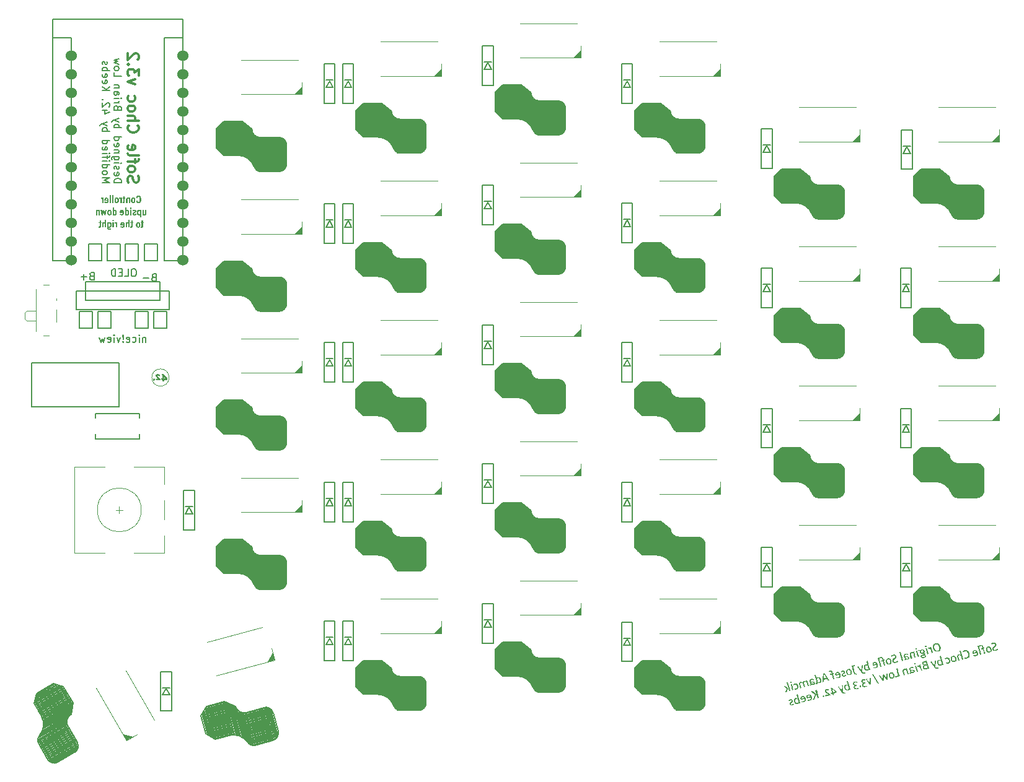
<source format=gbr>
%TF.GenerationSoftware,KiCad,Pcbnew,8.0.2-8.0.2-0~ubuntu24.04.1*%
%TF.CreationDate,2024-05-31T13:03:20+02:00*%
%TF.ProjectId,SofleKeyboard,536f666c-654b-4657-9962-6f6172642e6b,rev?*%
%TF.SameCoordinates,Original*%
%TF.FileFunction,Legend,Bot*%
%TF.FilePolarity,Positive*%
%FSLAX46Y46*%
G04 Gerber Fmt 4.6, Leading zero omitted, Abs format (unit mm)*
G04 Created by KiCad (PCBNEW 8.0.2-8.0.2-0~ubuntu24.04.1) date 2024-05-31 13:03:20*
%MOMM*%
%LPD*%
G01*
G04 APERTURE LIST*
%ADD10C,0.200000*%
%ADD11C,0.120000*%
%ADD12C,0.260000*%
%ADD13C,0.150000*%
%ADD14C,0.300000*%
%ADD15C,0.100000*%
%ADD16C,1.524000*%
G04 APERTURE END LIST*
D10*
G36*
X211735126Y-122708518D02*
G01*
X211798684Y-122722160D01*
X211858682Y-122744621D01*
X211915121Y-122775901D01*
X211957208Y-122807033D01*
X212005419Y-122853151D01*
X212048744Y-122907271D01*
X212087183Y-122969393D01*
X212120736Y-123039518D01*
X212144061Y-123101379D01*
X212164258Y-123168362D01*
X212172607Y-123201486D01*
X212185594Y-123265670D01*
X212194867Y-123342031D01*
X212196408Y-123414092D01*
X212190215Y-123481852D01*
X212176290Y-123545312D01*
X212149372Y-123615789D01*
X212118755Y-123669069D01*
X212072654Y-123725429D01*
X212016341Y-123773523D01*
X211961612Y-123807288D01*
X211899792Y-123835312D01*
X211830881Y-123857597D01*
X211799960Y-123865235D01*
X211725151Y-123878000D01*
X211653906Y-123881720D01*
X211586224Y-123876396D01*
X211522105Y-123862027D01*
X211461550Y-123838614D01*
X211404559Y-123806157D01*
X211351720Y-123765172D01*
X211303815Y-123716123D01*
X211260844Y-123659011D01*
X211222806Y-123593836D01*
X211195929Y-123535890D01*
X211172209Y-123472784D01*
X211151647Y-123404517D01*
X211143475Y-123372040D01*
X211130859Y-123309123D01*
X211122078Y-123234295D01*
X211121381Y-123185835D01*
X211317747Y-123185835D01*
X211322318Y-123253209D01*
X211334544Y-123327592D01*
X211350582Y-123394932D01*
X211369588Y-123458287D01*
X211395453Y-123525719D01*
X211424653Y-123583774D01*
X211462935Y-123639655D01*
X211512245Y-123687892D01*
X211518816Y-123692764D01*
X211575421Y-123723083D01*
X211639199Y-123738003D01*
X211710150Y-123737523D01*
X211778117Y-123724470D01*
X211788014Y-123721709D01*
X211851194Y-123697863D01*
X211910331Y-123660939D01*
X211955526Y-123613697D01*
X211986781Y-123556138D01*
X211992388Y-123540073D01*
X212005307Y-123477614D01*
X212007795Y-123405461D01*
X212001626Y-123335900D01*
X211990630Y-123272491D01*
X211974313Y-123204136D01*
X211955677Y-123142221D01*
X211930147Y-123076272D01*
X211901164Y-123019430D01*
X211862986Y-122964624D01*
X211813598Y-122917169D01*
X211806968Y-122912372D01*
X211750094Y-122882542D01*
X211686399Y-122867893D01*
X211615883Y-122868425D01*
X211548586Y-122881345D01*
X211538689Y-122884105D01*
X211475502Y-122907852D01*
X211416346Y-122944473D01*
X211371118Y-122991210D01*
X211339817Y-123048062D01*
X211322092Y-123116090D01*
X211317747Y-123185835D01*
X211121381Y-123185835D01*
X211121063Y-123163710D01*
X211127813Y-123097368D01*
X211142330Y-123035269D01*
X211170001Y-122966351D01*
X211201259Y-122914225D01*
X211248115Y-122858957D01*
X211305167Y-122811636D01*
X211360499Y-122778271D01*
X211422910Y-122750425D01*
X211492402Y-122728097D01*
X211523094Y-122720502D01*
X211597331Y-122707689D01*
X211668008Y-122703694D01*
X211735126Y-122708518D01*
G37*
G36*
X210504825Y-123339842D02*
G01*
X210462200Y-123356194D01*
X210511261Y-123539292D01*
X210531898Y-123539022D01*
X210588058Y-123506947D01*
X210592644Y-123505652D01*
X210658612Y-123503504D01*
X210705480Y-123519465D01*
X210762428Y-123556966D01*
X210811060Y-123603096D01*
X210832130Y-123626549D01*
X210864048Y-123738307D01*
X210945579Y-124084294D01*
X211124689Y-124036302D01*
X211022518Y-123704063D01*
X210911709Y-123247582D01*
X210736502Y-123275792D01*
X210782905Y-123442838D01*
X210770637Y-123446125D01*
X210722155Y-123400845D01*
X210665636Y-123362948D01*
X210631275Y-123348035D01*
X210565421Y-123334124D01*
X210504825Y-123339842D01*
G37*
G36*
X210437132Y-123857629D02*
G01*
X210319652Y-123398334D01*
X210139642Y-123429475D01*
X210269389Y-123885483D01*
X210359175Y-124241421D01*
X210534912Y-124194332D01*
X210437132Y-123857629D01*
G37*
G36*
X210127948Y-123041107D02*
G01*
X210072492Y-123075156D01*
X210066294Y-123084582D01*
X210057578Y-123149871D01*
X210060106Y-123160858D01*
X210092534Y-123217487D01*
X210106287Y-123227705D01*
X210169039Y-123239435D01*
X210185757Y-123235995D01*
X210242096Y-123202671D01*
X210250007Y-123191167D01*
X210259566Y-123127502D01*
X210256562Y-123113806D01*
X210224151Y-123058738D01*
X210210178Y-123048658D01*
X210145324Y-123037491D01*
X210127948Y-123041107D01*
G37*
G36*
X209770981Y-123568919D02*
G01*
X209835986Y-123591703D01*
X209874423Y-123614663D01*
X209922452Y-123659917D01*
X209958929Y-123718147D01*
X209981654Y-123780801D01*
X209985266Y-123795359D01*
X209993733Y-123860503D01*
X209987472Y-123925192D01*
X209986472Y-123929318D01*
X209961093Y-123990941D01*
X209921261Y-124041219D01*
X209923644Y-124050114D01*
X209952670Y-124061123D01*
X210012019Y-124092189D01*
X210066526Y-124133125D01*
X210072067Y-124166862D01*
X210057093Y-124231638D01*
X210027182Y-124269901D01*
X209976622Y-124310396D01*
X209978923Y-124318984D01*
X210025022Y-124334675D01*
X210084203Y-124359805D01*
X210114524Y-124376684D01*
X210167023Y-124416176D01*
X210168720Y-124422828D01*
X210175743Y-124487280D01*
X210162581Y-124553838D01*
X210131627Y-124610399D01*
X210094291Y-124651323D01*
X210039797Y-124690150D01*
X209980253Y-124718252D01*
X209919579Y-124737891D01*
X209912785Y-124739674D01*
X209845982Y-124753067D01*
X209781255Y-124758392D01*
X209712452Y-124754931D01*
X209665093Y-124746563D01*
X209601254Y-124725224D01*
X209546054Y-124693342D01*
X209529779Y-124680620D01*
X209484491Y-124629243D01*
X209457362Y-124567212D01*
X209456185Y-124562630D01*
X209455684Y-124555155D01*
X209620133Y-124555155D01*
X209645719Y-124598078D01*
X209703607Y-124627458D01*
X209734911Y-124633288D01*
X209799142Y-124633216D01*
X209865464Y-124620576D01*
X209876051Y-124617615D01*
X209935814Y-124594720D01*
X209990292Y-124555243D01*
X210007998Y-124531185D01*
X210016611Y-124466998D01*
X210013092Y-124456587D01*
X209970951Y-124408230D01*
X209930101Y-124386384D01*
X209868552Y-124364665D01*
X209815768Y-124386040D01*
X209759091Y-124411155D01*
X209698760Y-124440074D01*
X209684387Y-124448151D01*
X209634658Y-124489135D01*
X209633157Y-124490932D01*
X209620133Y-124555155D01*
X209455684Y-124555155D01*
X209451870Y-124498256D01*
X209474839Y-124438603D01*
X209477188Y-124435185D01*
X209521412Y-124385697D01*
X209574214Y-124348205D01*
X209611794Y-124328038D01*
X209670548Y-124300207D01*
X209733086Y-124273750D01*
X209750039Y-124266375D01*
X209808810Y-124239356D01*
X209867301Y-124207874D01*
X209872229Y-124204575D01*
X209898848Y-124146497D01*
X209883642Y-124121645D01*
X209846288Y-124098782D01*
X209802821Y-124118743D01*
X209742292Y-124138810D01*
X209677399Y-124152297D01*
X209608287Y-124156804D01*
X209544563Y-124149677D01*
X209479314Y-124127753D01*
X209440602Y-124105433D01*
X209392506Y-124061783D01*
X209356377Y-124005930D01*
X209334310Y-123946038D01*
X209330697Y-123931380D01*
X209323021Y-123866168D01*
X209327476Y-123832843D01*
X209483131Y-123832843D01*
X209490840Y-123897193D01*
X209492198Y-123902092D01*
X209520449Y-123964453D01*
X209566873Y-124007978D01*
X209573782Y-124011699D01*
X209636514Y-124026529D01*
X209702284Y-124017715D01*
X209707182Y-124016359D01*
X209765739Y-123990961D01*
X209811721Y-123944015D01*
X209829287Y-123881303D01*
X209821015Y-123814311D01*
X209794274Y-123752249D01*
X209746439Y-123707738D01*
X209739566Y-123704325D01*
X209676597Y-123691367D01*
X209609846Y-123700947D01*
X209604948Y-123702301D01*
X209546484Y-123727243D01*
X209500835Y-123772561D01*
X209483131Y-123832843D01*
X209327476Y-123832843D01*
X209331581Y-123802134D01*
X209326317Y-123795984D01*
X209300286Y-123797648D01*
X209232233Y-123800320D01*
X209164926Y-123798468D01*
X209131807Y-123674869D01*
X209144655Y-123660251D01*
X209215025Y-123662720D01*
X209284756Y-123662650D01*
X209353847Y-123660039D01*
X209422298Y-123654887D01*
X209450579Y-123633476D01*
X209510729Y-123600683D01*
X209575052Y-123578455D01*
X209639218Y-123565241D01*
X209707691Y-123561188D01*
X209770981Y-123568919D01*
G37*
G36*
X209133058Y-124207055D02*
G01*
X209015578Y-123747760D01*
X208835568Y-123778900D01*
X208965315Y-124234908D01*
X209055101Y-124590846D01*
X209230838Y-124543758D01*
X209133058Y-124207055D01*
G37*
G36*
X208823874Y-123390532D02*
G01*
X208768418Y-123424581D01*
X208762220Y-123434007D01*
X208753504Y-123499297D01*
X208756032Y-123510284D01*
X208788460Y-123566913D01*
X208802213Y-123577130D01*
X208864965Y-123588860D01*
X208881683Y-123585421D01*
X208938022Y-123552097D01*
X208945933Y-123540593D01*
X208955492Y-123476927D01*
X208952488Y-123463232D01*
X208920077Y-123408163D01*
X208906104Y-123398083D01*
X208841250Y-123386917D01*
X208823874Y-123390532D01*
G37*
G36*
X208145510Y-124261947D02*
G01*
X208136593Y-124196754D01*
X208148381Y-124148756D01*
X208194480Y-124100460D01*
X208232040Y-124085579D01*
X208299379Y-124078932D01*
X208365983Y-124090828D01*
X208429957Y-124115624D01*
X208472221Y-124137917D01*
X208531422Y-124351498D01*
X208615911Y-124708527D01*
X208795022Y-124660534D01*
X208694362Y-124326576D01*
X208581220Y-123868748D01*
X208406670Y-123899411D01*
X208437788Y-124009411D01*
X208425520Y-124012698D01*
X208362500Y-123987057D01*
X208300197Y-123968537D01*
X208230963Y-123956215D01*
X208177742Y-123952863D01*
X208115259Y-123973694D01*
X208057261Y-124003608D01*
X208008088Y-124044891D01*
X207989529Y-124068709D01*
X207963013Y-124127429D01*
X207956706Y-124194018D01*
X207968509Y-124261381D01*
X208034453Y-124486633D01*
X208119983Y-124841411D01*
X208301240Y-124792843D01*
X208145510Y-124261947D01*
G37*
G36*
X207581746Y-124155447D02*
G01*
X207647854Y-124167326D01*
X207715395Y-124186540D01*
X207726722Y-124319594D01*
X207714997Y-124332268D01*
X207682720Y-124318193D01*
X207622538Y-124296013D01*
X207559696Y-124280196D01*
X207498261Y-124275187D01*
X207432606Y-124284337D01*
X207394901Y-124298674D01*
X207347715Y-124342914D01*
X207334965Y-124384225D01*
X207341667Y-124450381D01*
X207368676Y-124545046D01*
X207662650Y-124530704D01*
X207684683Y-124530337D01*
X207753210Y-124538958D01*
X207815165Y-124567680D01*
X207859667Y-124616527D01*
X207884289Y-124675778D01*
X207893428Y-124731816D01*
X207887234Y-124795073D01*
X207858694Y-124857513D01*
X207851741Y-124867178D01*
X207804053Y-124913869D01*
X207746831Y-124946819D01*
X207684036Y-124968741D01*
X207658209Y-124965379D01*
X207592103Y-124949385D01*
X207530729Y-124925724D01*
X207467574Y-124893283D01*
X207455306Y-124896570D01*
X207456794Y-124929942D01*
X207438303Y-124993824D01*
X207415748Y-125021840D01*
X207360307Y-125054827D01*
X207303126Y-125057879D01*
X207239728Y-125047690D01*
X207196793Y-124958607D01*
X207209207Y-124941146D01*
X207263849Y-124934065D01*
X207299962Y-124910582D01*
X207298982Y-124861537D01*
X207296244Y-124851968D01*
X207276756Y-124790361D01*
X207256717Y-124729258D01*
X207234152Y-124661298D01*
X207230566Y-124650557D01*
X207229341Y-124646869D01*
X207395959Y-124646869D01*
X207436839Y-124778579D01*
X207451756Y-124787797D01*
X207508480Y-124816933D01*
X207572757Y-124835946D01*
X207640166Y-124833231D01*
X207660311Y-124826355D01*
X207710649Y-124783446D01*
X207719732Y-124761600D01*
X207718029Y-124695673D01*
X207690751Y-124649073D01*
X207638583Y-124638398D01*
X207395959Y-124646869D01*
X207229341Y-124646869D01*
X207208187Y-124583180D01*
X207186412Y-124516633D01*
X207167618Y-124455928D01*
X207159063Y-124406365D01*
X207165614Y-124338229D01*
X207195425Y-124277544D01*
X207202544Y-124268193D01*
X207250993Y-124222855D01*
X207308694Y-124190586D01*
X207371743Y-124168830D01*
X207443432Y-124154875D01*
X207517072Y-124150904D01*
X207581746Y-124155447D01*
G37*
G36*
X206784905Y-124817504D02*
G01*
X206868047Y-125176866D01*
X207047158Y-125128873D01*
X206943671Y-124791727D01*
X206719373Y-123911698D01*
X206536176Y-123945665D01*
X206784905Y-124817504D01*
G37*
G36*
X205669154Y-124288432D02*
G01*
X205603317Y-124309627D01*
X205539218Y-124337465D01*
X205476859Y-124371945D01*
X205423720Y-124407565D01*
X205416238Y-124413068D01*
X205491986Y-124575538D01*
X205522854Y-124579101D01*
X205563186Y-124529527D01*
X205610101Y-124484497D01*
X205619944Y-124476495D01*
X205673192Y-124441518D01*
X205727132Y-124420161D01*
X205793473Y-124410740D01*
X205856682Y-124421487D01*
X205877188Y-124430576D01*
X205929013Y-124471257D01*
X205957519Y-124526732D01*
X205957962Y-124592820D01*
X205933480Y-124640664D01*
X205887414Y-124692151D01*
X205836551Y-124739802D01*
X205797463Y-124773423D01*
X205748908Y-124815768D01*
X205699401Y-124861946D01*
X205665443Y-124896565D01*
X205624521Y-124949837D01*
X205595556Y-125007249D01*
X205590509Y-125020518D01*
X205576881Y-125085389D01*
X205580904Y-125149834D01*
X205586727Y-125175700D01*
X205611439Y-125239634D01*
X205649211Y-125295724D01*
X205681648Y-125328759D01*
X205733766Y-125366652D01*
X205793470Y-125394589D01*
X205854329Y-125411346D01*
X205919646Y-125418979D01*
X205987608Y-125416595D01*
X206051034Y-125405884D01*
X206072652Y-125400510D01*
X206135694Y-125380363D01*
X206198727Y-125353708D01*
X206227817Y-125339211D01*
X206284163Y-125306824D01*
X206336846Y-125270427D01*
X206369933Y-125243934D01*
X206299985Y-125073665D01*
X206274188Y-125069401D01*
X206234628Y-125124239D01*
X206189071Y-125171531D01*
X206155368Y-125198867D01*
X206098912Y-125234852D01*
X206039328Y-125261388D01*
X206018354Y-125267794D01*
X205953223Y-125278035D01*
X205885872Y-125269440D01*
X205859853Y-125258985D01*
X205807585Y-125220654D01*
X205775926Y-125163917D01*
X205774773Y-125159828D01*
X205772790Y-125092876D01*
X205798926Y-125038963D01*
X205841696Y-124990086D01*
X205891720Y-124942480D01*
X205936066Y-124904259D01*
X205988228Y-124859201D01*
X206036201Y-124814744D01*
X206066065Y-124784617D01*
X206106460Y-124732556D01*
X206136832Y-124672202D01*
X206140124Y-124663528D01*
X206153097Y-124599569D01*
X206148831Y-124535649D01*
X206143008Y-124509902D01*
X206118526Y-124446137D01*
X206081445Y-124390556D01*
X206049724Y-124358048D01*
X205993474Y-124317819D01*
X205934571Y-124291437D01*
X205881156Y-124277317D01*
X205817723Y-124270219D01*
X205751728Y-124272731D01*
X205683172Y-124284854D01*
X205669154Y-124288432D01*
G37*
G36*
X205162016Y-124798263D02*
G01*
X205225604Y-124815913D01*
X205284119Y-124846216D01*
X205292044Y-124851567D01*
X205343529Y-124895650D01*
X205388021Y-124951328D01*
X205420593Y-125008279D01*
X205448028Y-125073749D01*
X205466966Y-125134814D01*
X205480144Y-125193009D01*
X205488508Y-125258843D01*
X205487996Y-125330134D01*
X205476423Y-125395486D01*
X205453789Y-125454899D01*
X205445318Y-125470663D01*
X205403145Y-125527233D01*
X205347715Y-125573427D01*
X205288337Y-125605334D01*
X205218809Y-125629297D01*
X205174399Y-125639352D01*
X205100668Y-125647008D01*
X205032008Y-125642011D01*
X204968421Y-125624361D01*
X204909906Y-125594058D01*
X204901980Y-125588707D01*
X204850496Y-125544624D01*
X204806003Y-125488946D01*
X204773432Y-125431995D01*
X204745997Y-125366525D01*
X204727058Y-125305460D01*
X204716066Y-125258666D01*
X204706354Y-125192130D01*
X204705944Y-125164003D01*
X204879606Y-125164003D01*
X204888821Y-125232342D01*
X204904256Y-125299398D01*
X204906520Y-125307657D01*
X204929631Y-125374810D01*
X204961071Y-125434280D01*
X205006804Y-125484600D01*
X205042163Y-125505614D01*
X205108631Y-125518769D01*
X205173587Y-125509599D01*
X205219932Y-125492024D01*
X205272322Y-125450913D01*
X205304162Y-125392103D01*
X205313910Y-125342608D01*
X205314180Y-125276335D01*
X205304912Y-125208011D01*
X205289462Y-125140958D01*
X205280131Y-125109265D01*
X205252373Y-125040872D01*
X205210704Y-124979239D01*
X205159917Y-124939904D01*
X205089141Y-124922194D01*
X205018597Y-124931169D01*
X204972943Y-124948559D01*
X204921300Y-124989469D01*
X204889863Y-125048171D01*
X204879981Y-125097702D01*
X204879606Y-125164003D01*
X204705944Y-125164003D01*
X204705302Y-125120047D01*
X204715318Y-125053933D01*
X204740318Y-124985682D01*
X204748779Y-124969881D01*
X204790918Y-124913186D01*
X204846325Y-124866906D01*
X204905691Y-124834955D01*
X204975216Y-124810977D01*
X205019625Y-124800922D01*
X205093357Y-124793266D01*
X205162016Y-124798263D01*
G37*
G36*
X203938197Y-124630944D02*
G01*
X203874518Y-124650533D01*
X203810148Y-124675363D01*
X203745086Y-124705431D01*
X203687589Y-124736039D01*
X203679332Y-124740739D01*
X203750897Y-124860610D01*
X203765877Y-124867444D01*
X203822638Y-124826636D01*
X203877508Y-124793649D01*
X203936978Y-124765886D01*
X203981578Y-124751135D01*
X204051101Y-124741598D01*
X204116138Y-124756828D01*
X204165797Y-124799927D01*
X204196634Y-124860502D01*
X204203282Y-124881728D01*
X204241467Y-125018104D01*
X204034140Y-125073657D01*
X204031031Y-125090268D01*
X204070468Y-125195738D01*
X204276261Y-125140596D01*
X204369434Y-125473603D01*
X204450051Y-125824766D01*
X204629468Y-125776691D01*
X204529548Y-125445493D01*
X204439730Y-125096795D01*
X204561182Y-125064252D01*
X204565278Y-125051320D01*
X204526388Y-124941759D01*
X204408617Y-124973316D01*
X204381201Y-124863639D01*
X204359653Y-124798499D01*
X204326397Y-124735843D01*
X204283938Y-124685760D01*
X204232274Y-124648251D01*
X204225169Y-124644447D01*
X204164140Y-124621251D01*
X204095968Y-124611268D01*
X204030459Y-124613373D01*
X203959481Y-124625594D01*
X203938197Y-124630944D01*
G37*
G36*
X203824669Y-125610697D02*
G01*
X203907811Y-125970059D01*
X204086922Y-125922066D01*
X203983435Y-125584920D01*
X203759138Y-124704891D01*
X203575940Y-124738858D01*
X203824669Y-125610697D01*
G37*
G36*
X203295397Y-125299150D02*
G01*
X203359223Y-125317413D01*
X203419058Y-125348259D01*
X203465659Y-125383758D01*
X203512869Y-125434658D01*
X203552371Y-125495771D01*
X203580096Y-125556283D01*
X203602157Y-125624298D01*
X203615019Y-125682335D01*
X203622444Y-125748575D01*
X203620063Y-125821160D01*
X203605788Y-125888690D01*
X203579620Y-125951164D01*
X203553967Y-125991845D01*
X203509256Y-126041530D01*
X203454281Y-126082733D01*
X203389044Y-126115455D01*
X203324957Y-126136753D01*
X203262885Y-126149687D01*
X203198120Y-126155946D01*
X203130663Y-126155531D01*
X203060514Y-126148441D01*
X202996171Y-126013815D01*
X203010941Y-125999009D01*
X203061042Y-126010944D01*
X203126341Y-126019097D01*
X203197747Y-126017671D01*
X203266979Y-126005023D01*
X203332549Y-125980391D01*
X203388766Y-125941246D01*
X203428317Y-125889475D01*
X203433649Y-125878744D01*
X203452071Y-125813285D01*
X203452800Y-125744316D01*
X203440413Y-125674540D01*
X202946325Y-125806931D01*
X202921415Y-125791253D01*
X202907837Y-125759342D01*
X202886963Y-125698253D01*
X202875732Y-125645083D01*
X202871455Y-125579089D01*
X202874385Y-125558895D01*
X203032069Y-125558895D01*
X203040352Y-125622966D01*
X203050465Y-125647212D01*
X203398565Y-125553938D01*
X203385453Y-125530300D01*
X203345631Y-125479692D01*
X203293488Y-125442718D01*
X203276970Y-125435587D01*
X203210605Y-125423756D01*
X203147441Y-125432543D01*
X203092918Y-125455018D01*
X203047916Y-125500301D01*
X203032069Y-125558895D01*
X202874385Y-125558895D01*
X202881255Y-125511539D01*
X202906527Y-125451076D01*
X202941403Y-125404196D01*
X202993971Y-125360702D01*
X203052549Y-125330260D01*
X203112954Y-125309969D01*
X203155777Y-125300375D01*
X203227582Y-125293471D01*
X203295397Y-125299150D01*
G37*
G36*
X202439651Y-126001534D02*
G01*
X202541741Y-126333466D01*
X202520131Y-126358322D01*
X202395635Y-126342702D01*
X202345179Y-126378930D01*
X202287317Y-126409699D01*
X202226983Y-126430954D01*
X202170522Y-126443121D01*
X202106034Y-126449029D01*
X202035297Y-126443937D01*
X201969407Y-126425938D01*
X201908364Y-126395031D01*
X201900066Y-126389573D01*
X201846242Y-126344598D01*
X201799877Y-126287778D01*
X201766072Y-126229647D01*
X201737748Y-126162813D01*
X201718331Y-126100470D01*
X201710187Y-126067232D01*
X201699310Y-126003867D01*
X201696275Y-125945528D01*
X201872903Y-125945528D01*
X201877620Y-126013114D01*
X201892159Y-126081833D01*
X201902415Y-126116487D01*
X201926528Y-126177495D01*
X201959394Y-126232902D01*
X202007814Y-126281603D01*
X202053130Y-126306325D01*
X202119727Y-126318866D01*
X202186975Y-126309859D01*
X202218263Y-126299147D01*
X202275072Y-126267249D01*
X202326014Y-126223953D01*
X202278387Y-126025350D01*
X202220364Y-125822301D01*
X202188642Y-125803759D01*
X202128562Y-125776590D01*
X202066335Y-125761827D01*
X201997994Y-125766506D01*
X201972506Y-125775157D01*
X201916502Y-125814647D01*
X201884769Y-125871463D01*
X201881619Y-125881842D01*
X201872903Y-125945528D01*
X201696275Y-125945528D01*
X201695737Y-125935180D01*
X201703674Y-125863592D01*
X201724433Y-125799374D01*
X201727902Y-125791872D01*
X201762620Y-125737499D01*
X201809724Y-125693161D01*
X201869214Y-125658859D01*
X201931428Y-125637077D01*
X201987166Y-125640973D01*
X202052221Y-125652374D01*
X202113540Y-125671219D01*
X202173417Y-125696162D01*
X202183845Y-125693368D01*
X202034867Y-125165593D01*
X202218065Y-125131626D01*
X202439651Y-126001534D01*
G37*
G36*
X201399966Y-125901107D02*
G01*
X201361468Y-126460379D01*
X201349200Y-126463666D01*
X201039347Y-126010226D01*
X200975761Y-125893147D01*
X200821186Y-125934565D01*
X201305542Y-126624601D01*
X201346897Y-126680995D01*
X201392047Y-126734294D01*
X201440738Y-126781541D01*
X201449482Y-126788851D01*
X201504169Y-126826756D01*
X201563389Y-126854664D01*
X201605387Y-126867715D01*
X201669304Y-126879996D01*
X201735982Y-126886167D01*
X201802971Y-126887655D01*
X201818756Y-126887463D01*
X201834704Y-126883189D01*
X201863063Y-126822225D01*
X201880617Y-126760110D01*
X201870308Y-126742491D01*
X201800450Y-126745944D01*
X201731581Y-126743287D01*
X201666465Y-126732472D01*
X201655823Y-126729617D01*
X201592722Y-126703443D01*
X201534256Y-126664998D01*
X201485976Y-126623261D01*
X201564619Y-125735363D01*
X201395936Y-125780562D01*
X201399966Y-125901107D01*
G37*
G36*
X200242950Y-126558910D02*
G01*
X200283131Y-126722363D01*
X200305057Y-126786402D01*
X200338427Y-126848403D01*
X200381012Y-126899770D01*
X200414522Y-126928106D01*
X200475891Y-126963953D01*
X200543928Y-126990587D01*
X200613872Y-127009855D01*
X200681559Y-127023371D01*
X200705708Y-127027262D01*
X200742403Y-126910268D01*
X200737226Y-126890946D01*
X200674501Y-126875066D01*
X200608408Y-126852437D01*
X200551509Y-126823978D01*
X200538865Y-126815568D01*
X200493164Y-126770512D01*
X200460448Y-126709933D01*
X200449728Y-126676738D01*
X200410775Y-126531364D01*
X200248787Y-125898599D01*
X200454580Y-125843456D01*
X200466994Y-125825995D01*
X200422978Y-125704659D01*
X200031019Y-125809684D01*
X200242950Y-126558910D01*
G37*
G36*
X199740847Y-126250861D02*
G01*
X199804434Y-126268511D01*
X199862949Y-126298814D01*
X199870875Y-126304165D01*
X199922359Y-126348248D01*
X199966852Y-126403926D01*
X199999424Y-126460877D01*
X200026858Y-126526347D01*
X200045797Y-126587412D01*
X200058975Y-126645607D01*
X200067339Y-126711441D01*
X200066826Y-126782732D01*
X200055253Y-126848084D01*
X200032620Y-126907497D01*
X200024148Y-126923261D01*
X199981976Y-126979831D01*
X199926546Y-127026025D01*
X199867168Y-127057932D01*
X199797639Y-127081895D01*
X199753230Y-127091950D01*
X199679498Y-127099606D01*
X199610839Y-127094609D01*
X199547252Y-127076959D01*
X199488736Y-127046656D01*
X199480811Y-127041305D01*
X199429327Y-126997222D01*
X199384834Y-126941544D01*
X199352262Y-126884593D01*
X199324827Y-126819123D01*
X199305889Y-126758058D01*
X199294897Y-126711264D01*
X199285185Y-126644728D01*
X199284774Y-126616601D01*
X199458436Y-126616601D01*
X199467651Y-126684940D01*
X199483086Y-126751996D01*
X199485351Y-126760255D01*
X199508461Y-126827408D01*
X199539901Y-126886878D01*
X199585634Y-126937198D01*
X199620993Y-126958212D01*
X199687462Y-126971367D01*
X199752418Y-126962196D01*
X199798762Y-126944622D01*
X199851153Y-126903511D01*
X199882992Y-126844701D01*
X199892740Y-126795206D01*
X199893010Y-126728933D01*
X199883743Y-126660608D01*
X199868293Y-126593556D01*
X199858962Y-126561863D01*
X199831203Y-126493470D01*
X199789534Y-126431837D01*
X199738747Y-126392502D01*
X199667971Y-126374792D01*
X199597428Y-126383767D01*
X199551773Y-126401157D01*
X199500130Y-126442067D01*
X199468694Y-126500769D01*
X199458811Y-126550300D01*
X199458436Y-126616601D01*
X199284774Y-126616601D01*
X199284132Y-126572645D01*
X199294148Y-126506531D01*
X199319148Y-126438280D01*
X199327610Y-126422479D01*
X199369749Y-126365784D01*
X199425156Y-126319504D01*
X199484522Y-126287553D01*
X199554046Y-126263575D01*
X199598456Y-126253520D01*
X199672188Y-126245864D01*
X199740847Y-126250861D01*
G37*
G36*
X198762769Y-126475598D02*
G01*
X198698412Y-126497015D01*
X198637219Y-126525931D01*
X198579191Y-126562345D01*
X198567966Y-126570528D01*
X198630386Y-126705341D01*
X198654479Y-126704473D01*
X198702301Y-126655777D01*
X198757981Y-126616736D01*
X198816885Y-126592913D01*
X198882622Y-126589282D01*
X198908009Y-126598080D01*
X198952693Y-126645158D01*
X198956676Y-126657029D01*
X198948724Y-126722108D01*
X198939283Y-126735651D01*
X198894259Y-126780547D01*
X198842542Y-126822385D01*
X198791196Y-126864861D01*
X198746003Y-126907421D01*
X198707318Y-126959621D01*
X198690580Y-126996233D01*
X198680348Y-127061504D01*
X198688202Y-127111264D01*
X198714071Y-127172541D01*
X198756508Y-127225105D01*
X198809829Y-127263337D01*
X198870527Y-127286316D01*
X198884907Y-127289644D01*
X198951143Y-127295733D01*
X199017944Y-127289052D01*
X199059421Y-127279700D01*
X199126705Y-127257069D01*
X199185071Y-127229611D01*
X199242078Y-127195245D01*
X199290846Y-127159507D01*
X199230073Y-127017349D01*
X199207464Y-127010259D01*
X199167028Y-127059432D01*
X199119915Y-127102016D01*
X199113128Y-127107196D01*
X199059097Y-127141397D01*
X199007145Y-127161892D01*
X198942204Y-127166709D01*
X198908616Y-127156078D01*
X198861520Y-127111140D01*
X198855200Y-127094129D01*
X198862989Y-127030062D01*
X198872309Y-127016898D01*
X198919297Y-126969097D01*
X198966859Y-126928121D01*
X199018754Y-126885734D01*
X199065013Y-126842981D01*
X199104097Y-126790160D01*
X199120722Y-126752778D01*
X199130347Y-126689504D01*
X199121971Y-126634762D01*
X199097717Y-126575152D01*
X199055467Y-126522874D01*
X198996905Y-126484521D01*
X198932342Y-126464031D01*
X198867548Y-126459349D01*
X198796417Y-126467701D01*
X198762769Y-126475598D01*
G37*
G36*
X198211594Y-126661351D02*
G01*
X198275420Y-126679614D01*
X198335255Y-126710460D01*
X198381856Y-126745959D01*
X198429066Y-126796859D01*
X198468568Y-126857972D01*
X198496292Y-126918484D01*
X198518354Y-126986499D01*
X198531216Y-127044536D01*
X198538641Y-127110776D01*
X198536260Y-127183361D01*
X198521985Y-127250891D01*
X198495817Y-127313365D01*
X198470164Y-127354046D01*
X198425453Y-127403730D01*
X198370478Y-127444934D01*
X198305241Y-127477656D01*
X198241154Y-127498954D01*
X198179082Y-127511888D01*
X198114317Y-127518147D01*
X198046860Y-127517732D01*
X197976711Y-127510642D01*
X197912368Y-127376016D01*
X197927138Y-127361210D01*
X197977239Y-127373144D01*
X198042538Y-127381298D01*
X198113944Y-127379872D01*
X198183176Y-127367224D01*
X198248746Y-127342592D01*
X198304963Y-127303446D01*
X198344514Y-127251676D01*
X198349846Y-127240945D01*
X198368268Y-127175486D01*
X198368997Y-127106517D01*
X198356610Y-127036741D01*
X197862522Y-127169132D01*
X197837612Y-127153454D01*
X197824034Y-127121543D01*
X197803160Y-127060454D01*
X197791929Y-127007284D01*
X197787652Y-126941290D01*
X197790582Y-126921096D01*
X197948265Y-126921096D01*
X197956549Y-126985167D01*
X197966662Y-127009412D01*
X198314762Y-126916139D01*
X198301650Y-126892501D01*
X198261828Y-126841893D01*
X198209685Y-126804919D01*
X198193167Y-126797788D01*
X198126802Y-126785957D01*
X198063638Y-126794744D01*
X198009115Y-126817219D01*
X197964113Y-126862502D01*
X197948265Y-126921096D01*
X197790582Y-126921096D01*
X197797452Y-126873740D01*
X197822724Y-126813277D01*
X197857600Y-126766396D01*
X197910168Y-126722903D01*
X197968746Y-126692461D01*
X198029151Y-126672170D01*
X198071974Y-126662575D01*
X198143779Y-126655672D01*
X198211594Y-126661351D01*
G37*
G36*
X197040760Y-126484695D02*
G01*
X196976367Y-126505704D01*
X196915773Y-126532223D01*
X196902726Y-126538774D01*
X196948738Y-126668779D01*
X196964106Y-126675838D01*
X197016547Y-126636672D01*
X197074618Y-126608044D01*
X197089662Y-126603407D01*
X197154603Y-126599111D01*
X197196626Y-126616164D01*
X197239165Y-126664466D01*
X197262960Y-126722645D01*
X197306136Y-126876420D01*
X197098503Y-126932055D01*
X197097234Y-126948174D01*
X197136670Y-127053644D01*
X197340624Y-126998994D01*
X197434733Y-127328134D01*
X197516254Y-127682671D01*
X197695671Y-127634596D01*
X197595258Y-127301558D01*
X197505933Y-126954700D01*
X197627385Y-126922157D01*
X197631481Y-126909226D01*
X197592591Y-126799665D01*
X197472979Y-126831715D01*
X197442194Y-126709463D01*
X197422267Y-126648192D01*
X197391687Y-126589004D01*
X197347333Y-126536234D01*
X197299061Y-126501607D01*
X197236073Y-126476852D01*
X197165526Y-126467748D01*
X197096471Y-126472795D01*
X197040760Y-126484695D01*
G37*
G36*
X197020939Y-127815390D02*
G01*
X196839988Y-127863876D01*
X196774051Y-127730663D01*
X196680128Y-127591143D01*
X196463907Y-127649079D01*
X196224683Y-127713179D01*
X196219249Y-127889183D01*
X196228128Y-128027823D01*
X196041656Y-128077788D01*
X196068824Y-127563534D01*
X196233565Y-127563534D01*
X196414823Y-127514966D01*
X196592400Y-127467384D01*
X196272420Y-127011727D01*
X196260152Y-127015014D01*
X196233565Y-127563534D01*
X196068824Y-127563534D01*
X196105916Y-126861412D01*
X196318457Y-126804462D01*
X197020939Y-127815390D01*
G37*
G36*
X195224817Y-127438710D02*
G01*
X195233736Y-127434489D01*
X195293979Y-127408837D01*
X195358130Y-127387868D01*
X195415578Y-127375316D01*
X195481072Y-127368676D01*
X195552736Y-127372542D01*
X195619289Y-127388914D01*
X195680730Y-127417793D01*
X195735703Y-127458517D01*
X195782922Y-127510693D01*
X195817225Y-127564530D01*
X195845831Y-127626781D01*
X195868742Y-127697447D01*
X195882158Y-127756684D01*
X195890695Y-127823735D01*
X195890225Y-127896401D01*
X195878524Y-127963079D01*
X195855592Y-128023770D01*
X195837477Y-128055435D01*
X195790887Y-128110816D01*
X195738792Y-128150580D01*
X195676123Y-128182230D01*
X195613991Y-128202900D01*
X195573795Y-128195272D01*
X195511451Y-128178438D01*
X195460225Y-128159621D01*
X195401647Y-128134227D01*
X195387539Y-128138008D01*
X195387588Y-128170250D01*
X195366790Y-128232321D01*
X195343486Y-128259783D01*
X195287628Y-128292650D01*
X195230410Y-128295567D01*
X195166884Y-128284899D01*
X195123845Y-128194201D01*
X195135788Y-128176208D01*
X195192270Y-128168635D01*
X195224253Y-128146916D01*
X195222518Y-128098731D01*
X195182863Y-127929878D01*
X195086703Y-127590218D01*
X195265413Y-127590218D01*
X195344126Y-127906061D01*
X195377391Y-128015486D01*
X195423788Y-128043567D01*
X195483625Y-128067228D01*
X195509484Y-128071581D01*
X195573801Y-128066404D01*
X195617301Y-128049714D01*
X195667985Y-128009708D01*
X195701188Y-127951735D01*
X195709632Y-127922461D01*
X195716181Y-127856234D01*
X195710288Y-127787876D01*
X195695675Y-127720152D01*
X195691002Y-127703605D01*
X195666192Y-127637083D01*
X195631364Y-127578412D01*
X195584227Y-127532404D01*
X195539859Y-127508858D01*
X195474570Y-127497145D01*
X195408566Y-127506169D01*
X195377710Y-127516623D01*
X195319725Y-127547822D01*
X195265413Y-127590218D01*
X195086703Y-127590218D01*
X194937288Y-127062453D01*
X195118646Y-127028979D01*
X195224817Y-127438710D01*
G37*
G36*
X194700488Y-127606970D02*
G01*
X194766596Y-127618848D01*
X194834137Y-127638063D01*
X194845464Y-127771116D01*
X194833739Y-127783791D01*
X194801462Y-127769716D01*
X194741280Y-127747535D01*
X194678438Y-127731719D01*
X194617003Y-127726710D01*
X194551348Y-127735860D01*
X194513643Y-127750197D01*
X194466457Y-127794436D01*
X194453707Y-127835747D01*
X194460409Y-127901904D01*
X194487418Y-127996569D01*
X194781392Y-127982227D01*
X194803425Y-127981860D01*
X194871953Y-127990481D01*
X194933907Y-128019202D01*
X194978409Y-128068049D01*
X195003031Y-128127301D01*
X195012170Y-128183339D01*
X195005976Y-128246596D01*
X194977437Y-128309036D01*
X194970483Y-128318701D01*
X194922795Y-128365392D01*
X194865573Y-128398342D01*
X194802778Y-128420264D01*
X194776951Y-128416901D01*
X194710846Y-128400908D01*
X194649471Y-128377247D01*
X194586316Y-128344806D01*
X194574048Y-128348093D01*
X194575536Y-128381465D01*
X194557045Y-128445347D01*
X194534490Y-128473363D01*
X194479049Y-128506349D01*
X194421868Y-128509402D01*
X194358470Y-128499212D01*
X194315535Y-128410130D01*
X194327949Y-128392668D01*
X194382591Y-128385587D01*
X194418704Y-128362105D01*
X194417725Y-128313060D01*
X194414986Y-128303491D01*
X194395499Y-128241883D01*
X194375459Y-128180780D01*
X194352894Y-128112821D01*
X194349308Y-128102080D01*
X194348083Y-128098392D01*
X194514701Y-128098392D01*
X194555581Y-128230101D01*
X194570498Y-128239320D01*
X194627223Y-128268456D01*
X194691499Y-128287469D01*
X194758908Y-128284754D01*
X194779053Y-128277877D01*
X194829391Y-128234969D01*
X194838474Y-128213123D01*
X194836772Y-128147196D01*
X194809493Y-128100596D01*
X194757325Y-128089920D01*
X194514701Y-128098392D01*
X194348083Y-128098392D01*
X194326929Y-128034702D01*
X194305154Y-127968156D01*
X194286360Y-127907450D01*
X194277805Y-127857887D01*
X194284356Y-127789752D01*
X194314167Y-127729067D01*
X194321286Y-127719716D01*
X194369735Y-127674378D01*
X194427436Y-127642109D01*
X194490485Y-127620353D01*
X194562174Y-127606397D01*
X194635814Y-127602426D01*
X194700488Y-127606970D01*
G37*
G36*
X193041315Y-128309103D02*
G01*
X193032159Y-128243975D01*
X193043879Y-128195995D01*
X193087141Y-128149375D01*
X193127845Y-128132736D01*
X193193938Y-128126037D01*
X193259255Y-128137273D01*
X193321954Y-128160993D01*
X193363359Y-128182380D01*
X193425305Y-128398842D01*
X193511409Y-128755766D01*
X193692667Y-128707198D01*
X193536937Y-128176302D01*
X193528020Y-128111109D01*
X193539808Y-128063112D01*
X193585907Y-128014815D01*
X193623467Y-127999934D01*
X193690806Y-127993287D01*
X193757409Y-128005184D01*
X193821384Y-128029979D01*
X193863647Y-128052273D01*
X193922849Y-128265854D01*
X194007338Y-128622882D01*
X194186449Y-128574890D01*
X194085788Y-128240931D01*
X193972647Y-127783103D01*
X193798096Y-127813767D01*
X193829214Y-127923767D01*
X193816947Y-127927054D01*
X193753927Y-127901412D01*
X193691624Y-127882892D01*
X193622390Y-127870571D01*
X193569169Y-127867219D01*
X193506573Y-127888108D01*
X193449893Y-127917179D01*
X193415330Y-127943283D01*
X193373223Y-127993352D01*
X193350123Y-128055085D01*
X193349426Y-128059228D01*
X193338692Y-128062105D01*
X193273168Y-128036086D01*
X193207136Y-128017066D01*
X193140595Y-128005044D01*
X193073547Y-128000020D01*
X193010929Y-128020887D01*
X192952826Y-128050829D01*
X192903594Y-128092128D01*
X192885027Y-128115948D01*
X192858649Y-128174631D01*
X192852336Y-128241221D01*
X192864007Y-128308620D01*
X192929951Y-128533872D01*
X193015788Y-128888567D01*
X193194898Y-128840575D01*
X193041315Y-128309103D01*
G37*
G36*
X192247920Y-128221246D02*
G01*
X192185314Y-128242494D01*
X192137362Y-128265005D01*
X192081299Y-128299153D01*
X192044847Y-128328254D01*
X192117143Y-128477842D01*
X192136597Y-128480519D01*
X192185431Y-128435191D01*
X192239414Y-128399053D01*
X192293676Y-128377289D01*
X192360452Y-128369566D01*
X192425682Y-128386057D01*
X192457743Y-128405645D01*
X192505482Y-128455227D01*
X192537038Y-128511179D01*
X192559046Y-128572911D01*
X192561117Y-128580435D01*
X192574151Y-128642727D01*
X192578325Y-128706284D01*
X192568342Y-128774589D01*
X192560599Y-128796869D01*
X192524990Y-128853284D01*
X192471206Y-128892934D01*
X192425253Y-128910055D01*
X192361706Y-128920751D01*
X192292094Y-128920409D01*
X192223547Y-128910521D01*
X192210617Y-128924833D01*
X192265161Y-129058469D01*
X192330563Y-129061125D01*
X192394265Y-129057632D01*
X192463052Y-129046539D01*
X192489979Y-129039976D01*
X192557433Y-129016397D01*
X192615148Y-128984416D01*
X192669184Y-128937579D01*
X192710500Y-128879769D01*
X192718842Y-128863602D01*
X192741143Y-128802948D01*
X192752509Y-128736825D01*
X192752940Y-128665232D01*
X192744607Y-128599513D01*
X192731526Y-128541677D01*
X192709164Y-128472067D01*
X192681463Y-128410220D01*
X192642398Y-128347877D01*
X192596066Y-128296102D01*
X192550568Y-128260133D01*
X192492184Y-128229027D01*
X192429420Y-128210576D01*
X192362278Y-128204782D01*
X192290756Y-128211643D01*
X192247920Y-128221246D01*
G37*
G36*
X191998531Y-128798237D02*
G01*
X191881052Y-128338942D01*
X191701041Y-128370083D01*
X191830789Y-128826091D01*
X191920574Y-129182029D01*
X192096311Y-129134940D01*
X191998531Y-128798237D01*
G37*
G36*
X191689348Y-127981715D02*
G01*
X191633891Y-128015764D01*
X191627693Y-128025190D01*
X191618978Y-128090480D01*
X191621505Y-128101466D01*
X191653933Y-128158095D01*
X191667686Y-128168313D01*
X191730439Y-128180043D01*
X191747156Y-128176604D01*
X191803495Y-128143279D01*
X191811407Y-128131775D01*
X191820965Y-128068110D01*
X191817962Y-128054414D01*
X191785550Y-127999346D01*
X191771578Y-127989266D01*
X191706723Y-127978099D01*
X191689348Y-127981715D01*
G37*
G36*
X191391435Y-128943158D02*
G01*
X191474330Y-129301600D01*
X191653441Y-129253607D01*
X191550283Y-128917688D01*
X191326725Y-128040419D01*
X191143527Y-128074386D01*
X191391435Y-128943158D01*
G37*
G36*
X191168667Y-128914095D02*
G01*
X191143193Y-128981407D01*
X191115255Y-129052221D01*
X191091130Y-129111393D01*
X191065428Y-129172806D01*
X191038148Y-129236459D01*
X191009291Y-129302354D01*
X190978857Y-129370489D01*
X190963048Y-129405397D01*
X190968636Y-129426252D01*
X191035259Y-129422827D01*
X191072016Y-129418275D01*
X191135332Y-129409291D01*
X191139173Y-129408827D01*
X191156605Y-129396596D01*
X191186073Y-129328842D01*
X191213968Y-129262271D01*
X191240289Y-129196881D01*
X191265037Y-129132673D01*
X191288212Y-129069647D01*
X191309813Y-129007803D01*
X191329840Y-128947140D01*
X191348294Y-128887659D01*
X191345007Y-128875391D01*
X191035129Y-128640225D01*
X190970398Y-128574076D01*
X190775032Y-128626424D01*
X191168667Y-128914095D01*
G37*
D11*
X106796560Y-86398397D02*
G75*
G02*
X104438560Y-86398397I-1179000J0D01*
G01*
X104438560Y-86398397D02*
G75*
G02*
X106796560Y-86398397I1179000J0D01*
G01*
D12*
G36*
X219330893Y-122646468D02*
G01*
X219265056Y-122667663D01*
X219200957Y-122695501D01*
X219138598Y-122729981D01*
X219085459Y-122765601D01*
X219077977Y-122771104D01*
X219153725Y-122933574D01*
X219184593Y-122937137D01*
X219224925Y-122887563D01*
X219271840Y-122842533D01*
X219281683Y-122834531D01*
X219334931Y-122799554D01*
X219388871Y-122778197D01*
X219455212Y-122768776D01*
X219518422Y-122779523D01*
X219538927Y-122788612D01*
X219590752Y-122829293D01*
X219619258Y-122884768D01*
X219619701Y-122950856D01*
X219595219Y-122998700D01*
X219549153Y-123050187D01*
X219498290Y-123097838D01*
X219459202Y-123131459D01*
X219410648Y-123173803D01*
X219361140Y-123219982D01*
X219327182Y-123254601D01*
X219286260Y-123307872D01*
X219257295Y-123365285D01*
X219252248Y-123378554D01*
X219238620Y-123443425D01*
X219242643Y-123507870D01*
X219248466Y-123533736D01*
X219273178Y-123597670D01*
X219310950Y-123653760D01*
X219343387Y-123686794D01*
X219395505Y-123724688D01*
X219455209Y-123752625D01*
X219516068Y-123769382D01*
X219581385Y-123777015D01*
X219649347Y-123774631D01*
X219712773Y-123763920D01*
X219734391Y-123758546D01*
X219797433Y-123738399D01*
X219860466Y-123711744D01*
X219889556Y-123697247D01*
X219945902Y-123664860D01*
X219998585Y-123628463D01*
X220031672Y-123601970D01*
X219961724Y-123431701D01*
X219935927Y-123427437D01*
X219896368Y-123482275D01*
X219850810Y-123529567D01*
X219817107Y-123556903D01*
X219760651Y-123592888D01*
X219701067Y-123619424D01*
X219680093Y-123625830D01*
X219614962Y-123636071D01*
X219547611Y-123627476D01*
X219521592Y-123617021D01*
X219469324Y-123578690D01*
X219437665Y-123521953D01*
X219436512Y-123517864D01*
X219434529Y-123450911D01*
X219460665Y-123396999D01*
X219503435Y-123348122D01*
X219553459Y-123300516D01*
X219597805Y-123262295D01*
X219649967Y-123217237D01*
X219697940Y-123172780D01*
X219727804Y-123142653D01*
X219768199Y-123090592D01*
X219798571Y-123030238D01*
X219801863Y-123021564D01*
X219814836Y-122957605D01*
X219810570Y-122893685D01*
X219804747Y-122867938D01*
X219780265Y-122804173D01*
X219743184Y-122748592D01*
X219711463Y-122716084D01*
X219655213Y-122675855D01*
X219596310Y-122649473D01*
X219542895Y-122635353D01*
X219479462Y-122628255D01*
X219413467Y-122630767D01*
X219344911Y-122642890D01*
X219330893Y-122646468D01*
G37*
G36*
X218823755Y-123156299D02*
G01*
X218887343Y-123173949D01*
X218945858Y-123204252D01*
X218953783Y-123209603D01*
X219005268Y-123253686D01*
X219049760Y-123309364D01*
X219082332Y-123366315D01*
X219109767Y-123431785D01*
X219128705Y-123492850D01*
X219141883Y-123551045D01*
X219150247Y-123616879D01*
X219149735Y-123688170D01*
X219138162Y-123753522D01*
X219115528Y-123812935D01*
X219107057Y-123828699D01*
X219064884Y-123885269D01*
X219009454Y-123931463D01*
X218950076Y-123963370D01*
X218880548Y-123987333D01*
X218836138Y-123997388D01*
X218762407Y-124005044D01*
X218693747Y-124000047D01*
X218630160Y-123982397D01*
X218571645Y-123952094D01*
X218563719Y-123946743D01*
X218512235Y-123902660D01*
X218467742Y-123846982D01*
X218435171Y-123790031D01*
X218407736Y-123724561D01*
X218388797Y-123663496D01*
X218377805Y-123616702D01*
X218368093Y-123550166D01*
X218367683Y-123522039D01*
X218541345Y-123522039D01*
X218550560Y-123590378D01*
X218565995Y-123657434D01*
X218568259Y-123665693D01*
X218591370Y-123732846D01*
X218622810Y-123792316D01*
X218668543Y-123842636D01*
X218703902Y-123863650D01*
X218770370Y-123876805D01*
X218835326Y-123867634D01*
X218881671Y-123850060D01*
X218934061Y-123808949D01*
X218965901Y-123750139D01*
X218975649Y-123700644D01*
X218975919Y-123634371D01*
X218966651Y-123566046D01*
X218951201Y-123498994D01*
X218941871Y-123467301D01*
X218914112Y-123398908D01*
X218872443Y-123337275D01*
X218821656Y-123297940D01*
X218750880Y-123280230D01*
X218680336Y-123289205D01*
X218634682Y-123306594D01*
X218583039Y-123347505D01*
X218551602Y-123406207D01*
X218541720Y-123455738D01*
X218541345Y-123522039D01*
X218367683Y-123522039D01*
X218367041Y-123478083D01*
X218377057Y-123411969D01*
X218402057Y-123343718D01*
X218410518Y-123327917D01*
X218452657Y-123271222D01*
X218508064Y-123224942D01*
X218567430Y-123192991D01*
X218636955Y-123169013D01*
X218681364Y-123158958D01*
X218755096Y-123151302D01*
X218823755Y-123156299D01*
G37*
G36*
X217599936Y-122988980D02*
G01*
X217536257Y-123008569D01*
X217471887Y-123033398D01*
X217406825Y-123063467D01*
X217349328Y-123094075D01*
X217341071Y-123098775D01*
X217412636Y-123218646D01*
X217427616Y-123225480D01*
X217484377Y-123184672D01*
X217539247Y-123151684D01*
X217598717Y-123123922D01*
X217643317Y-123109171D01*
X217712840Y-123099634D01*
X217777877Y-123114864D01*
X217827536Y-123157963D01*
X217858373Y-123218538D01*
X217865021Y-123239764D01*
X217903206Y-123376140D01*
X217695879Y-123431693D01*
X217692770Y-123448304D01*
X217732207Y-123553774D01*
X217938000Y-123498632D01*
X218031173Y-123831638D01*
X218111790Y-124182802D01*
X218291207Y-124134727D01*
X218191287Y-123803528D01*
X218101469Y-123454831D01*
X218222921Y-123422288D01*
X218227017Y-123409356D01*
X218188127Y-123299795D01*
X218070356Y-123331352D01*
X218042940Y-123221675D01*
X218021392Y-123156535D01*
X217988136Y-123093878D01*
X217945677Y-123043796D01*
X217894013Y-123006287D01*
X217886908Y-123002483D01*
X217825879Y-122979287D01*
X217757707Y-122969304D01*
X217692198Y-122971409D01*
X217621220Y-122983630D01*
X217599936Y-122988980D01*
G37*
G36*
X217486408Y-123968732D02*
G01*
X217569550Y-124328094D01*
X217748661Y-124280102D01*
X217645174Y-123942956D01*
X217420877Y-123062927D01*
X217237679Y-123096894D01*
X217486408Y-123968732D01*
G37*
G36*
X216957136Y-123657186D02*
G01*
X217020962Y-123675449D01*
X217080798Y-123706295D01*
X217127398Y-123741794D01*
X217174608Y-123792694D01*
X217214110Y-123853807D01*
X217241835Y-123914319D01*
X217263896Y-123982334D01*
X217276758Y-124040371D01*
X217284184Y-124106611D01*
X217281802Y-124179196D01*
X217267528Y-124246726D01*
X217241359Y-124309200D01*
X217215706Y-124349881D01*
X217170995Y-124399565D01*
X217116020Y-124440769D01*
X217050783Y-124473491D01*
X216986696Y-124494789D01*
X216924624Y-124507723D01*
X216859859Y-124513982D01*
X216792402Y-124513567D01*
X216722253Y-124506477D01*
X216657910Y-124371851D01*
X216672680Y-124357045D01*
X216722782Y-124368979D01*
X216788080Y-124377133D01*
X216859486Y-124375707D01*
X216928718Y-124363059D01*
X216994288Y-124338427D01*
X217050505Y-124299281D01*
X217090056Y-124247511D01*
X217095388Y-124236780D01*
X217113810Y-124171321D01*
X217114539Y-124102352D01*
X217102152Y-124032576D01*
X216608064Y-124164967D01*
X216583154Y-124149289D01*
X216569577Y-124117378D01*
X216548702Y-124056289D01*
X216537471Y-124003119D01*
X216533194Y-123937125D01*
X216536124Y-123916931D01*
X216693808Y-123916931D01*
X216702091Y-123981002D01*
X216712204Y-124005247D01*
X217060304Y-123911974D01*
X217047192Y-123888336D01*
X217007370Y-123837728D01*
X216955227Y-123800754D01*
X216938709Y-123793623D01*
X216872344Y-123781792D01*
X216809180Y-123790579D01*
X216754657Y-123813054D01*
X216709655Y-123858337D01*
X216693808Y-123916931D01*
X216536124Y-123916931D01*
X216542994Y-123869575D01*
X216568266Y-123809112D01*
X216603142Y-123762231D01*
X216655710Y-123718738D01*
X216714288Y-123688296D01*
X216774693Y-123668005D01*
X216817516Y-123658410D01*
X216889321Y-123651507D01*
X216957136Y-123657186D01*
G37*
G36*
X215460688Y-123683486D02*
G01*
X215398235Y-123703259D01*
X215330891Y-123732533D01*
X215269490Y-123768488D01*
X215214033Y-123811124D01*
X215178058Y-123845669D01*
X215254797Y-123998340D01*
X215273675Y-123998870D01*
X215316943Y-123949492D01*
X215372144Y-123902882D01*
X215433480Y-123866750D01*
X215500952Y-123841095D01*
X215509818Y-123838624D01*
X215575268Y-123826294D01*
X215644738Y-123826380D01*
X215708522Y-123841591D01*
X215766620Y-123871926D01*
X215773482Y-123876781D01*
X215824403Y-123924052D01*
X215863332Y-123977876D01*
X215897009Y-124043332D01*
X215921696Y-124108695D01*
X215936010Y-124157017D01*
X215950607Y-124219552D01*
X215961101Y-124289654D01*
X215963934Y-124354366D01*
X215957555Y-124423052D01*
X215940748Y-124484402D01*
X215937496Y-124492568D01*
X215904305Y-124551796D01*
X215858778Y-124599948D01*
X215800915Y-124637024D01*
X215740165Y-124660381D01*
X215730715Y-124663025D01*
X215664958Y-124675611D01*
X215597037Y-124678710D01*
X215577233Y-124677853D01*
X215513589Y-124670068D01*
X215447296Y-124653316D01*
X215424185Y-124645230D01*
X215409416Y-124660035D01*
X215467983Y-124822177D01*
X215531312Y-124832243D01*
X215603103Y-124837477D01*
X215672637Y-124835703D01*
X215739917Y-124826920D01*
X215786592Y-124816356D01*
X215857165Y-124793642D01*
X215920520Y-124765254D01*
X215976657Y-124731192D01*
X216034493Y-124682828D01*
X216081934Y-124626294D01*
X216113529Y-124572942D01*
X216141300Y-124502314D01*
X216155786Y-124438696D01*
X216162404Y-124370751D01*
X216161154Y-124298478D01*
X216152034Y-124221877D01*
X216139073Y-124157481D01*
X216130704Y-124124244D01*
X216110563Y-124057472D01*
X216087284Y-123995783D01*
X216053774Y-123925820D01*
X216015363Y-123863800D01*
X215972049Y-123809722D01*
X215923833Y-123763586D01*
X215881731Y-123732396D01*
X215825290Y-123700928D01*
X215765387Y-123678284D01*
X215702022Y-123664465D01*
X215635196Y-123659470D01*
X215564908Y-123663299D01*
X215491158Y-123675953D01*
X215460688Y-123683486D01*
G37*
G36*
X214639749Y-124540508D02*
G01*
X214630593Y-124475380D01*
X214642313Y-124427400D01*
X214685575Y-124380779D01*
X214726279Y-124364141D01*
X214792666Y-124357748D01*
X214859078Y-124369697D01*
X214923411Y-124394396D01*
X214966153Y-124416561D01*
X215026701Y-124627809D01*
X215109843Y-124987171D01*
X215288954Y-124939178D01*
X215185879Y-124603566D01*
X214962485Y-123726911D01*
X214779287Y-123760878D01*
X214930187Y-124288466D01*
X214919452Y-124291342D01*
X214856433Y-124265701D01*
X214794130Y-124247181D01*
X214724896Y-124234859D01*
X214671674Y-124231507D01*
X214609191Y-124252338D01*
X214551193Y-124282252D01*
X214502020Y-124323535D01*
X214483461Y-124347353D01*
X214456945Y-124406073D01*
X214450638Y-124472661D01*
X214462441Y-124540025D01*
X214526545Y-124765770D01*
X214613915Y-125120055D01*
X214793333Y-125071980D01*
X214639749Y-124540508D01*
G37*
G36*
X214025794Y-124441909D02*
G01*
X214089381Y-124459559D01*
X214147896Y-124489862D01*
X214155822Y-124495213D01*
X214207306Y-124539296D01*
X214251798Y-124594974D01*
X214284370Y-124651925D01*
X214311805Y-124717395D01*
X214330743Y-124778460D01*
X214343921Y-124836655D01*
X214352285Y-124902489D01*
X214351773Y-124973780D01*
X214340200Y-125039132D01*
X214317566Y-125098545D01*
X214309095Y-125114309D01*
X214266923Y-125170879D01*
X214211492Y-125217073D01*
X214152114Y-125248980D01*
X214082586Y-125272943D01*
X214038176Y-125282998D01*
X213964445Y-125290654D01*
X213895785Y-125285657D01*
X213832198Y-125268007D01*
X213773683Y-125237704D01*
X213765757Y-125232353D01*
X213714273Y-125188270D01*
X213669781Y-125132592D01*
X213637209Y-125075641D01*
X213609774Y-125010171D01*
X213590836Y-124949106D01*
X213579843Y-124902312D01*
X213570131Y-124835776D01*
X213569721Y-124807649D01*
X213743383Y-124807649D01*
X213752598Y-124875988D01*
X213768033Y-124943044D01*
X213770298Y-124951303D01*
X213793408Y-125018456D01*
X213824848Y-125077926D01*
X213870581Y-125128246D01*
X213905940Y-125149260D01*
X213972409Y-125162415D01*
X214037364Y-125153244D01*
X214083709Y-125135670D01*
X214136100Y-125094559D01*
X214167939Y-125035749D01*
X214177687Y-124986254D01*
X214177957Y-124919981D01*
X214168689Y-124851656D01*
X214153239Y-124784604D01*
X214143909Y-124752911D01*
X214116150Y-124684518D01*
X214074481Y-124622885D01*
X214023694Y-124583550D01*
X213952918Y-124565840D01*
X213882374Y-124574815D01*
X213836720Y-124592204D01*
X213785077Y-124633115D01*
X213753640Y-124691817D01*
X213743758Y-124741348D01*
X213743383Y-124807649D01*
X213569721Y-124807649D01*
X213569079Y-124763693D01*
X213579095Y-124697579D01*
X213604095Y-124629328D01*
X213612556Y-124613527D01*
X213654695Y-124556832D01*
X213710103Y-124510552D01*
X213769468Y-124478601D01*
X213838993Y-124454623D01*
X213883403Y-124444568D01*
X213957134Y-124436912D01*
X214025794Y-124441909D01*
G37*
G36*
X212980856Y-124684561D02*
G01*
X212918251Y-124705808D01*
X212870298Y-124728319D01*
X212814235Y-124762467D01*
X212777783Y-124791568D01*
X212850080Y-124941157D01*
X212869534Y-124943833D01*
X212918368Y-124898506D01*
X212972351Y-124862367D01*
X213026612Y-124840603D01*
X213093388Y-124832880D01*
X213158618Y-124849371D01*
X213190679Y-124868959D01*
X213238418Y-124918541D01*
X213269975Y-124974494D01*
X213291982Y-125036225D01*
X213294053Y-125043749D01*
X213307087Y-125106041D01*
X213311261Y-125169599D01*
X213301278Y-125237903D01*
X213293535Y-125260184D01*
X213257926Y-125316598D01*
X213204142Y-125356248D01*
X213158190Y-125373369D01*
X213094642Y-125384065D01*
X213025030Y-125383724D01*
X212956483Y-125373835D01*
X212943553Y-125388147D01*
X212998098Y-125521783D01*
X213063499Y-125524440D01*
X213127202Y-125520947D01*
X213195988Y-125509854D01*
X213222915Y-125503291D01*
X213290369Y-125479711D01*
X213348084Y-125447730D01*
X213402120Y-125400893D01*
X213443436Y-125343083D01*
X213451778Y-125326916D01*
X213474079Y-125266263D01*
X213485445Y-125200139D01*
X213485877Y-125128546D01*
X213477543Y-125062827D01*
X213464462Y-125004991D01*
X213442100Y-124935381D01*
X213414400Y-124873534D01*
X213375334Y-124811192D01*
X213329002Y-124759416D01*
X213283505Y-124723448D01*
X213225120Y-124692341D01*
X213162357Y-124673890D01*
X213095214Y-124668096D01*
X213023692Y-124674957D01*
X212980856Y-124684561D01*
G37*
G36*
X212441886Y-125340131D02*
G01*
X212543976Y-125672063D01*
X212522366Y-125696919D01*
X212397870Y-125681299D01*
X212347414Y-125717527D01*
X212289552Y-125748296D01*
X212229218Y-125769551D01*
X212172757Y-125781718D01*
X212108269Y-125787627D01*
X212037532Y-125782534D01*
X211971642Y-125764535D01*
X211910599Y-125733628D01*
X211902301Y-125728170D01*
X211848477Y-125683195D01*
X211802112Y-125626375D01*
X211768307Y-125568244D01*
X211739983Y-125501410D01*
X211720566Y-125439067D01*
X211712422Y-125405829D01*
X211701546Y-125342464D01*
X211698510Y-125284125D01*
X211875138Y-125284125D01*
X211879855Y-125351711D01*
X211894394Y-125420430D01*
X211904650Y-125455084D01*
X211928763Y-125516092D01*
X211961629Y-125571499D01*
X212010049Y-125620200D01*
X212055365Y-125644922D01*
X212121962Y-125657464D01*
X212189210Y-125648456D01*
X212220498Y-125637744D01*
X212277307Y-125605846D01*
X212328249Y-125562550D01*
X212280622Y-125363947D01*
X212222599Y-125160898D01*
X212190877Y-125142356D01*
X212130797Y-125115187D01*
X212068570Y-125100424D01*
X212000229Y-125105103D01*
X211974741Y-125113754D01*
X211918737Y-125153244D01*
X211887004Y-125210060D01*
X211883854Y-125220439D01*
X211875138Y-125284125D01*
X211698510Y-125284125D01*
X211697972Y-125273777D01*
X211705909Y-125202189D01*
X211726668Y-125137971D01*
X211730137Y-125130469D01*
X211764855Y-125076096D01*
X211811959Y-125031758D01*
X211871449Y-124997456D01*
X211933663Y-124975674D01*
X211989401Y-124979570D01*
X212054456Y-124990971D01*
X212115775Y-125009816D01*
X212175652Y-125034759D01*
X212186080Y-125031965D01*
X212037102Y-124504190D01*
X212220300Y-124470224D01*
X212441886Y-125340131D01*
G37*
G36*
X211402201Y-125239704D02*
G01*
X211363703Y-125798976D01*
X211351435Y-125802263D01*
X211041582Y-125348823D01*
X210977996Y-125231744D01*
X210823421Y-125273162D01*
X211307777Y-125963199D01*
X211349132Y-126019593D01*
X211394282Y-126072891D01*
X211442973Y-126120138D01*
X211451717Y-126127448D01*
X211506404Y-126165353D01*
X211565624Y-126193261D01*
X211607622Y-126206312D01*
X211671539Y-126218593D01*
X211738217Y-126224764D01*
X211805207Y-126226252D01*
X211820991Y-126226060D01*
X211836939Y-126221786D01*
X211865298Y-126160822D01*
X211882852Y-126098707D01*
X211872543Y-126081089D01*
X211802685Y-126084541D01*
X211733816Y-126081885D01*
X211668700Y-126071069D01*
X211658058Y-126068214D01*
X211594957Y-126042040D01*
X211536491Y-126003595D01*
X211488211Y-125961858D01*
X211566854Y-125073960D01*
X211398171Y-125119159D01*
X211402201Y-125239704D01*
G37*
G36*
X210492544Y-125863771D02*
G01*
X210594963Y-126196930D01*
X210593122Y-126197423D01*
X210586374Y-126199231D01*
X210520354Y-126216921D01*
X210453686Y-126234785D01*
X210389187Y-126252067D01*
X210318936Y-126270891D01*
X210231794Y-126291198D01*
X210151629Y-126303552D01*
X210078438Y-126307952D01*
X210012223Y-126304398D01*
X209934787Y-126287289D01*
X209869751Y-126256039D01*
X209817116Y-126210650D01*
X209776881Y-126151122D01*
X209749047Y-126077454D01*
X209737789Y-126017387D01*
X209738774Y-125949978D01*
X209739327Y-125948112D01*
X209923372Y-125948112D01*
X209929455Y-126019581D01*
X209943426Y-126058219D01*
X209980356Y-126110074D01*
X210038866Y-126145747D01*
X210054925Y-126150902D01*
X210120812Y-126159968D01*
X210190261Y-126154796D01*
X210252370Y-126141462D01*
X210316507Y-126122699D01*
X210377332Y-126102390D01*
X210324341Y-125882543D01*
X210282479Y-125733675D01*
X210076686Y-125788817D01*
X210043448Y-125804208D01*
X209989035Y-125838866D01*
X209945882Y-125885829D01*
X209923372Y-125948112D01*
X209739327Y-125948112D01*
X209758347Y-125883977D01*
X209763490Y-125873700D01*
X209801874Y-125820939D01*
X209851600Y-125778505D01*
X209908428Y-125744820D01*
X209875758Y-125738712D01*
X209811830Y-125715554D01*
X209757283Y-125678815D01*
X209732046Y-125653464D01*
X209694618Y-125596760D01*
X209670961Y-125533313D01*
X209663867Y-125501166D01*
X209660464Y-125438303D01*
X209855115Y-125438303D01*
X209862527Y-125502363D01*
X209888028Y-125564917D01*
X209932016Y-125613258D01*
X209935089Y-125615366D01*
X209997359Y-125640265D01*
X210062872Y-125645254D01*
X210243823Y-125596768D01*
X210149198Y-125264479D01*
X210029587Y-125296529D01*
X209990003Y-125308453D01*
X209931075Y-125333501D01*
X209879166Y-125374308D01*
X209876839Y-125377321D01*
X209855115Y-125438303D01*
X209660464Y-125438303D01*
X209660186Y-125433169D01*
X209676035Y-125364656D01*
X209708244Y-125309329D01*
X209712833Y-125303549D01*
X209762169Y-125255877D01*
X209818174Y-125220069D01*
X209876559Y-125193807D01*
X209943699Y-125172278D01*
X210295173Y-125078100D01*
X210492544Y-125863771D01*
G37*
G36*
X209040287Y-125750952D02*
G01*
X208997662Y-125767304D01*
X209046723Y-125950402D01*
X209067360Y-125950131D01*
X209123520Y-125918057D01*
X209128106Y-125916761D01*
X209194074Y-125914614D01*
X209240942Y-125930575D01*
X209297890Y-125968076D01*
X209346522Y-126014206D01*
X209367592Y-126037659D01*
X209399510Y-126149417D01*
X209481040Y-126495404D01*
X209660151Y-126447412D01*
X209557980Y-126115173D01*
X209447171Y-125658692D01*
X209271963Y-125686902D01*
X209318367Y-125853947D01*
X209306099Y-125857235D01*
X209257617Y-125811955D01*
X209201098Y-125774058D01*
X209166737Y-125759145D01*
X209100883Y-125745234D01*
X209040287Y-125750952D01*
G37*
G36*
X208972594Y-126268739D02*
G01*
X208855114Y-125809444D01*
X208675104Y-125840584D01*
X208804851Y-126296592D01*
X208894637Y-126652531D01*
X209070374Y-126605442D01*
X208972594Y-126268739D01*
G37*
G36*
X208663410Y-125452216D02*
G01*
X208607954Y-125486265D01*
X208601756Y-125495691D01*
X208593040Y-125560981D01*
X208595568Y-125571968D01*
X208627996Y-125628597D01*
X208641749Y-125638815D01*
X208704501Y-125650544D01*
X208721219Y-125647105D01*
X208777558Y-125613781D01*
X208785469Y-125602277D01*
X208795028Y-125538611D01*
X208792024Y-125524916D01*
X208759613Y-125469847D01*
X208745640Y-125459767D01*
X208680785Y-125448601D01*
X208663410Y-125452216D01*
G37*
G36*
X208336465Y-125971909D02*
G01*
X208402572Y-125983787D01*
X208470114Y-126003002D01*
X208481440Y-126136055D01*
X208469716Y-126148730D01*
X208437438Y-126134654D01*
X208377257Y-126112474D01*
X208314415Y-126096658D01*
X208252979Y-126091649D01*
X208187325Y-126100799D01*
X208149619Y-126115136D01*
X208102433Y-126159375D01*
X208089684Y-126200686D01*
X208096385Y-126266843D01*
X208123394Y-126361508D01*
X208417368Y-126347166D01*
X208439402Y-126346799D01*
X208507929Y-126355420D01*
X208569884Y-126384141D01*
X208614385Y-126432988D01*
X208639007Y-126492240D01*
X208648146Y-126548278D01*
X208641953Y-126611535D01*
X208613413Y-126673975D01*
X208606460Y-126683640D01*
X208558772Y-126730331D01*
X208501549Y-126763281D01*
X208438755Y-126785203D01*
X208412928Y-126781840D01*
X208346822Y-126765847D01*
X208285447Y-126742186D01*
X208222292Y-126709745D01*
X208210024Y-126713032D01*
X208211512Y-126746404D01*
X208193022Y-126810286D01*
X208170466Y-126838302D01*
X208115026Y-126871288D01*
X208057845Y-126874341D01*
X207994447Y-126864151D01*
X207951511Y-126775068D01*
X207963926Y-126757607D01*
X208018568Y-126750526D01*
X208054680Y-126727044D01*
X208053701Y-126677999D01*
X208050962Y-126668430D01*
X208031475Y-126606822D01*
X208011435Y-126545719D01*
X207988871Y-126477760D01*
X207985285Y-126467019D01*
X207984060Y-126463331D01*
X208150678Y-126463331D01*
X208191557Y-126595040D01*
X208206475Y-126604258D01*
X208263199Y-126633395D01*
X208327475Y-126652408D01*
X208394885Y-126649693D01*
X208415030Y-126642816D01*
X208465367Y-126599908D01*
X208474451Y-126578062D01*
X208472748Y-126512135D01*
X208445469Y-126465535D01*
X208393301Y-126454859D01*
X208150678Y-126463331D01*
X207984060Y-126463331D01*
X207962906Y-126399641D01*
X207941131Y-126333095D01*
X207922337Y-126272389D01*
X207913782Y-126222826D01*
X207920333Y-126154691D01*
X207950144Y-126094006D01*
X207957262Y-126084655D01*
X208005712Y-126039317D01*
X208063412Y-126007048D01*
X208126462Y-125985292D01*
X208198150Y-125971336D01*
X208271791Y-125967365D01*
X208336465Y-125971909D01*
G37*
G36*
X207172913Y-126541241D02*
G01*
X207163996Y-126476048D01*
X207175784Y-126428051D01*
X207221883Y-126379754D01*
X207259443Y-126364873D01*
X207326782Y-126358226D01*
X207393386Y-126370123D01*
X207457360Y-126394918D01*
X207499624Y-126417212D01*
X207558825Y-126630793D01*
X207643314Y-126987821D01*
X207822425Y-126939829D01*
X207721765Y-126605870D01*
X207608623Y-126148042D01*
X207434073Y-126178706D01*
X207465191Y-126288706D01*
X207452923Y-126291993D01*
X207389904Y-126266351D01*
X207327601Y-126247831D01*
X207258367Y-126235510D01*
X207205145Y-126232158D01*
X207142662Y-126252988D01*
X207084664Y-126282902D01*
X207035491Y-126324186D01*
X207016932Y-126348004D01*
X206990416Y-126406723D01*
X206984109Y-126473312D01*
X206995912Y-126540676D01*
X207061856Y-126765927D01*
X207147386Y-127120705D01*
X207328644Y-127072137D01*
X207172913Y-126541241D01*
G37*
G36*
X205975524Y-127285139D02*
G01*
X206027023Y-127420905D01*
X206606987Y-127265505D01*
X206504568Y-126932346D01*
X206307197Y-126146675D01*
X206121032Y-126196558D01*
X206335428Y-126954985D01*
X206385800Y-127156468D01*
X205983107Y-127264370D01*
X205975524Y-127285139D01*
G37*
G36*
X205554833Y-126711696D02*
G01*
X205618420Y-126729346D01*
X205676935Y-126759649D01*
X205684861Y-126765000D01*
X205736345Y-126809083D01*
X205780838Y-126864761D01*
X205813410Y-126921712D01*
X205840844Y-126987182D01*
X205859783Y-127048247D01*
X205872961Y-127106442D01*
X205881325Y-127172276D01*
X205880812Y-127243567D01*
X205869239Y-127308919D01*
X205846606Y-127368332D01*
X205838134Y-127384096D01*
X205795962Y-127440666D01*
X205740532Y-127486860D01*
X205681154Y-127518767D01*
X205611625Y-127542730D01*
X205567216Y-127552785D01*
X205493484Y-127560441D01*
X205424825Y-127555444D01*
X205361238Y-127537794D01*
X205302723Y-127507491D01*
X205294797Y-127502140D01*
X205243313Y-127458057D01*
X205198820Y-127402379D01*
X205166248Y-127345428D01*
X205138813Y-127279958D01*
X205119875Y-127218893D01*
X205108883Y-127172099D01*
X205099171Y-127105563D01*
X205098760Y-127077436D01*
X205272422Y-127077436D01*
X205281637Y-127145775D01*
X205297072Y-127212831D01*
X205299337Y-127221090D01*
X205322447Y-127288243D01*
X205353887Y-127347713D01*
X205399621Y-127398033D01*
X205434980Y-127419047D01*
X205501448Y-127432202D01*
X205566404Y-127423032D01*
X205612748Y-127405457D01*
X205665139Y-127364346D01*
X205696978Y-127305536D01*
X205706726Y-127256041D01*
X205706996Y-127189768D01*
X205697729Y-127121443D01*
X205682279Y-127054391D01*
X205672948Y-127022698D01*
X205645189Y-126954305D01*
X205603520Y-126892672D01*
X205552733Y-126853337D01*
X205481957Y-126835627D01*
X205411414Y-126844602D01*
X205365759Y-126861992D01*
X205314116Y-126902902D01*
X205282680Y-126961604D01*
X205272798Y-127011135D01*
X205272422Y-127077436D01*
X205098760Y-127077436D01*
X205098118Y-127033480D01*
X205108134Y-126967366D01*
X205133134Y-126899115D01*
X205141596Y-126883314D01*
X205183735Y-126826619D01*
X205239142Y-126780339D01*
X205298508Y-126748388D01*
X205368032Y-126724410D01*
X205412442Y-126714355D01*
X205486174Y-126706699D01*
X205554833Y-126711696D01*
G37*
G36*
X204789351Y-127010954D02*
G01*
X204797405Y-127553808D01*
X204785137Y-127557095D01*
X204500673Y-127092907D01*
X204439225Y-126983803D01*
X204266861Y-127029987D01*
X204276631Y-127143735D01*
X204283995Y-127691376D01*
X204273567Y-127694170D01*
X203989103Y-127229982D01*
X203929495Y-127120384D01*
X203776453Y-127161392D01*
X204252477Y-127896394D01*
X204423000Y-127850702D01*
X204418768Y-127237465D01*
X204432876Y-127233685D01*
X204760366Y-127760305D01*
X204936103Y-127713216D01*
X204940367Y-126849522D01*
X204776898Y-126893323D01*
X204789351Y-127010954D01*
G37*
G36*
X202868416Y-127002679D02*
G01*
X203597522Y-128282267D01*
X203722348Y-128248820D01*
X203728502Y-128230077D01*
X202998985Y-126948957D01*
X202877840Y-126981417D01*
X202868416Y-127002679D01*
G37*
G36*
X202516899Y-127625444D02*
G01*
X202504334Y-128183355D01*
X202491760Y-128186725D01*
X202173405Y-127722414D01*
X202112317Y-127607296D01*
X201954062Y-127649700D01*
X202456461Y-128377634D01*
X202648147Y-128326273D01*
X202675106Y-127456497D01*
X202507956Y-127501285D01*
X202516899Y-127625444D01*
G37*
G36*
X201578789Y-127666103D02*
G01*
X201511842Y-127689475D01*
X201455569Y-127720857D01*
X201405564Y-127765118D01*
X201389251Y-127785591D01*
X201357768Y-127846199D01*
X201347350Y-127911495D01*
X201356160Y-127974923D01*
X201381514Y-128037142D01*
X201419171Y-128089557D01*
X201437273Y-128108343D01*
X201488456Y-128147434D01*
X201550753Y-128176243D01*
X201598458Y-128189737D01*
X201600348Y-128196791D01*
X201542957Y-128235496D01*
X201495756Y-128282982D01*
X201470908Y-128322200D01*
X201451310Y-128383297D01*
X201451371Y-128449325D01*
X201458029Y-128481463D01*
X201481402Y-128544191D01*
X201515586Y-128598274D01*
X201556046Y-128639938D01*
X201609544Y-128676621D01*
X201671088Y-128702447D01*
X201734017Y-128716505D01*
X201801810Y-128721569D01*
X201865697Y-128718000D01*
X201932306Y-128706734D01*
X201962784Y-128699256D01*
X202026511Y-128679869D01*
X202087778Y-128657273D01*
X202139932Y-128635353D01*
X202108909Y-128485224D01*
X202093437Y-128476550D01*
X202036789Y-128514748D01*
X201976085Y-128544478D01*
X201917380Y-128564157D01*
X201852291Y-128576589D01*
X201787971Y-128576747D01*
X201731276Y-128562743D01*
X201674328Y-128525483D01*
X201638238Y-128467912D01*
X201631757Y-128447732D01*
X201626781Y-128384412D01*
X201650073Y-128324970D01*
X201652509Y-128321533D01*
X201702376Y-128276555D01*
X201760213Y-128249701D01*
X201789018Y-128240907D01*
X201900043Y-128211159D01*
X201906772Y-128194563D01*
X201868440Y-128072361D01*
X201791153Y-128093071D01*
X201725288Y-128098600D01*
X201693347Y-128093638D01*
X201632644Y-128070277D01*
X201600845Y-128047750D01*
X201560474Y-127997241D01*
X201546069Y-127959867D01*
X201542743Y-127893825D01*
X201558788Y-127855214D01*
X201608047Y-127810659D01*
X201650569Y-127794134D01*
X201715018Y-127786252D01*
X201761196Y-127791118D01*
X201822616Y-127808107D01*
X201882813Y-127832973D01*
X201891905Y-127837288D01*
X201911533Y-127832028D01*
X201901257Y-127688174D01*
X201839326Y-127667903D01*
X201767930Y-127653665D01*
X201697456Y-127649560D01*
X201627904Y-127655591D01*
X201578789Y-127666103D01*
G37*
G36*
X201168669Y-128522838D02*
G01*
X201113212Y-128556887D01*
X201107014Y-128566313D01*
X201098298Y-128631603D01*
X201100826Y-128642590D01*
X201133254Y-128699218D01*
X201147007Y-128709436D01*
X201209760Y-128721166D01*
X201226477Y-128717727D01*
X201283019Y-128684348D01*
X201291034Y-128672816D01*
X201300593Y-128609151D01*
X201297589Y-128595455D01*
X201264991Y-128540437D01*
X201250899Y-128530389D01*
X201186044Y-128519222D01*
X201168669Y-128522838D01*
G37*
G36*
X200439105Y-127971480D02*
G01*
X200372158Y-127994853D01*
X200315885Y-128026234D01*
X200265879Y-128070496D01*
X200249567Y-128090968D01*
X200218083Y-128151577D01*
X200207666Y-128216873D01*
X200216475Y-128280301D01*
X200241830Y-128342519D01*
X200279486Y-128394935D01*
X200297588Y-128413721D01*
X200348772Y-128452811D01*
X200411068Y-128481620D01*
X200458773Y-128495115D01*
X200460663Y-128502169D01*
X200403272Y-128540873D01*
X200356072Y-128588359D01*
X200331223Y-128627578D01*
X200311626Y-128688674D01*
X200311686Y-128754702D01*
X200318345Y-128786840D01*
X200341717Y-128849569D01*
X200375902Y-128903652D01*
X200416361Y-128945316D01*
X200469860Y-128981998D01*
X200531403Y-129007825D01*
X200594332Y-129021883D01*
X200662126Y-129026946D01*
X200726013Y-129023378D01*
X200792621Y-129012111D01*
X200823099Y-129004633D01*
X200886827Y-128985246D01*
X200948093Y-128962650D01*
X201000248Y-128940731D01*
X200969225Y-128790602D01*
X200953752Y-128781928D01*
X200897104Y-128820126D01*
X200836400Y-128849856D01*
X200777695Y-128869534D01*
X200712606Y-128881967D01*
X200648286Y-128882125D01*
X200591592Y-128868121D01*
X200534644Y-128830861D01*
X200498553Y-128773290D01*
X200492073Y-128753110D01*
X200487096Y-128689790D01*
X200510389Y-128630348D01*
X200512825Y-128626911D01*
X200562691Y-128581932D01*
X200620528Y-128555079D01*
X200649334Y-128546285D01*
X200760358Y-128516536D01*
X200767088Y-128499941D01*
X200728756Y-128377739D01*
X200651468Y-128398448D01*
X200585604Y-128403978D01*
X200553662Y-128399015D01*
X200492959Y-128375655D01*
X200461160Y-128353127D01*
X200420790Y-128302618D01*
X200406384Y-128265245D01*
X200403058Y-128199203D01*
X200419103Y-128160592D01*
X200468362Y-128116037D01*
X200510884Y-128099512D01*
X200575333Y-128091629D01*
X200621511Y-128096496D01*
X200682931Y-128113485D01*
X200743129Y-128138351D01*
X200752220Y-128142665D01*
X200771849Y-128137406D01*
X200761573Y-127993552D01*
X200699642Y-127973281D01*
X200628246Y-127959042D01*
X200557772Y-127954938D01*
X200488220Y-127960968D01*
X200439105Y-127971480D01*
G37*
G36*
X199765501Y-128736758D02*
G01*
X199867591Y-129068690D01*
X199845981Y-129093546D01*
X199721486Y-129077926D01*
X199671029Y-129114154D01*
X199613167Y-129144923D01*
X199552834Y-129166178D01*
X199496373Y-129178345D01*
X199431884Y-129184254D01*
X199361148Y-129179161D01*
X199295258Y-129161162D01*
X199234215Y-129130255D01*
X199225917Y-129124797D01*
X199172092Y-129079822D01*
X199125727Y-129023002D01*
X199091923Y-128964871D01*
X199063598Y-128898037D01*
X199044181Y-128835694D01*
X199036038Y-128802456D01*
X199025161Y-128739091D01*
X199022125Y-128680752D01*
X199198753Y-128680752D01*
X199203470Y-128748338D01*
X199218009Y-128817057D01*
X199228266Y-128851711D01*
X199252378Y-128912719D01*
X199285244Y-128968126D01*
X199333665Y-129016827D01*
X199378980Y-129041549D01*
X199445577Y-129054091D01*
X199512826Y-129045083D01*
X199544114Y-129034371D01*
X199600923Y-129002473D01*
X199651865Y-128959177D01*
X199604238Y-128760574D01*
X199546215Y-128557525D01*
X199514492Y-128538983D01*
X199454412Y-128511814D01*
X199392186Y-128497051D01*
X199323844Y-128501730D01*
X199298356Y-128510381D01*
X199242352Y-128549871D01*
X199210619Y-128606687D01*
X199207470Y-128617066D01*
X199198753Y-128680752D01*
X199022125Y-128680752D01*
X199021587Y-128670404D01*
X199029524Y-128598816D01*
X199050284Y-128534598D01*
X199053753Y-128527096D01*
X199088471Y-128472723D01*
X199135574Y-128428385D01*
X199195064Y-128394083D01*
X199257279Y-128372301D01*
X199313016Y-128376197D01*
X199378072Y-128387598D01*
X199439391Y-128406443D01*
X199499267Y-128431386D01*
X199509695Y-128428592D01*
X199360718Y-127900817D01*
X199543915Y-127866851D01*
X199765501Y-128736758D01*
G37*
G36*
X198725817Y-128636331D02*
G01*
X198687319Y-129195603D01*
X198675051Y-129198890D01*
X198365197Y-128745450D01*
X198301612Y-128628371D01*
X198147037Y-128669789D01*
X198631392Y-129359826D01*
X198672747Y-129416220D01*
X198717897Y-129469518D01*
X198766589Y-129516765D01*
X198775332Y-129524075D01*
X198830020Y-129561980D01*
X198889240Y-129589888D01*
X198931238Y-129602939D01*
X198995154Y-129615220D01*
X199061832Y-129621391D01*
X199128822Y-129622879D01*
X199144607Y-129622687D01*
X199160555Y-129618413D01*
X199188914Y-129557449D01*
X199206468Y-129495334D01*
X199196159Y-129477716D01*
X199126301Y-129481168D01*
X199057432Y-129478512D01*
X198992315Y-129467696D01*
X198981673Y-129464841D01*
X198918572Y-129438667D01*
X198860106Y-129400222D01*
X198811827Y-129358485D01*
X198890469Y-128470587D01*
X198721786Y-128515786D01*
X198725817Y-128636331D01*
G37*
G36*
X197962205Y-129320866D02*
G01*
X197992201Y-129432810D01*
X197983631Y-129449899D01*
X197851751Y-129485236D01*
X197542601Y-129568072D01*
X197621694Y-129842395D01*
X197614247Y-129857540D01*
X197474359Y-129883846D01*
X197460151Y-129872532D01*
X197396613Y-129607189D01*
X197238358Y-129649594D01*
X197197167Y-129531445D01*
X197203382Y-129511701D01*
X197361637Y-129469296D01*
X197236719Y-129018965D01*
X197393496Y-129018965D01*
X197503945Y-129431165D01*
X197802667Y-129351123D01*
X197407604Y-129015185D01*
X197393496Y-129018965D01*
X197236719Y-129018965D01*
X197187814Y-128842661D01*
X197353123Y-128798366D01*
X197962205Y-129320866D01*
G37*
G36*
X196553520Y-128991582D02*
G01*
X196488617Y-129014943D01*
X196429806Y-129051062D01*
X196384174Y-129098099D01*
X196353174Y-129158086D01*
X196345357Y-129223510D01*
X196353025Y-129270146D01*
X196377553Y-129329693D01*
X196415642Y-129385529D01*
X196444709Y-129418484D01*
X196490564Y-129462547D01*
X196540408Y-129504169D01*
X196598801Y-129548102D01*
X196656908Y-129588440D01*
X196862302Y-129729320D01*
X196858929Y-129730224D01*
X196572167Y-129807061D01*
X196416720Y-129837866D01*
X196407986Y-129854341D01*
X196466676Y-129982592D01*
X196660202Y-129930737D01*
X197057374Y-129824316D01*
X197122394Y-129806894D01*
X197129398Y-129797456D01*
X197101457Y-129693179D01*
X196791505Y-129499452D01*
X196735924Y-129463003D01*
X196682255Y-129425371D01*
X196629401Y-129384225D01*
X196613655Y-129370586D01*
X196567887Y-129321292D01*
X196540596Y-129267222D01*
X196545753Y-129202241D01*
X196553756Y-129188748D01*
X196605182Y-129148330D01*
X196634239Y-129138256D01*
X196700881Y-129129676D01*
X196764829Y-129136136D01*
X196830126Y-129154710D01*
X196889809Y-129182420D01*
X196902440Y-129189660D01*
X196921761Y-129184483D01*
X196913544Y-129034818D01*
X196852929Y-129010813D01*
X196782322Y-128990440D01*
X196714042Y-128979267D01*
X196648088Y-128977293D01*
X196584461Y-128984519D01*
X196553520Y-128991582D01*
G37*
G36*
X196142525Y-129869589D02*
G01*
X196087068Y-129903638D01*
X196080870Y-129913064D01*
X196072154Y-129978354D01*
X196074682Y-129989341D01*
X196107110Y-130045970D01*
X196120863Y-130056187D01*
X196183616Y-130067917D01*
X196200333Y-130064478D01*
X196256875Y-130031099D01*
X196264890Y-130019568D01*
X196274449Y-129955902D01*
X196271445Y-129942207D01*
X196238847Y-129887188D01*
X196224755Y-129877140D01*
X196159900Y-129865974D01*
X196142525Y-129869589D01*
G37*
G36*
X195291842Y-129920022D02*
G01*
X195379130Y-130274000D01*
X195560081Y-130225514D01*
X195461343Y-129891369D01*
X195260292Y-129106685D01*
X195077501Y-129155663D01*
X195291842Y-129920022D01*
G37*
G36*
X195025383Y-129734034D02*
G01*
X195000310Y-129795462D01*
X194974268Y-129857351D01*
X194947258Y-129919702D01*
X194919279Y-129982515D01*
X194890332Y-130045789D01*
X194860417Y-130109525D01*
X194829534Y-130173723D01*
X194797682Y-130238383D01*
X194764861Y-130303504D01*
X194731072Y-130369087D01*
X194708009Y-130413065D01*
X194715130Y-130433510D01*
X194779868Y-130431634D01*
X194843340Y-130426533D01*
X194898209Y-130419955D01*
X194918111Y-130403446D01*
X194951532Y-130330453D01*
X194983802Y-130258878D01*
X195014920Y-130188720D01*
X195044887Y-130119981D01*
X195073703Y-130052659D01*
X195101368Y-129986756D01*
X195127881Y-129922270D01*
X195153243Y-129859202D01*
X195177453Y-129797552D01*
X195200513Y-129737320D01*
X195215246Y-129697953D01*
X195211959Y-129685685D01*
X194746338Y-129353861D01*
X194648739Y-129270550D01*
X194449999Y-129323802D01*
X195025383Y-129734034D01*
G37*
G36*
X194286122Y-129731866D02*
G01*
X194349948Y-129750129D01*
X194409784Y-129780975D01*
X194456384Y-129816474D01*
X194503594Y-129867374D01*
X194543096Y-129928487D01*
X194570821Y-129988999D01*
X194592882Y-130057014D01*
X194605745Y-130115051D01*
X194613170Y-130181291D01*
X194610788Y-130253876D01*
X194596514Y-130321406D01*
X194570345Y-130383880D01*
X194544692Y-130424561D01*
X194499981Y-130474245D01*
X194445006Y-130515449D01*
X194379769Y-130548171D01*
X194315682Y-130569469D01*
X194253610Y-130582403D01*
X194188846Y-130588662D01*
X194121389Y-130588247D01*
X194051239Y-130581157D01*
X193986896Y-130446530D01*
X194001666Y-130431725D01*
X194051768Y-130443659D01*
X194117066Y-130451813D01*
X194188472Y-130450387D01*
X194257704Y-130437739D01*
X194323274Y-130413107D01*
X194379492Y-130373961D01*
X194419042Y-130322191D01*
X194424375Y-130311460D01*
X194442796Y-130246001D01*
X194443525Y-130177032D01*
X194431139Y-130107256D01*
X193937050Y-130239647D01*
X193912140Y-130223969D01*
X193898563Y-130192058D01*
X193877688Y-130130969D01*
X193866458Y-130077799D01*
X193862180Y-130011805D01*
X193865110Y-129991611D01*
X194022794Y-129991611D01*
X194031077Y-130055682D01*
X194041190Y-130079927D01*
X194389290Y-129986654D01*
X194376179Y-129963016D01*
X194336356Y-129912408D01*
X194284213Y-129875434D01*
X194267695Y-129868303D01*
X194201331Y-129856472D01*
X194138166Y-129865259D01*
X194083643Y-129887734D01*
X194038641Y-129933016D01*
X194022794Y-129991611D01*
X193865110Y-129991611D01*
X193871980Y-129944255D01*
X193897252Y-129883792D01*
X193932129Y-129836911D01*
X193984697Y-129793418D01*
X194043274Y-129762976D01*
X194103679Y-129742685D01*
X194146502Y-129733090D01*
X194218307Y-129726187D01*
X194286122Y-129731866D01*
G37*
G36*
X193469083Y-129950791D02*
G01*
X193532908Y-129969054D01*
X193592744Y-129999900D01*
X193639344Y-130035399D01*
X193686554Y-130086299D01*
X193726057Y-130147412D01*
X193753781Y-130207924D01*
X193775842Y-130275939D01*
X193788705Y-130333976D01*
X193796130Y-130400216D01*
X193793749Y-130472801D01*
X193779474Y-130540331D01*
X193753306Y-130602805D01*
X193727653Y-130643486D01*
X193682941Y-130693170D01*
X193627967Y-130734374D01*
X193562729Y-130767096D01*
X193498643Y-130788394D01*
X193436570Y-130801328D01*
X193371806Y-130807587D01*
X193304349Y-130807172D01*
X193234199Y-130800082D01*
X193169857Y-130665456D01*
X193184626Y-130650650D01*
X193234728Y-130662584D01*
X193300026Y-130670738D01*
X193371433Y-130669312D01*
X193440664Y-130656664D01*
X193506234Y-130632032D01*
X193562452Y-130592886D01*
X193602002Y-130541116D01*
X193607335Y-130530385D01*
X193625756Y-130464926D01*
X193626485Y-130395957D01*
X193614099Y-130326181D01*
X193120010Y-130458572D01*
X193095100Y-130442894D01*
X193081523Y-130410983D01*
X193060649Y-130349894D01*
X193049418Y-130296724D01*
X193045140Y-130230730D01*
X193048070Y-130210536D01*
X193205754Y-130210536D01*
X193214038Y-130274607D01*
X193224150Y-130298852D01*
X193572251Y-130205579D01*
X193559139Y-130181941D01*
X193519317Y-130131333D01*
X193467173Y-130094359D01*
X193450655Y-130087228D01*
X193384291Y-130075397D01*
X193321127Y-130084184D01*
X193266603Y-130106659D01*
X193221602Y-130151942D01*
X193205754Y-130210536D01*
X193048070Y-130210536D01*
X193054940Y-130163180D01*
X193080213Y-130102717D01*
X193115089Y-130055836D01*
X193167657Y-130012343D01*
X193226234Y-129981901D01*
X193286639Y-129961610D01*
X193329462Y-129952015D01*
X193401267Y-129945112D01*
X193469083Y-129950791D01*
G37*
G36*
X192897951Y-130576913D02*
G01*
X193000040Y-130908845D01*
X192978431Y-130933701D01*
X192853935Y-130918081D01*
X192803478Y-130954309D01*
X192745617Y-130985078D01*
X192685283Y-131006333D01*
X192628822Y-131018500D01*
X192564333Y-131024408D01*
X192493597Y-131019316D01*
X192427707Y-131001317D01*
X192366664Y-130970410D01*
X192358366Y-130964952D01*
X192304542Y-130919977D01*
X192258177Y-130863156D01*
X192224372Y-130805025D01*
X192196048Y-130738191D01*
X192176631Y-130675848D01*
X192168487Y-130642611D01*
X192157610Y-130579245D01*
X192154575Y-130520906D01*
X192331203Y-130520906D01*
X192335920Y-130588493D01*
X192350459Y-130657212D01*
X192360715Y-130691866D01*
X192384828Y-130752874D01*
X192417694Y-130808281D01*
X192466114Y-130856981D01*
X192511430Y-130881704D01*
X192578027Y-130894245D01*
X192645275Y-130885237D01*
X192676563Y-130874526D01*
X192733372Y-130842628D01*
X192784314Y-130799332D01*
X192736687Y-130600729D01*
X192678664Y-130397680D01*
X192646941Y-130379138D01*
X192586861Y-130351969D01*
X192524635Y-130337206D01*
X192456294Y-130341884D01*
X192430806Y-130350536D01*
X192374802Y-130390026D01*
X192343069Y-130446841D01*
X192339919Y-130457221D01*
X192331203Y-130520906D01*
X192154575Y-130520906D01*
X192154037Y-130510559D01*
X192161974Y-130438970D01*
X192182733Y-130374752D01*
X192186202Y-130367250D01*
X192220920Y-130312878D01*
X192268024Y-130268540D01*
X192327514Y-130234238D01*
X192389728Y-130212456D01*
X192445466Y-130216351D01*
X192510521Y-130227753D01*
X192571840Y-130246598D01*
X192631717Y-130271541D01*
X192642144Y-130268747D01*
X192493167Y-129740972D01*
X192676365Y-129707005D01*
X192897951Y-130576913D01*
G37*
G36*
X191636612Y-130403734D02*
G01*
X191572254Y-130425151D01*
X191511062Y-130454067D01*
X191453034Y-130490481D01*
X191441808Y-130498664D01*
X191504228Y-130633477D01*
X191528321Y-130632610D01*
X191576143Y-130583913D01*
X191631824Y-130544872D01*
X191690727Y-130521049D01*
X191756465Y-130517418D01*
X191781852Y-130526216D01*
X191826535Y-130573294D01*
X191830519Y-130585165D01*
X191822567Y-130650244D01*
X191813125Y-130663787D01*
X191768101Y-130708683D01*
X191716384Y-130750521D01*
X191665038Y-130792997D01*
X191619846Y-130835557D01*
X191581161Y-130887757D01*
X191564422Y-130924369D01*
X191554190Y-130989640D01*
X191562044Y-131039400D01*
X191587914Y-131100677D01*
X191630350Y-131153241D01*
X191683671Y-131191473D01*
X191744369Y-131214452D01*
X191758750Y-131217780D01*
X191824986Y-131223869D01*
X191891787Y-131217188D01*
X191933263Y-131207836D01*
X192000548Y-131185205D01*
X192058913Y-131157747D01*
X192115921Y-131123381D01*
X192164688Y-131087643D01*
X192103916Y-130945485D01*
X192081307Y-130938395D01*
X192040870Y-130987568D01*
X191993757Y-131030152D01*
X191986971Y-131035332D01*
X191932939Y-131069533D01*
X191880987Y-131090028D01*
X191816047Y-131094845D01*
X191782458Y-131084214D01*
X191735363Y-131039276D01*
X191729043Y-131022265D01*
X191736832Y-130958198D01*
X191746151Y-130945034D01*
X191793140Y-130897233D01*
X191840701Y-130856257D01*
X191892596Y-130813870D01*
X191938856Y-130771117D01*
X191977939Y-130718296D01*
X191994564Y-130680914D01*
X192004190Y-130617640D01*
X191995814Y-130562898D01*
X191971559Y-130503288D01*
X191929309Y-130451010D01*
X191870748Y-130412657D01*
X191806185Y-130392167D01*
X191741390Y-130387485D01*
X191670259Y-130395837D01*
X191636612Y-130403734D01*
G37*
D10*
G36*
X102285274Y-62188806D02*
G01*
X102289620Y-62240207D01*
X102300062Y-62296535D01*
X102316205Y-62347025D01*
X102338049Y-62391676D01*
X102370740Y-62436388D01*
X102381506Y-62447704D01*
X102423766Y-62481964D01*
X102472968Y-62507810D01*
X102520667Y-62523266D01*
X102573467Y-62532540D01*
X102631367Y-62535631D01*
X102682475Y-62532894D01*
X102738689Y-62522384D01*
X102789322Y-62503991D01*
X102834373Y-62477716D01*
X102873843Y-62443558D01*
X102891485Y-62423524D01*
X102922197Y-62378126D01*
X102946554Y-62326013D01*
X102961998Y-62277457D01*
X102973030Y-62224238D01*
X102979649Y-62166355D01*
X102981767Y-62116692D01*
X102981855Y-62103810D01*
X102981855Y-61935038D01*
X102980397Y-61884800D01*
X102974475Y-61826168D01*
X102963997Y-61772162D01*
X102948963Y-61722784D01*
X102929373Y-61678033D01*
X102899852Y-61630440D01*
X102888554Y-61616057D01*
X102850916Y-61577958D01*
X102808160Y-61547741D01*
X102760287Y-61525407D01*
X102707296Y-61510956D01*
X102649187Y-61504387D01*
X102628680Y-61503949D01*
X102579538Y-61506179D01*
X102525637Y-61514743D01*
X102477265Y-61529730D01*
X102427821Y-61555332D01*
X102385903Y-61589676D01*
X102380529Y-61595296D01*
X102346849Y-61639070D01*
X102323562Y-61682656D01*
X102305427Y-61731841D01*
X102292444Y-61786624D01*
X102285561Y-61836553D01*
X102283809Y-61857613D01*
X102486531Y-61857613D01*
X102489584Y-61808841D01*
X102498208Y-61759424D01*
X102517408Y-61714368D01*
X102519259Y-61711800D01*
X102561513Y-61681575D01*
X102609553Y-61672130D01*
X102628680Y-61671500D01*
X102678829Y-61678253D01*
X102723660Y-61703648D01*
X102743474Y-61728653D01*
X102762895Y-61776493D01*
X102773203Y-61828601D01*
X102778149Y-61884716D01*
X102779133Y-61916231D01*
X102779133Y-62106252D01*
X102777966Y-62159183D01*
X102773651Y-62212580D01*
X102764828Y-62262584D01*
X102747960Y-62308561D01*
X102745916Y-62312149D01*
X102710869Y-62348362D01*
X102664564Y-62365404D01*
X102631367Y-62368080D01*
X102582484Y-62363492D01*
X102537217Y-62344378D01*
X102521702Y-62329246D01*
X102500203Y-62283251D01*
X102490330Y-62230255D01*
X102487263Y-62188806D01*
X102285274Y-62188806D01*
G37*
G36*
X101931447Y-61771181D02*
G01*
X101986817Y-61780999D01*
X102036319Y-61799979D01*
X102079955Y-61828122D01*
X102117724Y-61865429D01*
X102127366Y-61877648D01*
X102156214Y-61924866D01*
X102174875Y-61970844D01*
X102187938Y-62021906D01*
X102195403Y-62078052D01*
X102197347Y-62128722D01*
X102197347Y-62175861D01*
X102197037Y-62196730D01*
X102193549Y-62246371D01*
X102184246Y-62301172D01*
X102169363Y-62350768D01*
X102148898Y-62395161D01*
X102117968Y-62440376D01*
X102091612Y-62467818D01*
X102049504Y-62498422D01*
X102001318Y-62519910D01*
X101947055Y-62532282D01*
X101895707Y-62535631D01*
X101861158Y-62534150D01*
X101805454Y-62524433D01*
X101755805Y-62505646D01*
X101712209Y-62477790D01*
X101674667Y-62440865D01*
X101665085Y-62428701D01*
X101636414Y-62381606D01*
X101617867Y-62335639D01*
X101604884Y-62284502D01*
X101597465Y-62228197D01*
X101595533Y-62177327D01*
X101595533Y-62130188D01*
X101595551Y-62128967D01*
X101789217Y-62128967D01*
X101789950Y-62209811D01*
X101790512Y-62219924D01*
X101797599Y-62273860D01*
X101813919Y-62322177D01*
X101847645Y-62361184D01*
X101895707Y-62374187D01*
X101926385Y-62369374D01*
X101968503Y-62336460D01*
X101989614Y-62289301D01*
X101999597Y-62233865D01*
X102002197Y-62177083D01*
X102002197Y-62128967D01*
X102000014Y-62076479D01*
X101992467Y-62027811D01*
X101974598Y-61979734D01*
X101946074Y-61946509D01*
X101897173Y-61931130D01*
X101851499Y-61943281D01*
X101817549Y-61979734D01*
X101799205Y-62027811D01*
X101791458Y-62076479D01*
X101789217Y-62128967D01*
X101595551Y-62128967D01*
X101595845Y-62109319D01*
X101599354Y-62059666D01*
X101608714Y-62004837D01*
X101623689Y-61955195D01*
X101644280Y-61910739D01*
X101675400Y-61865429D01*
X101701809Y-61837846D01*
X101743910Y-61807085D01*
X101791995Y-61785487D01*
X101846065Y-61773051D01*
X101897173Y-61769685D01*
X101931447Y-61771181D01*
G37*
G36*
X101300243Y-61769685D02*
G01*
X101294625Y-61856147D01*
X101259119Y-61818320D01*
X101213116Y-61788683D01*
X101160698Y-61772725D01*
X101122190Y-61769685D01*
X101066888Y-61776185D01*
X101020662Y-61795684D01*
X100983512Y-61828182D01*
X100955437Y-61873679D01*
X100936438Y-61932176D01*
X100927773Y-61988333D01*
X100925086Y-62035910D01*
X100925086Y-62520000D01*
X101120236Y-62520000D01*
X101120236Y-62051542D01*
X101124422Y-62000490D01*
X101139287Y-61960928D01*
X101181084Y-61934837D01*
X101205477Y-61932595D01*
X101254982Y-61947760D01*
X101287787Y-61986329D01*
X101287787Y-62520000D01*
X101482937Y-62520000D01*
X101482937Y-61769685D01*
X101300243Y-61769685D01*
G37*
G36*
X100563362Y-61582107D02*
G01*
X100563362Y-61769685D01*
X100463711Y-61769685D01*
X100463711Y-61915987D01*
X100563362Y-61915987D01*
X100563362Y-62292365D01*
X100557180Y-62342232D01*
X100551394Y-62353914D01*
X100504988Y-62370767D01*
X100458826Y-62366127D01*
X100460292Y-62517069D01*
X100508545Y-62530392D01*
X100560341Y-62535559D01*
X100567515Y-62535631D01*
X100621748Y-62530288D01*
X100674848Y-62509772D01*
X100714879Y-62473868D01*
X100741841Y-62422577D01*
X100754326Y-62368080D01*
X100757780Y-62316789D01*
X100757780Y-61915987D01*
X100843509Y-61915987D01*
X100843509Y-61769685D01*
X100757780Y-61769685D01*
X100757780Y-61582107D01*
X100563362Y-61582107D01*
G37*
G36*
X99992567Y-61971186D02*
G01*
X100057291Y-61965568D01*
X100105943Y-61973736D01*
X100147737Y-62004449D01*
X100165002Y-62034689D01*
X100165002Y-62520000D01*
X100360152Y-62520000D01*
X100360152Y-61769685D01*
X100176726Y-61769685D01*
X100171353Y-61850774D01*
X100139091Y-61808013D01*
X100095723Y-61779267D01*
X100044102Y-61769685D01*
X99994569Y-61777107D01*
X99990613Y-61778722D01*
X99992567Y-61971186D01*
G37*
G36*
X99677574Y-61771181D02*
G01*
X99732944Y-61780999D01*
X99782446Y-61799979D01*
X99826082Y-61828122D01*
X99863851Y-61865429D01*
X99873493Y-61877648D01*
X99902341Y-61924866D01*
X99921002Y-61970844D01*
X99934065Y-62021906D01*
X99941530Y-62078052D01*
X99943474Y-62128722D01*
X99943474Y-62175861D01*
X99943164Y-62196730D01*
X99939676Y-62246371D01*
X99930373Y-62301172D01*
X99915490Y-62350768D01*
X99895025Y-62395161D01*
X99864095Y-62440376D01*
X99837739Y-62467818D01*
X99795631Y-62498422D01*
X99747445Y-62519910D01*
X99693182Y-62532282D01*
X99641834Y-62535631D01*
X99607285Y-62534150D01*
X99551581Y-62524433D01*
X99501932Y-62505646D01*
X99458336Y-62477790D01*
X99420794Y-62440865D01*
X99411212Y-62428701D01*
X99382541Y-62381606D01*
X99363994Y-62335639D01*
X99351011Y-62284502D01*
X99343592Y-62228197D01*
X99341660Y-62177327D01*
X99341660Y-62130188D01*
X99341678Y-62128967D01*
X99535344Y-62128967D01*
X99536077Y-62209811D01*
X99536639Y-62219924D01*
X99543726Y-62273860D01*
X99560046Y-62322177D01*
X99593772Y-62361184D01*
X99641834Y-62374187D01*
X99672512Y-62369374D01*
X99714630Y-62336460D01*
X99735741Y-62289301D01*
X99745724Y-62233865D01*
X99748324Y-62177083D01*
X99748324Y-62128967D01*
X99746141Y-62076479D01*
X99738594Y-62027811D01*
X99720725Y-61979734D01*
X99692201Y-61946509D01*
X99643300Y-61931130D01*
X99597626Y-61943281D01*
X99563676Y-61979734D01*
X99545332Y-62027811D01*
X99537585Y-62076479D01*
X99535344Y-62128967D01*
X99341678Y-62128967D01*
X99341972Y-62109319D01*
X99345481Y-62059666D01*
X99354841Y-62004837D01*
X99369816Y-61955195D01*
X99390407Y-61910739D01*
X99421527Y-61865429D01*
X99447936Y-61837846D01*
X99490037Y-61807085D01*
X99538123Y-61785487D01*
X99592192Y-61773051D01*
X99643300Y-61769685D01*
X99677574Y-61771181D01*
G37*
G36*
X99020236Y-62520000D02*
G01*
X99215386Y-62520000D01*
X99215386Y-61457055D01*
X99020236Y-61457055D01*
X99020236Y-62520000D01*
G37*
G36*
X98667549Y-62520000D02*
G01*
X98862699Y-62520000D01*
X98862699Y-61457055D01*
X98667549Y-61457055D01*
X98667549Y-62520000D01*
G37*
G36*
X98273521Y-61771170D02*
G01*
X98329515Y-61780912D01*
X98379128Y-61799747D01*
X98422360Y-61827675D01*
X98459210Y-61864696D01*
X98472960Y-61883169D01*
X98499782Y-61931748D01*
X98516913Y-61979490D01*
X98528633Y-62032865D01*
X98534268Y-62081647D01*
X98536147Y-62134340D01*
X98536147Y-62192958D01*
X98536065Y-62203203D01*
X98533202Y-62252195D01*
X98524366Y-62306073D01*
X98509640Y-62354594D01*
X98485014Y-62404429D01*
X98452371Y-62446971D01*
X98418554Y-62477101D01*
X98373262Y-62504375D01*
X98321682Y-62523163D01*
X98272467Y-62532514D01*
X98218631Y-62535631D01*
X98170011Y-62532673D01*
X98119175Y-62522588D01*
X98071108Y-62505345D01*
X98042850Y-62491100D01*
X98001640Y-62462546D01*
X97967305Y-62425722D01*
X98043509Y-62308974D01*
X98064681Y-62327761D01*
X98106788Y-62353553D01*
X98154034Y-62369028D01*
X98206419Y-62374187D01*
X98214679Y-62374041D01*
X98264915Y-62364844D01*
X98306070Y-62336817D01*
X98320419Y-62315309D01*
X98336183Y-62268832D01*
X98342218Y-62218360D01*
X97955582Y-62218360D01*
X97955582Y-62123349D01*
X97955741Y-62112488D01*
X97958350Y-62064731D01*
X98146579Y-62064731D01*
X98146579Y-62082316D01*
X98340997Y-62082316D01*
X98339665Y-62063151D01*
X98332143Y-62013806D01*
X98313886Y-61967034D01*
X98288467Y-61942490D01*
X98240124Y-61931130D01*
X98208637Y-61935142D01*
X98168561Y-61965080D01*
X98151508Y-62013320D01*
X98146579Y-62064731D01*
X97958350Y-62064731D01*
X97958570Y-62060701D01*
X97966435Y-62004098D01*
X97979178Y-61953539D01*
X98000208Y-61902195D01*
X98027877Y-61859078D01*
X98046612Y-61838127D01*
X98090606Y-61804605D01*
X98136238Y-61784439D01*
X98188533Y-61772828D01*
X98238659Y-61769685D01*
X98273521Y-61771170D01*
G37*
G36*
X97482727Y-61971186D02*
G01*
X97547452Y-61965568D01*
X97596103Y-61973736D01*
X97637898Y-62004449D01*
X97655163Y-62034689D01*
X97655163Y-62520000D01*
X97850313Y-62520000D01*
X97850313Y-61769685D01*
X97666886Y-61769685D01*
X97661513Y-61850774D01*
X97629251Y-61808013D01*
X97585884Y-61779267D01*
X97534263Y-61769685D01*
X97484730Y-61777107D01*
X97480773Y-61778722D01*
X97482727Y-61971186D01*
G37*
G36*
X103323063Y-64132833D02*
G01*
X103355913Y-64169057D01*
X103399001Y-64197438D01*
X103448581Y-64212720D01*
X103485240Y-64215631D01*
X103538902Y-64210009D01*
X103584759Y-64193143D01*
X103626557Y-64161214D01*
X103640578Y-64144556D01*
X103666081Y-64099300D01*
X103681743Y-64050444D01*
X103690038Y-64001033D01*
X103693283Y-63945404D01*
X103693335Y-63936950D01*
X103693335Y-63449685D01*
X103498918Y-63449685D01*
X103498918Y-63943300D01*
X103492626Y-63996548D01*
X103467226Y-64040438D01*
X103426866Y-64053454D01*
X103378817Y-64043779D01*
X103340776Y-64011723D01*
X103330634Y-63994836D01*
X103330634Y-63449685D01*
X103134752Y-63449685D01*
X103134752Y-64200000D01*
X103317689Y-64200000D01*
X103323063Y-64132833D01*
G37*
G36*
X102999685Y-64481367D02*
G01*
X102805268Y-64481367D01*
X102805268Y-64142602D01*
X102798259Y-64151446D01*
X102759037Y-64187104D01*
X102712851Y-64208499D01*
X102659699Y-64215631D01*
X102604012Y-64209830D01*
X102555652Y-64192428D01*
X102514619Y-64163424D01*
X102480913Y-64122819D01*
X102477202Y-64116939D01*
X102454520Y-64071329D01*
X102437612Y-64017936D01*
X102427714Y-63965975D01*
X102422058Y-63908296D01*
X102420585Y-63855861D01*
X102420585Y-63807501D01*
X102614270Y-63807501D01*
X102614270Y-63855861D01*
X102616047Y-63908920D01*
X102622192Y-63957950D01*
X102636740Y-64006071D01*
X102667881Y-64042158D01*
X102716852Y-64054187D01*
X102720709Y-64054140D01*
X102770097Y-64042280D01*
X102805268Y-64006559D01*
X102805268Y-63662177D01*
X102803527Y-63659126D01*
X102767035Y-63623490D01*
X102718073Y-63612595D01*
X102675137Y-63621057D01*
X102638206Y-63656803D01*
X102636733Y-63659627D01*
X102621843Y-63707407D01*
X102615766Y-63758149D01*
X102614270Y-63807501D01*
X102420585Y-63807501D01*
X102420585Y-63799197D01*
X102422475Y-63745944D01*
X102428520Y-63687944D01*
X102438686Y-63636384D01*
X102455756Y-63584370D01*
X102482135Y-63535659D01*
X102485947Y-63530370D01*
X102520588Y-63494100D01*
X102562586Y-63468576D01*
X102611942Y-63453799D01*
X102661165Y-63449685D01*
X102684532Y-63450956D01*
X102732503Y-63463109D01*
X102778328Y-63491702D01*
X102812839Y-63531018D01*
X102819678Y-63449685D01*
X102999685Y-63449685D01*
X102999685Y-64481367D01*
G37*
G36*
X101978017Y-64003384D02*
G01*
X102000251Y-63959729D01*
X102001709Y-63958443D01*
X102043287Y-63932249D01*
X102087675Y-63910892D01*
X102107222Y-63902267D01*
X102156195Y-63880946D01*
X102203350Y-63856179D01*
X102245158Y-63827804D01*
X102272330Y-63802128D01*
X102299716Y-63759572D01*
X102314462Y-63709941D01*
X102317271Y-63672923D01*
X102311707Y-63621066D01*
X102295014Y-63574580D01*
X102267193Y-63533465D01*
X102246929Y-63512944D01*
X102203749Y-63482365D01*
X102153343Y-63461794D01*
X102102472Y-63451909D01*
X102060571Y-63449685D01*
X102009374Y-63452701D01*
X101956587Y-63463531D01*
X101909906Y-63482239D01*
X101864689Y-63512700D01*
X101829151Y-63551409D01*
X101805243Y-63596918D01*
X101792966Y-63649228D01*
X101791172Y-63681228D01*
X101985589Y-63681228D01*
X101994507Y-63630333D01*
X102031653Y-63596112D01*
X102061060Y-63591835D01*
X102108255Y-63607481D01*
X102112107Y-63610886D01*
X102131717Y-63657652D01*
X102131890Y-63663886D01*
X102109909Y-63707117D01*
X102066245Y-63733101D01*
X102020921Y-63754001D01*
X102006105Y-63760362D01*
X101957504Y-63779969D01*
X101910117Y-63803550D01*
X101867207Y-63831574D01*
X101838311Y-63857815D01*
X101810360Y-63898341D01*
X101794012Y-63946370D01*
X101789218Y-63996545D01*
X101795149Y-64049115D01*
X101812943Y-64095541D01*
X101842599Y-64135823D01*
X101864200Y-64155547D01*
X101909950Y-64184592D01*
X101956845Y-64202429D01*
X102009601Y-64212756D01*
X102060571Y-64215631D01*
X102109697Y-64212530D01*
X102159437Y-64201957D01*
X102204675Y-64183879D01*
X102247757Y-64156562D01*
X102283214Y-64122239D01*
X102302616Y-64095464D01*
X102325546Y-64047973D01*
X102336786Y-63997579D01*
X102338031Y-63973342D01*
X102153140Y-63973342D01*
X102145120Y-64021788D01*
X102129692Y-64048569D01*
X102085404Y-64071049D01*
X102056419Y-64073482D01*
X102005657Y-64061913D01*
X101979242Y-64019813D01*
X101978017Y-64003384D01*
G37*
G36*
X101468038Y-64200000D02*
G01*
X101663188Y-64200000D01*
X101663188Y-63449685D01*
X101468038Y-63449685D01*
X101468038Y-64200000D01*
G37*
G36*
X101671981Y-63252093D02*
G01*
X101661821Y-63204001D01*
X101643160Y-63177843D01*
X101599597Y-63153075D01*
X101566224Y-63149023D01*
X101518199Y-63158142D01*
X101489287Y-63177843D01*
X101464520Y-63220357D01*
X101460467Y-63252093D01*
X101471629Y-63302048D01*
X101489043Y-63326343D01*
X101532473Y-63351740D01*
X101566224Y-63355896D01*
X101614764Y-63346545D01*
X101643649Y-63326343D01*
X101667997Y-63283486D01*
X101671981Y-63252093D01*
G37*
G36*
X100960746Y-63523447D02*
G01*
X100968002Y-63514515D01*
X101007629Y-63478498D01*
X101052838Y-63456889D01*
X101103628Y-63449685D01*
X101159209Y-63455273D01*
X101207737Y-63472034D01*
X101249212Y-63499969D01*
X101283635Y-63539078D01*
X101294678Y-63556651D01*
X101316221Y-63603965D01*
X101329980Y-63651552D01*
X101339394Y-63705631D01*
X101343920Y-63755655D01*
X101345428Y-63810188D01*
X101345428Y-63866120D01*
X101345293Y-63876785D01*
X101342850Y-63927680D01*
X101336029Y-63983402D01*
X101324966Y-64033285D01*
X101306699Y-64084101D01*
X101282658Y-64126971D01*
X101248434Y-64165760D01*
X101207309Y-64193466D01*
X101159285Y-64210090D01*
X101104361Y-64215631D01*
X101070300Y-64212514D01*
X101023718Y-64196150D01*
X100982545Y-64165760D01*
X100950488Y-64126971D01*
X100941451Y-64202442D01*
X100765107Y-64202442D01*
X100765107Y-63666817D01*
X100960746Y-63666817D01*
X100960746Y-64002407D01*
X100964550Y-64008588D01*
X101000074Y-64042237D01*
X101047941Y-64053454D01*
X101090496Y-64045226D01*
X101127075Y-64010467D01*
X101128503Y-64007701D01*
X101142937Y-63960111D01*
X101148828Y-63908801D01*
X101150278Y-63858548D01*
X101150278Y-63807501D01*
X101148737Y-63756958D01*
X101142473Y-63705500D01*
X101125610Y-63655338D01*
X101096150Y-63624659D01*
X101047452Y-63612595D01*
X101043863Y-63612648D01*
X100994152Y-63627898D01*
X100960746Y-63666817D01*
X100765107Y-63666817D01*
X100765107Y-63137055D01*
X100960746Y-63137055D01*
X100960746Y-63523447D01*
G37*
G36*
X100380360Y-63451170D02*
G01*
X100436354Y-63460912D01*
X100485967Y-63479747D01*
X100529199Y-63507675D01*
X100566050Y-63544696D01*
X100579799Y-63563169D01*
X100606621Y-63611748D01*
X100623752Y-63659490D01*
X100635473Y-63712865D01*
X100641108Y-63761647D01*
X100642986Y-63814340D01*
X100642986Y-63872958D01*
X100642904Y-63883203D01*
X100640041Y-63932195D01*
X100631205Y-63986073D01*
X100616479Y-64034594D01*
X100591854Y-64084429D01*
X100559211Y-64126971D01*
X100525394Y-64157101D01*
X100480102Y-64184375D01*
X100428522Y-64203163D01*
X100379306Y-64212514D01*
X100325470Y-64215631D01*
X100276851Y-64212673D01*
X100226014Y-64202588D01*
X100177948Y-64185345D01*
X100149689Y-64171100D01*
X100108479Y-64142546D01*
X100074144Y-64105722D01*
X100150348Y-63988974D01*
X100171520Y-64007761D01*
X100213627Y-64033553D01*
X100260873Y-64049028D01*
X100313258Y-64054187D01*
X100321519Y-64054041D01*
X100371754Y-64044844D01*
X100412909Y-64016817D01*
X100427259Y-63995309D01*
X100443023Y-63948832D01*
X100449057Y-63898360D01*
X100062421Y-63898360D01*
X100062421Y-63803349D01*
X100062580Y-63792488D01*
X100065189Y-63744731D01*
X100253419Y-63744731D01*
X100253419Y-63762316D01*
X100447836Y-63762316D01*
X100446504Y-63743151D01*
X100438982Y-63693806D01*
X100420725Y-63647034D01*
X100395307Y-63622490D01*
X100346964Y-63611130D01*
X100315477Y-63615142D01*
X100275401Y-63645080D01*
X100258347Y-63693320D01*
X100253419Y-63744731D01*
X100065189Y-63744731D01*
X100065409Y-63740701D01*
X100073274Y-63684098D01*
X100086017Y-63633539D01*
X100107048Y-63582195D01*
X100134717Y-63539078D01*
X100153451Y-63518127D01*
X100197445Y-63484605D01*
X100243078Y-63464439D01*
X100295372Y-63452828D01*
X100345498Y-63449685D01*
X100380360Y-63451170D01*
G37*
G36*
X99275470Y-63523447D02*
G01*
X99282726Y-63514515D01*
X99322353Y-63478498D01*
X99367562Y-63456889D01*
X99418352Y-63449685D01*
X99473933Y-63455273D01*
X99522461Y-63472034D01*
X99563936Y-63499969D01*
X99598359Y-63539078D01*
X99609403Y-63556651D01*
X99630946Y-63603965D01*
X99644704Y-63651552D01*
X99654118Y-63705631D01*
X99658644Y-63755655D01*
X99660153Y-63810188D01*
X99660153Y-63866120D01*
X99660018Y-63876785D01*
X99657574Y-63927680D01*
X99650753Y-63983402D01*
X99639691Y-64033285D01*
X99621423Y-64084101D01*
X99597382Y-64126971D01*
X99563158Y-64165760D01*
X99522033Y-64193466D01*
X99474009Y-64210090D01*
X99419085Y-64215631D01*
X99385025Y-64212514D01*
X99338442Y-64196150D01*
X99297269Y-64165760D01*
X99265212Y-64126971D01*
X99256175Y-64202442D01*
X99079832Y-64202442D01*
X99079832Y-63666817D01*
X99275470Y-63666817D01*
X99275470Y-64002407D01*
X99279274Y-64008588D01*
X99314798Y-64042237D01*
X99362665Y-64053454D01*
X99405221Y-64045226D01*
X99441800Y-64010467D01*
X99443227Y-64007701D01*
X99457661Y-63960111D01*
X99463553Y-63908801D01*
X99465003Y-63858548D01*
X99465003Y-63807501D01*
X99463461Y-63756958D01*
X99457197Y-63705500D01*
X99440334Y-63655338D01*
X99410875Y-63624659D01*
X99362177Y-63612595D01*
X99358587Y-63612648D01*
X99308876Y-63627898D01*
X99275470Y-63666817D01*
X99079832Y-63666817D01*
X99079832Y-63137055D01*
X99275470Y-63137055D01*
X99275470Y-63523447D01*
G37*
G36*
X98697183Y-63451181D02*
G01*
X98752553Y-63460999D01*
X98802056Y-63479979D01*
X98845692Y-63508122D01*
X98883461Y-63545429D01*
X98893102Y-63557648D01*
X98921950Y-63604866D01*
X98940612Y-63650844D01*
X98953675Y-63701906D01*
X98961140Y-63758052D01*
X98963084Y-63808722D01*
X98963084Y-63855861D01*
X98962774Y-63876730D01*
X98959285Y-63926371D01*
X98949983Y-63981172D01*
X98935100Y-64030768D01*
X98914635Y-64075161D01*
X98883705Y-64120376D01*
X98857349Y-64147818D01*
X98815240Y-64178422D01*
X98767055Y-64199910D01*
X98712792Y-64212282D01*
X98661444Y-64215631D01*
X98626895Y-64214150D01*
X98571191Y-64204433D01*
X98521541Y-64185646D01*
X98477946Y-64157790D01*
X98440404Y-64120865D01*
X98430821Y-64108701D01*
X98402150Y-64061606D01*
X98383603Y-64015639D01*
X98370620Y-63964502D01*
X98363201Y-63908197D01*
X98361269Y-63857327D01*
X98361269Y-63810188D01*
X98361287Y-63808967D01*
X98554954Y-63808967D01*
X98555687Y-63889811D01*
X98556248Y-63899924D01*
X98563335Y-63953860D01*
X98579656Y-64002177D01*
X98613382Y-64041184D01*
X98661444Y-64054187D01*
X98692122Y-64049374D01*
X98734240Y-64016460D01*
X98755350Y-63969301D01*
X98765334Y-63913865D01*
X98767934Y-63857083D01*
X98767934Y-63808967D01*
X98765751Y-63756479D01*
X98758204Y-63707811D01*
X98740334Y-63659734D01*
X98711810Y-63626509D01*
X98662909Y-63611130D01*
X98617236Y-63623281D01*
X98583286Y-63659734D01*
X98564942Y-63707811D01*
X98557195Y-63756479D01*
X98554954Y-63808967D01*
X98361287Y-63808967D01*
X98361581Y-63789319D01*
X98365091Y-63739666D01*
X98374451Y-63684837D01*
X98389426Y-63635195D01*
X98410017Y-63590739D01*
X98441137Y-63545429D01*
X98467546Y-63517846D01*
X98509647Y-63487085D01*
X98557732Y-63465487D01*
X98611801Y-63453051D01*
X98662909Y-63449685D01*
X98697183Y-63451181D01*
G37*
G36*
X97702546Y-63870516D02*
G01*
X97635868Y-63449685D01*
X97449755Y-63449685D01*
X97603628Y-64200000D01*
X97765073Y-64200000D01*
X97870097Y-63765980D01*
X97975366Y-64200000D01*
X98137299Y-64200000D01*
X98291172Y-63449685D01*
X98104326Y-63449685D01*
X98038380Y-63871249D01*
X97939462Y-63449685D01*
X97801465Y-63449685D01*
X97702546Y-63870516D01*
G37*
G36*
X97180844Y-63449685D02*
G01*
X97175226Y-63536147D01*
X97139719Y-63498320D01*
X97093716Y-63468683D01*
X97041299Y-63452725D01*
X97002791Y-63449685D01*
X96947489Y-63456185D01*
X96901263Y-63475684D01*
X96864112Y-63508182D01*
X96836038Y-63553679D01*
X96817038Y-63612176D01*
X96808374Y-63668333D01*
X96805687Y-63715910D01*
X96805687Y-64200000D01*
X97000837Y-64200000D01*
X97000837Y-63731542D01*
X97005023Y-63680490D01*
X97019888Y-63640928D01*
X97061685Y-63614837D01*
X97086077Y-63612595D01*
X97135583Y-63627760D01*
X97168387Y-63666329D01*
X97168387Y-64200000D01*
X97363537Y-64200000D01*
X97363537Y-63449685D01*
X97180844Y-63449685D01*
G37*
G36*
X103041939Y-64942107D02*
G01*
X103041939Y-65129685D01*
X102942288Y-65129685D01*
X102942288Y-65275987D01*
X103041939Y-65275987D01*
X103041939Y-65652365D01*
X103035757Y-65702232D01*
X103029972Y-65713914D01*
X102983565Y-65730767D01*
X102937404Y-65726127D01*
X102938869Y-65877069D01*
X102987122Y-65890392D01*
X103038918Y-65895559D01*
X103046092Y-65895631D01*
X103100325Y-65890288D01*
X103153425Y-65869772D01*
X103193456Y-65833868D01*
X103220418Y-65782577D01*
X103232903Y-65728080D01*
X103236357Y-65676789D01*
X103236357Y-65275987D01*
X103322086Y-65275987D01*
X103322086Y-65129685D01*
X103236357Y-65129685D01*
X103236357Y-64942107D01*
X103041939Y-64942107D01*
G37*
G36*
X102615327Y-65131181D02*
G01*
X102670697Y-65140999D01*
X102720200Y-65159979D01*
X102763836Y-65188122D01*
X102801604Y-65225429D01*
X102811246Y-65237648D01*
X102840094Y-65284866D01*
X102858756Y-65330844D01*
X102871819Y-65381906D01*
X102879284Y-65438052D01*
X102881228Y-65488722D01*
X102881228Y-65535861D01*
X102880918Y-65556730D01*
X102877429Y-65606371D01*
X102868127Y-65661172D01*
X102853243Y-65710768D01*
X102832779Y-65755161D01*
X102801849Y-65800376D01*
X102775492Y-65827818D01*
X102733384Y-65858422D01*
X102685199Y-65879910D01*
X102630936Y-65892282D01*
X102579588Y-65895631D01*
X102545039Y-65894150D01*
X102489335Y-65884433D01*
X102439685Y-65865646D01*
X102396090Y-65837790D01*
X102358548Y-65800865D01*
X102348965Y-65788701D01*
X102320294Y-65741606D01*
X102301747Y-65695639D01*
X102288764Y-65644502D01*
X102281345Y-65588197D01*
X102279413Y-65537327D01*
X102279413Y-65490188D01*
X102279431Y-65488967D01*
X102473098Y-65488967D01*
X102473831Y-65569811D01*
X102474392Y-65579924D01*
X102481479Y-65633860D01*
X102497800Y-65682177D01*
X102531526Y-65721184D01*
X102579588Y-65734187D01*
X102610266Y-65729374D01*
X102652384Y-65696460D01*
X102673494Y-65649301D01*
X102683478Y-65593865D01*
X102686078Y-65537083D01*
X102686078Y-65488967D01*
X102683894Y-65436479D01*
X102676348Y-65387811D01*
X102658478Y-65339734D01*
X102629954Y-65306509D01*
X102581053Y-65291130D01*
X102535380Y-65303281D01*
X102501430Y-65339734D01*
X102483086Y-65387811D01*
X102475339Y-65436479D01*
X102473098Y-65488967D01*
X102279431Y-65488967D01*
X102279725Y-65469319D01*
X102283235Y-65419666D01*
X102292595Y-65364837D01*
X102307570Y-65315195D01*
X102328160Y-65270739D01*
X102359281Y-65225429D01*
X102385689Y-65197846D01*
X102427791Y-65167085D01*
X102475876Y-65145487D01*
X102529945Y-65133051D01*
X102581053Y-65129685D01*
X102615327Y-65131181D01*
G37*
G36*
X101613607Y-64942107D02*
G01*
X101613607Y-65129685D01*
X101513956Y-65129685D01*
X101513956Y-65275987D01*
X101613607Y-65275987D01*
X101613607Y-65652365D01*
X101607425Y-65702232D01*
X101601639Y-65713914D01*
X101555233Y-65730767D01*
X101509071Y-65726127D01*
X101510537Y-65877069D01*
X101558790Y-65890392D01*
X101610586Y-65895559D01*
X101617759Y-65895631D01*
X101671993Y-65890288D01*
X101725092Y-65869772D01*
X101765123Y-65833868D01*
X101792086Y-65782577D01*
X101804571Y-65728080D01*
X101808025Y-65676789D01*
X101808025Y-65275987D01*
X101893754Y-65275987D01*
X101893754Y-65129685D01*
X101808025Y-65129685D01*
X101808025Y-64942107D01*
X101613607Y-64942107D01*
G37*
G36*
X101220132Y-65208087D02*
G01*
X101182269Y-65170188D01*
X101139847Y-65144692D01*
X101087363Y-65130911D01*
X101064794Y-65129685D01*
X101011505Y-65135288D01*
X100961359Y-65154656D01*
X100920753Y-65187858D01*
X100910432Y-65200516D01*
X100884754Y-65245845D01*
X100868870Y-65295350D01*
X100860332Y-65345779D01*
X100856796Y-65402847D01*
X100856699Y-65411542D01*
X100856699Y-65880000D01*
X101051849Y-65880000D01*
X101051849Y-65414717D01*
X101055729Y-65365122D01*
X101072121Y-65321416D01*
X101114258Y-65294875D01*
X101137822Y-65292595D01*
X101187327Y-65306175D01*
X101220132Y-65340711D01*
X101220132Y-65880000D01*
X101414549Y-65880000D01*
X101414549Y-64817055D01*
X101220132Y-64817055D01*
X101220132Y-65208087D01*
G37*
G36*
X100475615Y-65131170D02*
G01*
X100531609Y-65140912D01*
X100581222Y-65159747D01*
X100624454Y-65187675D01*
X100661304Y-65224696D01*
X100675054Y-65243169D01*
X100701876Y-65291748D01*
X100719007Y-65339490D01*
X100730728Y-65392865D01*
X100736363Y-65441647D01*
X100738241Y-65494340D01*
X100738241Y-65552958D01*
X100738159Y-65563203D01*
X100735296Y-65612195D01*
X100726460Y-65666073D01*
X100711734Y-65714594D01*
X100687109Y-65764429D01*
X100654466Y-65806971D01*
X100620648Y-65837101D01*
X100575356Y-65864375D01*
X100523777Y-65883163D01*
X100474561Y-65892514D01*
X100420725Y-65895631D01*
X100372106Y-65892673D01*
X100321269Y-65882588D01*
X100273203Y-65865345D01*
X100244944Y-65851100D01*
X100203734Y-65822546D01*
X100169399Y-65785722D01*
X100245603Y-65668974D01*
X100266775Y-65687761D01*
X100308882Y-65713553D01*
X100356128Y-65729028D01*
X100408513Y-65734187D01*
X100416773Y-65734041D01*
X100467009Y-65724844D01*
X100508164Y-65696817D01*
X100522513Y-65675309D01*
X100538278Y-65628832D01*
X100544312Y-65578360D01*
X100157676Y-65578360D01*
X100157676Y-65483349D01*
X100157835Y-65472488D01*
X100160444Y-65424731D01*
X100348674Y-65424731D01*
X100348674Y-65442316D01*
X100543091Y-65442316D01*
X100541759Y-65423151D01*
X100534237Y-65373806D01*
X100515980Y-65327034D01*
X100490561Y-65302490D01*
X100442219Y-65291130D01*
X100410732Y-65295142D01*
X100370655Y-65325080D01*
X100353602Y-65373320D01*
X100348674Y-65424731D01*
X100160444Y-65424731D01*
X100160664Y-65420701D01*
X100168529Y-65364098D01*
X100181272Y-65313539D01*
X100202302Y-65262195D01*
X100229972Y-65219078D01*
X100248706Y-65198127D01*
X100292700Y-65164605D01*
X100338333Y-65144439D01*
X100390627Y-65132828D01*
X100440753Y-65129685D01*
X100475615Y-65131170D01*
G37*
G36*
X99362421Y-65331186D02*
G01*
X99427145Y-65325568D01*
X99475797Y-65333736D01*
X99517591Y-65364449D01*
X99534856Y-65394689D01*
X99534856Y-65880000D01*
X99730006Y-65880000D01*
X99730006Y-65129685D01*
X99546580Y-65129685D01*
X99541207Y-65210774D01*
X99508945Y-65168013D01*
X99465578Y-65139267D01*
X99413956Y-65129685D01*
X99364423Y-65137107D01*
X99360467Y-65138722D01*
X99362421Y-65331186D01*
G37*
G36*
X99061270Y-65880000D02*
G01*
X99256420Y-65880000D01*
X99256420Y-65129685D01*
X99061270Y-65129685D01*
X99061270Y-65880000D01*
G37*
G36*
X99265212Y-64932093D02*
G01*
X99255052Y-64884001D01*
X99236392Y-64857843D01*
X99192829Y-64833075D01*
X99159455Y-64829023D01*
X99111430Y-64838142D01*
X99082519Y-64857843D01*
X99057751Y-64900357D01*
X99053698Y-64932093D01*
X99064861Y-64982048D01*
X99082274Y-65006343D01*
X99125704Y-65031740D01*
X99159455Y-65035896D01*
X99207996Y-65026545D01*
X99236880Y-65006343D01*
X99261228Y-64963486D01*
X99265212Y-64932093D01*
G37*
G36*
X98529309Y-65208820D02*
G01*
X98547603Y-65186023D01*
X98586183Y-65154724D01*
X98632027Y-65135945D01*
X98685136Y-65129685D01*
X98692518Y-65129773D01*
X98741296Y-65135273D01*
X98790832Y-65152034D01*
X98833742Y-65179969D01*
X98870027Y-65219078D01*
X98881813Y-65236651D01*
X98904803Y-65283965D01*
X98919487Y-65331552D01*
X98929533Y-65385631D01*
X98934363Y-65435655D01*
X98935973Y-65490188D01*
X98935973Y-65544654D01*
X98935820Y-65555037D01*
X98933199Y-65604741D01*
X98925978Y-65659521D01*
X98914309Y-65708994D01*
X98895073Y-65760006D01*
X98869783Y-65803796D01*
X98865670Y-65809446D01*
X98828969Y-65848189D01*
X98785520Y-65875452D01*
X98735324Y-65891237D01*
X98685868Y-65895631D01*
X98674855Y-65895349D01*
X98623712Y-65885464D01*
X98579105Y-65861460D01*
X98541032Y-65823335D01*
X98541032Y-65887815D01*
X98541233Y-65896427D01*
X98547837Y-65945053D01*
X98570341Y-65989420D01*
X98613884Y-66015094D01*
X98663886Y-66021172D01*
X98699015Y-66017572D01*
X98746929Y-66002365D01*
X98779949Y-65985271D01*
X98818492Y-65953761D01*
X98883705Y-66089560D01*
X98870138Y-66103376D01*
X98829132Y-66131940D01*
X98783565Y-66152330D01*
X98754377Y-66161942D01*
X98705754Y-66172928D01*
X98655094Y-66176999D01*
X98618873Y-66175808D01*
X98568621Y-66169557D01*
X98516180Y-66155492D01*
X98470400Y-66134134D01*
X98426238Y-66100795D01*
X98407576Y-66080748D01*
X98377718Y-66034311D01*
X98359756Y-65986742D01*
X98349414Y-65932698D01*
X98346615Y-65881221D01*
X98346615Y-65339490D01*
X98541032Y-65339490D01*
X98541032Y-65690711D01*
X98580409Y-65724062D01*
X98629692Y-65733454D01*
X98680190Y-65721852D01*
X98714933Y-65687048D01*
X98732170Y-65640034D01*
X98739450Y-65591472D01*
X98741556Y-65538548D01*
X98741556Y-65490188D01*
X98739353Y-65436300D01*
X98731740Y-65386984D01*
X98713712Y-65339490D01*
X98678419Y-65304319D01*
X98628227Y-65292595D01*
X98577852Y-65304319D01*
X98541032Y-65339490D01*
X98346615Y-65339490D01*
X98346615Y-65129685D01*
X98521737Y-65129685D01*
X98529309Y-65208820D01*
G37*
G36*
X98019574Y-65208087D02*
G01*
X97981711Y-65170188D01*
X97939288Y-65144692D01*
X97886805Y-65130911D01*
X97864235Y-65129685D01*
X97810946Y-65135288D01*
X97760800Y-65154656D01*
X97720195Y-65187858D01*
X97709874Y-65200516D01*
X97684195Y-65245845D01*
X97668312Y-65295350D01*
X97659774Y-65345779D01*
X97656237Y-65402847D01*
X97656140Y-65411542D01*
X97656140Y-65880000D01*
X97851290Y-65880000D01*
X97851290Y-65414717D01*
X97855171Y-65365122D01*
X97871563Y-65321416D01*
X97913700Y-65294875D01*
X97937264Y-65292595D01*
X97986769Y-65306175D01*
X98019574Y-65340711D01*
X98019574Y-65880000D01*
X98213991Y-65880000D01*
X98213991Y-64817055D01*
X98019574Y-64817055D01*
X98019574Y-65208087D01*
G37*
G36*
X97294417Y-64942107D02*
G01*
X97294417Y-65129685D01*
X97194766Y-65129685D01*
X97194766Y-65275987D01*
X97294417Y-65275987D01*
X97294417Y-65652365D01*
X97288234Y-65702232D01*
X97282449Y-65713914D01*
X97236043Y-65730767D01*
X97189881Y-65726127D01*
X97191346Y-65877069D01*
X97239600Y-65890392D01*
X97291395Y-65895559D01*
X97298569Y-65895631D01*
X97352802Y-65890288D01*
X97405902Y-65869772D01*
X97445933Y-65833868D01*
X97472895Y-65782577D01*
X97485380Y-65728080D01*
X97488834Y-65676789D01*
X97488834Y-65275987D01*
X97574563Y-65275987D01*
X97574563Y-65129685D01*
X97488834Y-65129685D01*
X97488834Y-64942107D01*
X97294417Y-64942107D01*
G37*
X99292724Y-59730326D02*
X100292724Y-59730326D01*
X100292724Y-59730326D02*
X100292724Y-59492231D01*
X100292724Y-59492231D02*
X100245105Y-59349374D01*
X100245105Y-59349374D02*
X100149867Y-59254136D01*
X100149867Y-59254136D02*
X100054629Y-59206517D01*
X100054629Y-59206517D02*
X99864153Y-59158898D01*
X99864153Y-59158898D02*
X99721296Y-59158898D01*
X99721296Y-59158898D02*
X99530820Y-59206517D01*
X99530820Y-59206517D02*
X99435582Y-59254136D01*
X99435582Y-59254136D02*
X99340344Y-59349374D01*
X99340344Y-59349374D02*
X99292724Y-59492231D01*
X99292724Y-59492231D02*
X99292724Y-59730326D01*
X99340344Y-58349374D02*
X99292724Y-58444612D01*
X99292724Y-58444612D02*
X99292724Y-58635088D01*
X99292724Y-58635088D02*
X99340344Y-58730326D01*
X99340344Y-58730326D02*
X99435582Y-58777945D01*
X99435582Y-58777945D02*
X99816534Y-58777945D01*
X99816534Y-58777945D02*
X99911772Y-58730326D01*
X99911772Y-58730326D02*
X99959391Y-58635088D01*
X99959391Y-58635088D02*
X99959391Y-58444612D01*
X99959391Y-58444612D02*
X99911772Y-58349374D01*
X99911772Y-58349374D02*
X99816534Y-58301755D01*
X99816534Y-58301755D02*
X99721296Y-58301755D01*
X99721296Y-58301755D02*
X99626058Y-58777945D01*
X99340344Y-57920802D02*
X99292724Y-57825564D01*
X99292724Y-57825564D02*
X99292724Y-57635088D01*
X99292724Y-57635088D02*
X99340344Y-57539850D01*
X99340344Y-57539850D02*
X99435582Y-57492231D01*
X99435582Y-57492231D02*
X99483201Y-57492231D01*
X99483201Y-57492231D02*
X99578439Y-57539850D01*
X99578439Y-57539850D02*
X99626058Y-57635088D01*
X99626058Y-57635088D02*
X99626058Y-57777945D01*
X99626058Y-57777945D02*
X99673677Y-57873183D01*
X99673677Y-57873183D02*
X99768915Y-57920802D01*
X99768915Y-57920802D02*
X99816534Y-57920802D01*
X99816534Y-57920802D02*
X99911772Y-57873183D01*
X99911772Y-57873183D02*
X99959391Y-57777945D01*
X99959391Y-57777945D02*
X99959391Y-57635088D01*
X99959391Y-57635088D02*
X99911772Y-57539850D01*
X99292724Y-57063659D02*
X99959391Y-57063659D01*
X100292724Y-57063659D02*
X100245105Y-57111278D01*
X100245105Y-57111278D02*
X100197486Y-57063659D01*
X100197486Y-57063659D02*
X100245105Y-57016040D01*
X100245105Y-57016040D02*
X100292724Y-57063659D01*
X100292724Y-57063659D02*
X100197486Y-57063659D01*
X99959391Y-56158898D02*
X99149867Y-56158898D01*
X99149867Y-56158898D02*
X99054629Y-56206517D01*
X99054629Y-56206517D02*
X99007010Y-56254136D01*
X99007010Y-56254136D02*
X98959391Y-56349374D01*
X98959391Y-56349374D02*
X98959391Y-56492231D01*
X98959391Y-56492231D02*
X99007010Y-56587469D01*
X99340344Y-56158898D02*
X99292724Y-56254136D01*
X99292724Y-56254136D02*
X99292724Y-56444612D01*
X99292724Y-56444612D02*
X99340344Y-56539850D01*
X99340344Y-56539850D02*
X99387963Y-56587469D01*
X99387963Y-56587469D02*
X99483201Y-56635088D01*
X99483201Y-56635088D02*
X99768915Y-56635088D01*
X99768915Y-56635088D02*
X99864153Y-56587469D01*
X99864153Y-56587469D02*
X99911772Y-56539850D01*
X99911772Y-56539850D02*
X99959391Y-56444612D01*
X99959391Y-56444612D02*
X99959391Y-56254136D01*
X99959391Y-56254136D02*
X99911772Y-56158898D01*
X99959391Y-55682707D02*
X99292724Y-55682707D01*
X99864153Y-55682707D02*
X99911772Y-55635088D01*
X99911772Y-55635088D02*
X99959391Y-55539850D01*
X99959391Y-55539850D02*
X99959391Y-55396993D01*
X99959391Y-55396993D02*
X99911772Y-55301755D01*
X99911772Y-55301755D02*
X99816534Y-55254136D01*
X99816534Y-55254136D02*
X99292724Y-55254136D01*
X99340344Y-54396993D02*
X99292724Y-54492231D01*
X99292724Y-54492231D02*
X99292724Y-54682707D01*
X99292724Y-54682707D02*
X99340344Y-54777945D01*
X99340344Y-54777945D02*
X99435582Y-54825564D01*
X99435582Y-54825564D02*
X99816534Y-54825564D01*
X99816534Y-54825564D02*
X99911772Y-54777945D01*
X99911772Y-54777945D02*
X99959391Y-54682707D01*
X99959391Y-54682707D02*
X99959391Y-54492231D01*
X99959391Y-54492231D02*
X99911772Y-54396993D01*
X99911772Y-54396993D02*
X99816534Y-54349374D01*
X99816534Y-54349374D02*
X99721296Y-54349374D01*
X99721296Y-54349374D02*
X99626058Y-54825564D01*
X99292724Y-53492231D02*
X100292724Y-53492231D01*
X99340344Y-53492231D02*
X99292724Y-53587469D01*
X99292724Y-53587469D02*
X99292724Y-53777945D01*
X99292724Y-53777945D02*
X99340344Y-53873183D01*
X99340344Y-53873183D02*
X99387963Y-53920802D01*
X99387963Y-53920802D02*
X99483201Y-53968421D01*
X99483201Y-53968421D02*
X99768915Y-53968421D01*
X99768915Y-53968421D02*
X99864153Y-53920802D01*
X99864153Y-53920802D02*
X99911772Y-53873183D01*
X99911772Y-53873183D02*
X99959391Y-53777945D01*
X99959391Y-53777945D02*
X99959391Y-53587469D01*
X99959391Y-53587469D02*
X99911772Y-53492231D01*
X99292724Y-52254135D02*
X100292724Y-52254135D01*
X99911772Y-52254135D02*
X99959391Y-52158897D01*
X99959391Y-52158897D02*
X99959391Y-51968421D01*
X99959391Y-51968421D02*
X99911772Y-51873183D01*
X99911772Y-51873183D02*
X99864153Y-51825564D01*
X99864153Y-51825564D02*
X99768915Y-51777945D01*
X99768915Y-51777945D02*
X99483201Y-51777945D01*
X99483201Y-51777945D02*
X99387963Y-51825564D01*
X99387963Y-51825564D02*
X99340344Y-51873183D01*
X99340344Y-51873183D02*
X99292724Y-51968421D01*
X99292724Y-51968421D02*
X99292724Y-52158897D01*
X99292724Y-52158897D02*
X99340344Y-52254135D01*
X99959391Y-51444611D02*
X99292724Y-51206516D01*
X99959391Y-50968421D02*
X99292724Y-51206516D01*
X99292724Y-51206516D02*
X99054629Y-51301754D01*
X99054629Y-51301754D02*
X99007010Y-51349373D01*
X99007010Y-51349373D02*
X98959391Y-51444611D01*
X99816534Y-49492230D02*
X99768915Y-49349373D01*
X99768915Y-49349373D02*
X99721296Y-49301754D01*
X99721296Y-49301754D02*
X99626058Y-49254135D01*
X99626058Y-49254135D02*
X99483201Y-49254135D01*
X99483201Y-49254135D02*
X99387963Y-49301754D01*
X99387963Y-49301754D02*
X99340344Y-49349373D01*
X99340344Y-49349373D02*
X99292724Y-49444611D01*
X99292724Y-49444611D02*
X99292724Y-49825563D01*
X99292724Y-49825563D02*
X100292724Y-49825563D01*
X100292724Y-49825563D02*
X100292724Y-49492230D01*
X100292724Y-49492230D02*
X100245105Y-49396992D01*
X100245105Y-49396992D02*
X100197486Y-49349373D01*
X100197486Y-49349373D02*
X100102248Y-49301754D01*
X100102248Y-49301754D02*
X100007010Y-49301754D01*
X100007010Y-49301754D02*
X99911772Y-49349373D01*
X99911772Y-49349373D02*
X99864153Y-49396992D01*
X99864153Y-49396992D02*
X99816534Y-49492230D01*
X99816534Y-49492230D02*
X99816534Y-49825563D01*
X99292724Y-48825563D02*
X99959391Y-48825563D01*
X99768915Y-48825563D02*
X99864153Y-48777944D01*
X99864153Y-48777944D02*
X99911772Y-48730325D01*
X99911772Y-48730325D02*
X99959391Y-48635087D01*
X99959391Y-48635087D02*
X99959391Y-48539849D01*
X99292724Y-48206515D02*
X99959391Y-48206515D01*
X100292724Y-48206515D02*
X100245105Y-48254134D01*
X100245105Y-48254134D02*
X100197486Y-48206515D01*
X100197486Y-48206515D02*
X100245105Y-48158896D01*
X100245105Y-48158896D02*
X100292724Y-48206515D01*
X100292724Y-48206515D02*
X100197486Y-48206515D01*
X99292724Y-47301754D02*
X99816534Y-47301754D01*
X99816534Y-47301754D02*
X99911772Y-47349373D01*
X99911772Y-47349373D02*
X99959391Y-47444611D01*
X99959391Y-47444611D02*
X99959391Y-47635087D01*
X99959391Y-47635087D02*
X99911772Y-47730325D01*
X99340344Y-47301754D02*
X99292724Y-47396992D01*
X99292724Y-47396992D02*
X99292724Y-47635087D01*
X99292724Y-47635087D02*
X99340344Y-47730325D01*
X99340344Y-47730325D02*
X99435582Y-47777944D01*
X99435582Y-47777944D02*
X99530820Y-47777944D01*
X99530820Y-47777944D02*
X99626058Y-47730325D01*
X99626058Y-47730325D02*
X99673677Y-47635087D01*
X99673677Y-47635087D02*
X99673677Y-47396992D01*
X99673677Y-47396992D02*
X99721296Y-47301754D01*
X99959391Y-46825563D02*
X99292724Y-46825563D01*
X99864153Y-46825563D02*
X99911772Y-46777944D01*
X99911772Y-46777944D02*
X99959391Y-46682706D01*
X99959391Y-46682706D02*
X99959391Y-46539849D01*
X99959391Y-46539849D02*
X99911772Y-46444611D01*
X99911772Y-46444611D02*
X99816534Y-46396992D01*
X99816534Y-46396992D02*
X99292724Y-46396992D01*
X99292724Y-44682706D02*
X99292724Y-45158896D01*
X99292724Y-45158896D02*
X100292724Y-45158896D01*
X99292724Y-44206515D02*
X99340344Y-44301753D01*
X99340344Y-44301753D02*
X99387963Y-44349372D01*
X99387963Y-44349372D02*
X99483201Y-44396991D01*
X99483201Y-44396991D02*
X99768915Y-44396991D01*
X99768915Y-44396991D02*
X99864153Y-44349372D01*
X99864153Y-44349372D02*
X99911772Y-44301753D01*
X99911772Y-44301753D02*
X99959391Y-44206515D01*
X99959391Y-44206515D02*
X99959391Y-44063658D01*
X99959391Y-44063658D02*
X99911772Y-43968420D01*
X99911772Y-43968420D02*
X99864153Y-43920801D01*
X99864153Y-43920801D02*
X99768915Y-43873182D01*
X99768915Y-43873182D02*
X99483201Y-43873182D01*
X99483201Y-43873182D02*
X99387963Y-43920801D01*
X99387963Y-43920801D02*
X99340344Y-43968420D01*
X99340344Y-43968420D02*
X99292724Y-44063658D01*
X99292724Y-44063658D02*
X99292724Y-44206515D01*
X99959391Y-43539848D02*
X99292724Y-43349372D01*
X99292724Y-43349372D02*
X99768915Y-43158896D01*
X99768915Y-43158896D02*
X99292724Y-42968420D01*
X99292724Y-42968420D02*
X99959391Y-42777944D01*
X97682780Y-59730326D02*
X98682780Y-59730326D01*
X98682780Y-59730326D02*
X97968495Y-59396993D01*
X97968495Y-59396993D02*
X98682780Y-59063660D01*
X98682780Y-59063660D02*
X97682780Y-59063660D01*
X97682780Y-58444612D02*
X97730400Y-58539850D01*
X97730400Y-58539850D02*
X97778019Y-58587469D01*
X97778019Y-58587469D02*
X97873257Y-58635088D01*
X97873257Y-58635088D02*
X98158971Y-58635088D01*
X98158971Y-58635088D02*
X98254209Y-58587469D01*
X98254209Y-58587469D02*
X98301828Y-58539850D01*
X98301828Y-58539850D02*
X98349447Y-58444612D01*
X98349447Y-58444612D02*
X98349447Y-58301755D01*
X98349447Y-58301755D02*
X98301828Y-58206517D01*
X98301828Y-58206517D02*
X98254209Y-58158898D01*
X98254209Y-58158898D02*
X98158971Y-58111279D01*
X98158971Y-58111279D02*
X97873257Y-58111279D01*
X97873257Y-58111279D02*
X97778019Y-58158898D01*
X97778019Y-58158898D02*
X97730400Y-58206517D01*
X97730400Y-58206517D02*
X97682780Y-58301755D01*
X97682780Y-58301755D02*
X97682780Y-58444612D01*
X97682780Y-57254136D02*
X98682780Y-57254136D01*
X97730400Y-57254136D02*
X97682780Y-57349374D01*
X97682780Y-57349374D02*
X97682780Y-57539850D01*
X97682780Y-57539850D02*
X97730400Y-57635088D01*
X97730400Y-57635088D02*
X97778019Y-57682707D01*
X97778019Y-57682707D02*
X97873257Y-57730326D01*
X97873257Y-57730326D02*
X98158971Y-57730326D01*
X98158971Y-57730326D02*
X98254209Y-57682707D01*
X98254209Y-57682707D02*
X98301828Y-57635088D01*
X98301828Y-57635088D02*
X98349447Y-57539850D01*
X98349447Y-57539850D02*
X98349447Y-57349374D01*
X98349447Y-57349374D02*
X98301828Y-57254136D01*
X97682780Y-56777945D02*
X98349447Y-56777945D01*
X98682780Y-56777945D02*
X98635161Y-56825564D01*
X98635161Y-56825564D02*
X98587542Y-56777945D01*
X98587542Y-56777945D02*
X98635161Y-56730326D01*
X98635161Y-56730326D02*
X98682780Y-56777945D01*
X98682780Y-56777945D02*
X98587542Y-56777945D01*
X98349447Y-56444612D02*
X98349447Y-56063660D01*
X97682780Y-56301755D02*
X98539923Y-56301755D01*
X98539923Y-56301755D02*
X98635161Y-56254136D01*
X98635161Y-56254136D02*
X98682780Y-56158898D01*
X98682780Y-56158898D02*
X98682780Y-56063660D01*
X97682780Y-55730326D02*
X98349447Y-55730326D01*
X98682780Y-55730326D02*
X98635161Y-55777945D01*
X98635161Y-55777945D02*
X98587542Y-55730326D01*
X98587542Y-55730326D02*
X98635161Y-55682707D01*
X98635161Y-55682707D02*
X98682780Y-55730326D01*
X98682780Y-55730326D02*
X98587542Y-55730326D01*
X97730400Y-54873184D02*
X97682780Y-54968422D01*
X97682780Y-54968422D02*
X97682780Y-55158898D01*
X97682780Y-55158898D02*
X97730400Y-55254136D01*
X97730400Y-55254136D02*
X97825638Y-55301755D01*
X97825638Y-55301755D02*
X98206590Y-55301755D01*
X98206590Y-55301755D02*
X98301828Y-55254136D01*
X98301828Y-55254136D02*
X98349447Y-55158898D01*
X98349447Y-55158898D02*
X98349447Y-54968422D01*
X98349447Y-54968422D02*
X98301828Y-54873184D01*
X98301828Y-54873184D02*
X98206590Y-54825565D01*
X98206590Y-54825565D02*
X98111352Y-54825565D01*
X98111352Y-54825565D02*
X98016114Y-55301755D01*
X97682780Y-53968422D02*
X98682780Y-53968422D01*
X97730400Y-53968422D02*
X97682780Y-54063660D01*
X97682780Y-54063660D02*
X97682780Y-54254136D01*
X97682780Y-54254136D02*
X97730400Y-54349374D01*
X97730400Y-54349374D02*
X97778019Y-54396993D01*
X97778019Y-54396993D02*
X97873257Y-54444612D01*
X97873257Y-54444612D02*
X98158971Y-54444612D01*
X98158971Y-54444612D02*
X98254209Y-54396993D01*
X98254209Y-54396993D02*
X98301828Y-54349374D01*
X98301828Y-54349374D02*
X98349447Y-54254136D01*
X98349447Y-54254136D02*
X98349447Y-54063660D01*
X98349447Y-54063660D02*
X98301828Y-53968422D01*
X97682780Y-52730326D02*
X98682780Y-52730326D01*
X98301828Y-52730326D02*
X98349447Y-52635088D01*
X98349447Y-52635088D02*
X98349447Y-52444612D01*
X98349447Y-52444612D02*
X98301828Y-52349374D01*
X98301828Y-52349374D02*
X98254209Y-52301755D01*
X98254209Y-52301755D02*
X98158971Y-52254136D01*
X98158971Y-52254136D02*
X97873257Y-52254136D01*
X97873257Y-52254136D02*
X97778019Y-52301755D01*
X97778019Y-52301755D02*
X97730400Y-52349374D01*
X97730400Y-52349374D02*
X97682780Y-52444612D01*
X97682780Y-52444612D02*
X97682780Y-52635088D01*
X97682780Y-52635088D02*
X97730400Y-52730326D01*
X98349447Y-51920802D02*
X97682780Y-51682707D01*
X98349447Y-51444612D02*
X97682780Y-51682707D01*
X97682780Y-51682707D02*
X97444685Y-51777945D01*
X97444685Y-51777945D02*
X97397066Y-51825564D01*
X97397066Y-51825564D02*
X97349447Y-51920802D01*
X98349447Y-49873183D02*
X97682780Y-49873183D01*
X98730400Y-50111278D02*
X98016114Y-50349373D01*
X98016114Y-50349373D02*
X98016114Y-49730326D01*
X98587542Y-49396992D02*
X98635161Y-49349373D01*
X98635161Y-49349373D02*
X98682780Y-49254135D01*
X98682780Y-49254135D02*
X98682780Y-49016040D01*
X98682780Y-49016040D02*
X98635161Y-48920802D01*
X98635161Y-48920802D02*
X98587542Y-48873183D01*
X98587542Y-48873183D02*
X98492304Y-48825564D01*
X98492304Y-48825564D02*
X98397066Y-48825564D01*
X98397066Y-48825564D02*
X98254209Y-48873183D01*
X98254209Y-48873183D02*
X97682780Y-49444611D01*
X97682780Y-49444611D02*
X97682780Y-48825564D01*
X97778019Y-48396992D02*
X97730400Y-48349373D01*
X97730400Y-48349373D02*
X97682780Y-48396992D01*
X97682780Y-48396992D02*
X97730400Y-48444611D01*
X97730400Y-48444611D02*
X97778019Y-48396992D01*
X97778019Y-48396992D02*
X97682780Y-48396992D01*
X97682780Y-47158897D02*
X98682780Y-47158897D01*
X97682780Y-46587469D02*
X98254209Y-47016040D01*
X98682780Y-46587469D02*
X98111352Y-47158897D01*
X97730400Y-45777945D02*
X97682780Y-45873183D01*
X97682780Y-45873183D02*
X97682780Y-46063659D01*
X97682780Y-46063659D02*
X97730400Y-46158897D01*
X97730400Y-46158897D02*
X97825638Y-46206516D01*
X97825638Y-46206516D02*
X98206590Y-46206516D01*
X98206590Y-46206516D02*
X98301828Y-46158897D01*
X98301828Y-46158897D02*
X98349447Y-46063659D01*
X98349447Y-46063659D02*
X98349447Y-45873183D01*
X98349447Y-45873183D02*
X98301828Y-45777945D01*
X98301828Y-45777945D02*
X98206590Y-45730326D01*
X98206590Y-45730326D02*
X98111352Y-45730326D01*
X98111352Y-45730326D02*
X98016114Y-46206516D01*
X97730400Y-44920802D02*
X97682780Y-45016040D01*
X97682780Y-45016040D02*
X97682780Y-45206516D01*
X97682780Y-45206516D02*
X97730400Y-45301754D01*
X97730400Y-45301754D02*
X97825638Y-45349373D01*
X97825638Y-45349373D02*
X98206590Y-45349373D01*
X98206590Y-45349373D02*
X98301828Y-45301754D01*
X98301828Y-45301754D02*
X98349447Y-45206516D01*
X98349447Y-45206516D02*
X98349447Y-45016040D01*
X98349447Y-45016040D02*
X98301828Y-44920802D01*
X98301828Y-44920802D02*
X98206590Y-44873183D01*
X98206590Y-44873183D02*
X98111352Y-44873183D01*
X98111352Y-44873183D02*
X98016114Y-45349373D01*
X97682780Y-44444611D02*
X98682780Y-44444611D01*
X98301828Y-44444611D02*
X98349447Y-44349373D01*
X98349447Y-44349373D02*
X98349447Y-44158897D01*
X98349447Y-44158897D02*
X98301828Y-44063659D01*
X98301828Y-44063659D02*
X98254209Y-44016040D01*
X98254209Y-44016040D02*
X98158971Y-43968421D01*
X98158971Y-43968421D02*
X97873257Y-43968421D01*
X97873257Y-43968421D02*
X97778019Y-44016040D01*
X97778019Y-44016040D02*
X97730400Y-44063659D01*
X97730400Y-44063659D02*
X97682780Y-44158897D01*
X97682780Y-44158897D02*
X97682780Y-44349373D01*
X97682780Y-44349373D02*
X97730400Y-44444611D01*
X97730400Y-43587468D02*
X97682780Y-43492230D01*
X97682780Y-43492230D02*
X97682780Y-43301754D01*
X97682780Y-43301754D02*
X97730400Y-43206516D01*
X97730400Y-43206516D02*
X97825638Y-43158897D01*
X97825638Y-43158897D02*
X97873257Y-43158897D01*
X97873257Y-43158897D02*
X97968495Y-43206516D01*
X97968495Y-43206516D02*
X98016114Y-43301754D01*
X98016114Y-43301754D02*
X98016114Y-43444611D01*
X98016114Y-43444611D02*
X98063733Y-43539849D01*
X98063733Y-43539849D02*
X98158971Y-43587468D01*
X98158971Y-43587468D02*
X98206590Y-43587468D01*
X98206590Y-43587468D02*
X98301828Y-43539849D01*
X98301828Y-43539849D02*
X98349447Y-43444611D01*
X98349447Y-43444611D02*
X98349447Y-43301754D01*
X98349447Y-43301754D02*
X98301828Y-43206516D01*
D13*
X102052380Y-71554819D02*
X101861904Y-71554819D01*
X101861904Y-71554819D02*
X101766666Y-71602438D01*
X101766666Y-71602438D02*
X101671428Y-71697676D01*
X101671428Y-71697676D02*
X101623809Y-71888152D01*
X101623809Y-71888152D02*
X101623809Y-72221485D01*
X101623809Y-72221485D02*
X101671428Y-72411961D01*
X101671428Y-72411961D02*
X101766666Y-72507200D01*
X101766666Y-72507200D02*
X101861904Y-72554819D01*
X101861904Y-72554819D02*
X102052380Y-72554819D01*
X102052380Y-72554819D02*
X102147618Y-72507200D01*
X102147618Y-72507200D02*
X102242856Y-72411961D01*
X102242856Y-72411961D02*
X102290475Y-72221485D01*
X102290475Y-72221485D02*
X102290475Y-71888152D01*
X102290475Y-71888152D02*
X102242856Y-71697676D01*
X102242856Y-71697676D02*
X102147618Y-71602438D01*
X102147618Y-71602438D02*
X102052380Y-71554819D01*
X100719047Y-72554819D02*
X101195237Y-72554819D01*
X101195237Y-72554819D02*
X101195237Y-71554819D01*
X100385713Y-72031009D02*
X100052380Y-72031009D01*
X99909523Y-72554819D02*
X100385713Y-72554819D01*
X100385713Y-72554819D02*
X100385713Y-71554819D01*
X100385713Y-71554819D02*
X99909523Y-71554819D01*
X99480951Y-72554819D02*
X99480951Y-71554819D01*
X99480951Y-71554819D02*
X99242856Y-71554819D01*
X99242856Y-71554819D02*
X99099999Y-71602438D01*
X99099999Y-71602438D02*
X99004761Y-71697676D01*
X99004761Y-71697676D02*
X98957142Y-71792914D01*
X98957142Y-71792914D02*
X98909523Y-71983390D01*
X98909523Y-71983390D02*
X98909523Y-72126247D01*
X98909523Y-72126247D02*
X98957142Y-72316723D01*
X98957142Y-72316723D02*
X99004761Y-72411961D01*
X99004761Y-72411961D02*
X99099999Y-72507200D01*
X99099999Y-72507200D02*
X99242856Y-72554819D01*
X99242856Y-72554819D02*
X99480951Y-72554819D01*
D14*
X101220600Y-59716917D02*
X101149171Y-59502632D01*
X101149171Y-59502632D02*
X101149171Y-59145489D01*
X101149171Y-59145489D02*
X101220600Y-59002632D01*
X101220600Y-59002632D02*
X101292028Y-58931203D01*
X101292028Y-58931203D02*
X101434885Y-58859774D01*
X101434885Y-58859774D02*
X101577742Y-58859774D01*
X101577742Y-58859774D02*
X101720600Y-58931203D01*
X101720600Y-58931203D02*
X101792028Y-59002632D01*
X101792028Y-59002632D02*
X101863457Y-59145489D01*
X101863457Y-59145489D02*
X101934885Y-59431203D01*
X101934885Y-59431203D02*
X102006314Y-59574060D01*
X102006314Y-59574060D02*
X102077742Y-59645489D01*
X102077742Y-59645489D02*
X102220600Y-59716917D01*
X102220600Y-59716917D02*
X102363457Y-59716917D01*
X102363457Y-59716917D02*
X102506314Y-59645489D01*
X102506314Y-59645489D02*
X102577742Y-59574060D01*
X102577742Y-59574060D02*
X102649171Y-59431203D01*
X102649171Y-59431203D02*
X102649171Y-59074060D01*
X102649171Y-59074060D02*
X102577742Y-58859774D01*
X101149171Y-58002632D02*
X101220600Y-58145489D01*
X101220600Y-58145489D02*
X101292028Y-58216918D01*
X101292028Y-58216918D02*
X101434885Y-58288346D01*
X101434885Y-58288346D02*
X101863457Y-58288346D01*
X101863457Y-58288346D02*
X102006314Y-58216918D01*
X102006314Y-58216918D02*
X102077742Y-58145489D01*
X102077742Y-58145489D02*
X102149171Y-58002632D01*
X102149171Y-58002632D02*
X102149171Y-57788346D01*
X102149171Y-57788346D02*
X102077742Y-57645489D01*
X102077742Y-57645489D02*
X102006314Y-57574061D01*
X102006314Y-57574061D02*
X101863457Y-57502632D01*
X101863457Y-57502632D02*
X101434885Y-57502632D01*
X101434885Y-57502632D02*
X101292028Y-57574061D01*
X101292028Y-57574061D02*
X101220600Y-57645489D01*
X101220600Y-57645489D02*
X101149171Y-57788346D01*
X101149171Y-57788346D02*
X101149171Y-58002632D01*
X102149171Y-57074060D02*
X102149171Y-56502632D01*
X101149171Y-56859775D02*
X102434885Y-56859775D01*
X102434885Y-56859775D02*
X102577742Y-56788346D01*
X102577742Y-56788346D02*
X102649171Y-56645489D01*
X102649171Y-56645489D02*
X102649171Y-56502632D01*
X101149171Y-55788346D02*
X101220600Y-55931203D01*
X101220600Y-55931203D02*
X101363457Y-56002632D01*
X101363457Y-56002632D02*
X102649171Y-56002632D01*
X101220600Y-54645489D02*
X101149171Y-54788346D01*
X101149171Y-54788346D02*
X101149171Y-55074061D01*
X101149171Y-55074061D02*
X101220600Y-55216918D01*
X101220600Y-55216918D02*
X101363457Y-55288346D01*
X101363457Y-55288346D02*
X101934885Y-55288346D01*
X101934885Y-55288346D02*
X102077742Y-55216918D01*
X102077742Y-55216918D02*
X102149171Y-55074061D01*
X102149171Y-55074061D02*
X102149171Y-54788346D01*
X102149171Y-54788346D02*
X102077742Y-54645489D01*
X102077742Y-54645489D02*
X101934885Y-54574061D01*
X101934885Y-54574061D02*
X101792028Y-54574061D01*
X101792028Y-54574061D02*
X101649171Y-55288346D01*
X101292028Y-51931204D02*
X101220600Y-52002632D01*
X101220600Y-52002632D02*
X101149171Y-52216918D01*
X101149171Y-52216918D02*
X101149171Y-52359775D01*
X101149171Y-52359775D02*
X101220600Y-52574061D01*
X101220600Y-52574061D02*
X101363457Y-52716918D01*
X101363457Y-52716918D02*
X101506314Y-52788347D01*
X101506314Y-52788347D02*
X101792028Y-52859775D01*
X101792028Y-52859775D02*
X102006314Y-52859775D01*
X102006314Y-52859775D02*
X102292028Y-52788347D01*
X102292028Y-52788347D02*
X102434885Y-52716918D01*
X102434885Y-52716918D02*
X102577742Y-52574061D01*
X102577742Y-52574061D02*
X102649171Y-52359775D01*
X102649171Y-52359775D02*
X102649171Y-52216918D01*
X102649171Y-52216918D02*
X102577742Y-52002632D01*
X102577742Y-52002632D02*
X102506314Y-51931204D01*
X101149171Y-51288347D02*
X102649171Y-51288347D01*
X101149171Y-50645490D02*
X101934885Y-50645490D01*
X101934885Y-50645490D02*
X102077742Y-50716918D01*
X102077742Y-50716918D02*
X102149171Y-50859775D01*
X102149171Y-50859775D02*
X102149171Y-51074061D01*
X102149171Y-51074061D02*
X102077742Y-51216918D01*
X102077742Y-51216918D02*
X102006314Y-51288347D01*
X101149171Y-49716918D02*
X101220600Y-49859775D01*
X101220600Y-49859775D02*
X101292028Y-49931204D01*
X101292028Y-49931204D02*
X101434885Y-50002632D01*
X101434885Y-50002632D02*
X101863457Y-50002632D01*
X101863457Y-50002632D02*
X102006314Y-49931204D01*
X102006314Y-49931204D02*
X102077742Y-49859775D01*
X102077742Y-49859775D02*
X102149171Y-49716918D01*
X102149171Y-49716918D02*
X102149171Y-49502632D01*
X102149171Y-49502632D02*
X102077742Y-49359775D01*
X102077742Y-49359775D02*
X102006314Y-49288347D01*
X102006314Y-49288347D02*
X101863457Y-49216918D01*
X101863457Y-49216918D02*
X101434885Y-49216918D01*
X101434885Y-49216918D02*
X101292028Y-49288347D01*
X101292028Y-49288347D02*
X101220600Y-49359775D01*
X101220600Y-49359775D02*
X101149171Y-49502632D01*
X101149171Y-49502632D02*
X101149171Y-49716918D01*
X101220600Y-47931204D02*
X101149171Y-48074061D01*
X101149171Y-48074061D02*
X101149171Y-48359775D01*
X101149171Y-48359775D02*
X101220600Y-48502632D01*
X101220600Y-48502632D02*
X101292028Y-48574061D01*
X101292028Y-48574061D02*
X101434885Y-48645489D01*
X101434885Y-48645489D02*
X101863457Y-48645489D01*
X101863457Y-48645489D02*
X102006314Y-48574061D01*
X102006314Y-48574061D02*
X102077742Y-48502632D01*
X102077742Y-48502632D02*
X102149171Y-48359775D01*
X102149171Y-48359775D02*
X102149171Y-48074061D01*
X102149171Y-48074061D02*
X102077742Y-47931204D01*
X102149171Y-46288347D02*
X101149171Y-45931204D01*
X101149171Y-45931204D02*
X102149171Y-45574061D01*
X102649171Y-45145490D02*
X102649171Y-44216918D01*
X102649171Y-44216918D02*
X102077742Y-44716918D01*
X102077742Y-44716918D02*
X102077742Y-44502633D01*
X102077742Y-44502633D02*
X102006314Y-44359776D01*
X102006314Y-44359776D02*
X101934885Y-44288347D01*
X101934885Y-44288347D02*
X101792028Y-44216918D01*
X101792028Y-44216918D02*
X101434885Y-44216918D01*
X101434885Y-44216918D02*
X101292028Y-44288347D01*
X101292028Y-44288347D02*
X101220600Y-44359776D01*
X101220600Y-44359776D02*
X101149171Y-44502633D01*
X101149171Y-44502633D02*
X101149171Y-44931204D01*
X101149171Y-44931204D02*
X101220600Y-45074061D01*
X101220600Y-45074061D02*
X101292028Y-45145490D01*
X101292028Y-43574062D02*
X101220600Y-43502633D01*
X101220600Y-43502633D02*
X101149171Y-43574062D01*
X101149171Y-43574062D02*
X101220600Y-43645490D01*
X101220600Y-43645490D02*
X101292028Y-43574062D01*
X101292028Y-43574062D02*
X101149171Y-43574062D01*
X102506314Y-42931204D02*
X102577742Y-42859776D01*
X102577742Y-42859776D02*
X102649171Y-42716919D01*
X102649171Y-42716919D02*
X102649171Y-42359776D01*
X102649171Y-42359776D02*
X102577742Y-42216919D01*
X102577742Y-42216919D02*
X102506314Y-42145490D01*
X102506314Y-42145490D02*
X102363457Y-42074061D01*
X102363457Y-42074061D02*
X102220600Y-42074061D01*
X102220600Y-42074061D02*
X102006314Y-42145490D01*
X102006314Y-42145490D02*
X101149171Y-43002633D01*
X101149171Y-43002633D02*
X101149171Y-42074061D01*
D13*
X103619046Y-80888152D02*
X103619046Y-81554819D01*
X103619046Y-80983390D02*
X103571427Y-80935771D01*
X103571427Y-80935771D02*
X103476189Y-80888152D01*
X103476189Y-80888152D02*
X103333332Y-80888152D01*
X103333332Y-80888152D02*
X103238094Y-80935771D01*
X103238094Y-80935771D02*
X103190475Y-81031009D01*
X103190475Y-81031009D02*
X103190475Y-81554819D01*
X102714284Y-81554819D02*
X102714284Y-80888152D01*
X102714284Y-80554819D02*
X102761903Y-80602438D01*
X102761903Y-80602438D02*
X102714284Y-80650057D01*
X102714284Y-80650057D02*
X102666665Y-80602438D01*
X102666665Y-80602438D02*
X102714284Y-80554819D01*
X102714284Y-80554819D02*
X102714284Y-80650057D01*
X101809523Y-81507200D02*
X101904761Y-81554819D01*
X101904761Y-81554819D02*
X102095237Y-81554819D01*
X102095237Y-81554819D02*
X102190475Y-81507200D01*
X102190475Y-81507200D02*
X102238094Y-81459580D01*
X102238094Y-81459580D02*
X102285713Y-81364342D01*
X102285713Y-81364342D02*
X102285713Y-81078628D01*
X102285713Y-81078628D02*
X102238094Y-80983390D01*
X102238094Y-80983390D02*
X102190475Y-80935771D01*
X102190475Y-80935771D02*
X102095237Y-80888152D01*
X102095237Y-80888152D02*
X101904761Y-80888152D01*
X101904761Y-80888152D02*
X101809523Y-80935771D01*
X100999999Y-81507200D02*
X101095237Y-81554819D01*
X101095237Y-81554819D02*
X101285713Y-81554819D01*
X101285713Y-81554819D02*
X101380951Y-81507200D01*
X101380951Y-81507200D02*
X101428570Y-81411961D01*
X101428570Y-81411961D02*
X101428570Y-81031009D01*
X101428570Y-81031009D02*
X101380951Y-80935771D01*
X101380951Y-80935771D02*
X101285713Y-80888152D01*
X101285713Y-80888152D02*
X101095237Y-80888152D01*
X101095237Y-80888152D02*
X100999999Y-80935771D01*
X100999999Y-80935771D02*
X100952380Y-81031009D01*
X100952380Y-81031009D02*
X100952380Y-81126247D01*
X100952380Y-81126247D02*
X101428570Y-81221485D01*
X100523808Y-81459580D02*
X100476189Y-81507200D01*
X100476189Y-81507200D02*
X100523808Y-81554819D01*
X100523808Y-81554819D02*
X100571427Y-81507200D01*
X100571427Y-81507200D02*
X100523808Y-81459580D01*
X100523808Y-81459580D02*
X100523808Y-81554819D01*
X100523808Y-81173866D02*
X100571427Y-80602438D01*
X100571427Y-80602438D02*
X100523808Y-80554819D01*
X100523808Y-80554819D02*
X100476189Y-80602438D01*
X100476189Y-80602438D02*
X100523808Y-81173866D01*
X100523808Y-81173866D02*
X100523808Y-80554819D01*
X100142856Y-80888152D02*
X99904761Y-81554819D01*
X99904761Y-81554819D02*
X99666666Y-80888152D01*
X99285713Y-81554819D02*
X99285713Y-80888152D01*
X99285713Y-80554819D02*
X99333332Y-80602438D01*
X99333332Y-80602438D02*
X99285713Y-80650057D01*
X99285713Y-80650057D02*
X99238094Y-80602438D01*
X99238094Y-80602438D02*
X99285713Y-80554819D01*
X99285713Y-80554819D02*
X99285713Y-80650057D01*
X98428571Y-81507200D02*
X98523809Y-81554819D01*
X98523809Y-81554819D02*
X98714285Y-81554819D01*
X98714285Y-81554819D02*
X98809523Y-81507200D01*
X98809523Y-81507200D02*
X98857142Y-81411961D01*
X98857142Y-81411961D02*
X98857142Y-81031009D01*
X98857142Y-81031009D02*
X98809523Y-80935771D01*
X98809523Y-80935771D02*
X98714285Y-80888152D01*
X98714285Y-80888152D02*
X98523809Y-80888152D01*
X98523809Y-80888152D02*
X98428571Y-80935771D01*
X98428571Y-80935771D02*
X98380952Y-81031009D01*
X98380952Y-81031009D02*
X98380952Y-81126247D01*
X98380952Y-81126247D02*
X98857142Y-81221485D01*
X98047618Y-80888152D02*
X97857142Y-81554819D01*
X97857142Y-81554819D02*
X97666666Y-81078628D01*
X97666666Y-81078628D02*
X97476190Y-81554819D01*
X97476190Y-81554819D02*
X97285714Y-80888152D01*
D15*
G36*
X106531438Y-86535390D02*
G01*
X106551661Y-86701279D01*
X106538179Y-86722968D01*
X106375220Y-86722968D01*
X106123454Y-86722968D01*
X106158625Y-86947476D01*
X106146902Y-86957148D01*
X105941738Y-86957148D01*
X105925032Y-86938097D01*
X105910084Y-86722968D01*
X105778779Y-86722968D01*
X105745367Y-86541545D01*
X105758849Y-86516632D01*
X105888102Y-86516632D01*
X105850913Y-86235264D01*
X106057802Y-86235264D01*
X106092973Y-86516632D01*
X106303120Y-86516632D01*
X106073043Y-86235264D01*
X106057802Y-86235264D01*
X105850913Y-86235264D01*
X105812485Y-85944517D01*
X106054578Y-85944517D01*
X106531438Y-86535390D01*
G37*
G36*
X105237146Y-85916381D02*
G01*
X105173385Y-85920809D01*
X105110370Y-85936116D01*
X105055599Y-85962357D01*
X105040775Y-85972361D01*
X104996722Y-86016042D01*
X104970955Y-86070114D01*
X104963399Y-86128286D01*
X104973384Y-86189899D01*
X104997839Y-86244854D01*
X105015569Y-86273073D01*
X105051010Y-86319989D01*
X105093022Y-86369050D01*
X105137898Y-86417658D01*
X105182391Y-86463542D01*
X105198458Y-86479702D01*
X105309247Y-86591663D01*
X105304264Y-86591663D01*
X105114341Y-86591663D01*
X104958123Y-86580526D01*
X104944641Y-86598404D01*
X105001794Y-86798000D01*
X105216923Y-86798000D01*
X105599993Y-86798000D01*
X105662129Y-86797413D01*
X105673852Y-86787155D01*
X105653629Y-86626248D01*
X105410070Y-86414343D01*
X105366289Y-86375032D01*
X105320734Y-86331973D01*
X105279518Y-86289218D01*
X105274076Y-86283038D01*
X105240186Y-86232157D01*
X105232163Y-86197455D01*
X105251508Y-86156715D01*
X105307781Y-86141475D01*
X105367926Y-86149914D01*
X105419449Y-86168146D01*
X105472263Y-86194705D01*
X105523506Y-86228221D01*
X105537858Y-86239074D01*
X105566288Y-86239074D01*
X105584752Y-86031565D01*
X105527580Y-85998382D01*
X105471466Y-85970823D01*
X105416411Y-85948889D01*
X105351743Y-85929991D01*
X105288600Y-85919193D01*
X105237146Y-85916381D01*
G37*
G36*
X104719547Y-86535390D02*
G01*
X104659011Y-86546611D01*
X104624878Y-86570854D01*
X104597469Y-86622745D01*
X104592052Y-86669919D01*
X104601284Y-86730442D01*
X104628981Y-86777190D01*
X104679059Y-86809184D01*
X104729805Y-86816757D01*
X104787800Y-86806831D01*
X104825646Y-86781586D01*
X104853544Y-86729450D01*
X104859058Y-86682228D01*
X104849606Y-86621778D01*
X104821249Y-86575250D01*
X104770461Y-86543019D01*
X104719547Y-86535390D01*
G37*
D13*
X96197618Y-72501009D02*
X96054761Y-72548628D01*
X96054761Y-72548628D02*
X96007142Y-72596247D01*
X96007142Y-72596247D02*
X95959523Y-72691485D01*
X95959523Y-72691485D02*
X95959523Y-72834342D01*
X95959523Y-72834342D02*
X96007142Y-72929580D01*
X96007142Y-72929580D02*
X96054761Y-72977200D01*
X96054761Y-72977200D02*
X96149999Y-73024819D01*
X96149999Y-73024819D02*
X96530951Y-73024819D01*
X96530951Y-73024819D02*
X96530951Y-72024819D01*
X96530951Y-72024819D02*
X96197618Y-72024819D01*
X96197618Y-72024819D02*
X96102380Y-72072438D01*
X96102380Y-72072438D02*
X96054761Y-72120057D01*
X96054761Y-72120057D02*
X96007142Y-72215295D01*
X96007142Y-72215295D02*
X96007142Y-72310533D01*
X96007142Y-72310533D02*
X96054761Y-72405771D01*
X96054761Y-72405771D02*
X96102380Y-72453390D01*
X96102380Y-72453390D02*
X96197618Y-72501009D01*
X96197618Y-72501009D02*
X96530951Y-72501009D01*
X95530951Y-72643866D02*
X94769047Y-72643866D01*
X95149999Y-73024819D02*
X95149999Y-72262914D01*
X104705987Y-72688138D02*
X104563130Y-72735757D01*
X104563130Y-72735757D02*
X104515511Y-72783376D01*
X104515511Y-72783376D02*
X104467892Y-72878614D01*
X104467892Y-72878614D02*
X104467892Y-73021471D01*
X104467892Y-73021471D02*
X104515511Y-73116709D01*
X104515511Y-73116709D02*
X104563130Y-73164329D01*
X104563130Y-73164329D02*
X104658368Y-73211948D01*
X104658368Y-73211948D02*
X105039320Y-73211948D01*
X105039320Y-73211948D02*
X105039320Y-72211948D01*
X105039320Y-72211948D02*
X104705987Y-72211948D01*
X104705987Y-72211948D02*
X104610749Y-72259567D01*
X104610749Y-72259567D02*
X104563130Y-72307186D01*
X104563130Y-72307186D02*
X104515511Y-72402424D01*
X104515511Y-72402424D02*
X104515511Y-72497662D01*
X104515511Y-72497662D02*
X104563130Y-72592900D01*
X104563130Y-72592900D02*
X104610749Y-72640519D01*
X104610749Y-72640519D02*
X104705987Y-72688138D01*
X104705987Y-72688138D02*
X105039320Y-72688138D01*
X104039320Y-72830995D02*
X103277416Y-72830995D01*
D11*
X89605000Y-80650000D02*
X90395000Y-80650000D01*
X88595000Y-74350000D02*
X88595000Y-80050000D01*
X91445000Y-77100000D02*
X91445000Y-78800000D01*
X87305000Y-78600000D02*
X88595000Y-78600000D01*
X87095000Y-78400000D02*
X87305000Y-78600000D01*
X87095000Y-77500000D02*
X87095000Y-78400000D01*
X87095000Y-77500000D02*
X87305000Y-77300000D01*
X88595000Y-77300000D02*
X87305000Y-77300000D01*
X91445000Y-75600000D02*
X91445000Y-75800000D01*
X90395000Y-73750000D02*
X89605000Y-73750000D01*
D13*
X97589000Y-70442999D02*
X95811000Y-70442999D01*
X95811000Y-70442999D02*
X95811000Y-68156999D01*
X95811000Y-68156999D02*
X97589000Y-68156999D01*
X97589000Y-68156999D02*
X97589000Y-70442999D01*
X100089000Y-70443000D02*
X98311000Y-70443000D01*
X98311000Y-70443000D02*
X98311000Y-68157000D01*
X98311000Y-68157000D02*
X100089000Y-68157000D01*
X100089000Y-68157000D02*
X100089000Y-70443000D01*
X102589000Y-70442999D02*
X100811000Y-70442999D01*
X100811000Y-70442999D02*
X100811000Y-68156999D01*
X100811000Y-68156999D02*
X102589000Y-68156999D01*
X102589000Y-68156999D02*
X102589000Y-70442999D01*
X105189000Y-70442999D02*
X103411000Y-70442999D01*
X103411000Y-70442999D02*
X103411000Y-68156999D01*
X103411000Y-68156999D02*
X105189000Y-68156999D01*
X105189000Y-68156999D02*
X105189000Y-70442999D01*
X94541000Y-77357380D02*
X96319000Y-77357380D01*
X96319000Y-77357380D02*
X96319000Y-79643380D01*
X96319000Y-79643380D02*
X94541000Y-79643380D01*
X94541000Y-79643380D02*
X94541000Y-77357380D01*
X97081000Y-77357380D02*
X98859000Y-77357380D01*
X98859000Y-77357380D02*
X98859000Y-79643380D01*
X98859000Y-79643380D02*
X97081000Y-79643380D01*
X97081000Y-79643380D02*
X97081000Y-77357380D01*
X102161000Y-77357380D02*
X103939000Y-77357380D01*
X103939000Y-77357380D02*
X103939000Y-79643380D01*
X103939000Y-79643380D02*
X102161000Y-79643380D01*
X102161000Y-79643380D02*
X102161000Y-77357380D01*
X104701000Y-77357380D02*
X106479000Y-77357380D01*
X106479000Y-77357380D02*
X106479000Y-79643380D01*
X106479000Y-79643380D02*
X104701000Y-79643380D01*
X104701000Y-79643380D02*
X104701000Y-77357380D01*
D11*
X124950000Y-47651000D02*
X124950000Y-46000000D01*
X124450000Y-42951000D02*
X116650000Y-42951000D01*
D13*
X122850000Y-54575000D02*
X122850000Y-57225000D01*
X122700000Y-57650000D02*
X122700000Y-54100000D01*
X122600000Y-57800000D02*
X122600000Y-54050000D01*
X122500000Y-57900000D02*
X122500000Y-53950000D01*
X122400000Y-58000000D02*
X122400000Y-53800000D01*
X122250000Y-58100000D02*
X122250000Y-53700000D01*
X122100000Y-58150000D02*
X122100000Y-53650000D01*
X121950000Y-58200000D02*
X121950000Y-53650000D01*
X121850000Y-58225000D02*
X119250000Y-58225000D01*
X121850000Y-53575000D02*
X119275000Y-53575000D01*
X121800000Y-58200000D02*
X121800000Y-53600000D01*
X121650000Y-58200000D02*
X121650000Y-53600000D01*
X121500000Y-58200000D02*
X121500000Y-53600000D01*
X121350000Y-58200000D02*
X121350000Y-53600000D01*
X121200000Y-58200000D02*
X121200000Y-53600000D01*
X121050000Y-58200000D02*
X121050000Y-53600000D01*
X120900000Y-58200000D02*
X120900000Y-53600000D01*
X120750000Y-58200000D02*
X120750000Y-53600000D01*
X120600000Y-58200000D02*
X120600000Y-53600000D01*
X120450000Y-58200000D02*
X120450000Y-53600000D01*
X120300000Y-58200000D02*
X120300000Y-53600000D01*
X120150000Y-58200000D02*
X120150000Y-53600000D01*
X120000000Y-58200000D02*
X120000000Y-53600000D01*
X119850000Y-58200000D02*
X119850000Y-53600000D01*
X119700000Y-58200000D02*
X119700000Y-53600000D01*
X119550000Y-58200000D02*
X119550000Y-53600000D01*
X119400000Y-58200000D02*
X119400000Y-53650000D01*
X119250000Y-58200000D02*
X119250000Y-53600000D01*
X119100000Y-58200000D02*
X119100000Y-53600000D01*
X118950000Y-58150000D02*
X118950000Y-53600000D01*
X118800000Y-58050000D02*
X118800000Y-53500000D01*
X118650000Y-57950000D02*
X118650000Y-53450000D01*
X118550000Y-57800000D02*
X118550000Y-53400000D01*
X118450000Y-57550000D02*
X118450000Y-53350000D01*
X118350000Y-57400000D02*
X118350000Y-53250000D01*
X118250000Y-57200000D02*
X118250000Y-53050000D01*
X118150000Y-57050000D02*
X118150000Y-52900000D01*
X118050000Y-56850000D02*
X118050000Y-52400000D01*
X117900000Y-56700000D02*
X117900000Y-52250000D01*
X117750000Y-56550000D02*
X117750000Y-52150000D01*
X117600000Y-56450000D02*
X117600000Y-52050000D01*
X117450000Y-56350000D02*
X117450000Y-51900000D01*
X117300000Y-56250000D02*
X117300000Y-51800000D01*
X117150000Y-56200000D02*
X117150000Y-51650000D01*
X117000000Y-56100000D02*
X117000000Y-51550000D01*
X116850000Y-56050000D02*
X116850000Y-51450000D01*
X116825000Y-51375000D02*
X118100000Y-52400000D01*
X116825000Y-51375000D02*
X114275000Y-51375000D01*
X116700000Y-56050000D02*
X116700000Y-51400000D01*
D11*
X116650000Y-47651000D02*
X124950000Y-47651000D01*
D13*
X116550000Y-56050000D02*
X116550000Y-51400000D01*
X116400000Y-56000000D02*
X116400000Y-51450000D01*
X116250000Y-56025000D02*
X114275000Y-56025000D01*
X116250000Y-56000000D02*
X116250000Y-51400000D01*
X116100000Y-56000000D02*
X116100000Y-51400000D01*
X115950000Y-56000000D02*
X115950000Y-51400000D01*
X115800000Y-56000000D02*
X115800000Y-51400000D01*
X115650000Y-56000000D02*
X115650000Y-51400000D01*
X115500000Y-56000000D02*
X115500000Y-51400000D01*
X115350000Y-56000000D02*
X115350000Y-51400000D01*
X115200000Y-56000000D02*
X115200000Y-51400000D01*
X115050000Y-56000000D02*
X115050000Y-51400000D01*
X114900000Y-56000000D02*
X114900000Y-51400000D01*
X114750000Y-56000000D02*
X114750000Y-51400000D01*
X114600000Y-56000000D02*
X114600000Y-51400000D01*
X114450000Y-56000000D02*
X114450000Y-51400000D01*
X114300000Y-56000000D02*
X114300000Y-51400000D01*
X114150000Y-55850000D02*
X114150000Y-51500000D01*
X114000000Y-55750000D02*
X114000000Y-51650000D01*
X113850000Y-55600000D02*
X113850000Y-51800000D01*
X113700000Y-55450000D02*
X113700000Y-51950000D01*
X113550000Y-55250000D02*
X113550000Y-52100000D01*
X113400000Y-55150000D02*
X113400000Y-52250000D01*
X113250000Y-55000000D02*
X114275000Y-56025000D01*
X113250000Y-52400000D02*
X114275000Y-51375000D01*
X113250000Y-52400000D02*
X113250000Y-55000000D01*
X122850000Y-57225000D02*
G75*
G02*
X121850000Y-58225000I-999999J-1D01*
G01*
X121850000Y-53575000D02*
G75*
G02*
X122850000Y-54575000I1J-999999D01*
G01*
X119275000Y-53575000D02*
G75*
G02*
X118100000Y-52400000I0J1175000D01*
G01*
X119249005Y-58223791D02*
G75*
G02*
X118387797Y-57521905I38795J926891D01*
G01*
X116250000Y-56025000D02*
G75*
G02*
X118387801Y-57521904I0J-2275000D01*
G01*
D15*
X124950000Y-47651000D02*
X123942000Y-47651000D01*
X124950000Y-46635000D01*
X124950000Y-47651000D01*
G36*
X124950000Y-47651000D02*
G01*
X123942000Y-47651000D01*
X124950000Y-46635000D01*
X124950000Y-47651000D01*
G37*
D11*
X163050000Y-42651000D02*
X163050000Y-41000000D01*
X162550000Y-37951000D02*
X154750000Y-37951000D01*
D13*
X160950000Y-49575000D02*
X160950000Y-52225000D01*
X160800000Y-52650000D02*
X160800000Y-49100000D01*
X160700000Y-52800000D02*
X160700000Y-49050000D01*
X160600000Y-52900000D02*
X160600000Y-48950000D01*
X160500000Y-53000000D02*
X160500000Y-48800000D01*
X160350000Y-53100000D02*
X160350000Y-48700000D01*
X160200000Y-53150000D02*
X160200000Y-48650000D01*
X160050000Y-53200000D02*
X160050000Y-48650000D01*
X159950000Y-53225000D02*
X157350000Y-53225000D01*
X159950000Y-48575000D02*
X157375000Y-48575000D01*
X159900000Y-53200000D02*
X159900000Y-48600000D01*
X159750000Y-53200000D02*
X159750000Y-48600000D01*
X159600000Y-53200000D02*
X159600000Y-48600000D01*
X159450000Y-53200000D02*
X159450000Y-48600000D01*
X159300000Y-53200000D02*
X159300000Y-48600000D01*
X159150000Y-53200000D02*
X159150000Y-48600000D01*
X159000000Y-53200000D02*
X159000000Y-48600000D01*
X158850000Y-53200000D02*
X158850000Y-48600000D01*
X158700000Y-53200000D02*
X158700000Y-48600000D01*
X158550000Y-53200000D02*
X158550000Y-48600000D01*
X158400000Y-53200000D02*
X158400000Y-48600000D01*
X158250000Y-53200000D02*
X158250000Y-48600000D01*
X158100000Y-53200000D02*
X158100000Y-48600000D01*
X157950000Y-53200000D02*
X157950000Y-48600000D01*
X157800000Y-53200000D02*
X157800000Y-48600000D01*
X157650000Y-53200000D02*
X157650000Y-48600000D01*
X157500000Y-53200000D02*
X157500000Y-48650000D01*
X157350000Y-53200000D02*
X157350000Y-48600000D01*
X157200000Y-53200000D02*
X157200000Y-48600000D01*
X157050000Y-53150000D02*
X157050000Y-48600000D01*
X156900000Y-53050000D02*
X156900000Y-48500000D01*
X156750000Y-52950000D02*
X156750000Y-48450000D01*
X156650000Y-52800000D02*
X156650000Y-48400000D01*
X156550000Y-52550000D02*
X156550000Y-48350000D01*
X156450000Y-52400000D02*
X156450000Y-48250000D01*
X156350000Y-52200000D02*
X156350000Y-48050000D01*
X156250000Y-52050000D02*
X156250000Y-47900000D01*
X156150000Y-51850000D02*
X156150000Y-47400000D01*
X156000000Y-51700000D02*
X156000000Y-47250000D01*
X155850000Y-51550000D02*
X155850000Y-47150000D01*
X155700000Y-51450000D02*
X155700000Y-47050000D01*
X155550000Y-51350000D02*
X155550000Y-46900000D01*
X155400000Y-51250000D02*
X155400000Y-46800000D01*
X155250000Y-51200000D02*
X155250000Y-46650000D01*
X155100000Y-51100000D02*
X155100000Y-46550000D01*
X154950000Y-51050000D02*
X154950000Y-46450000D01*
X154925000Y-46375000D02*
X156200000Y-47400000D01*
X154925000Y-46375000D02*
X152375000Y-46375000D01*
X154800000Y-51050000D02*
X154800000Y-46400000D01*
D11*
X154750000Y-42651000D02*
X163050000Y-42651000D01*
D13*
X154650000Y-51050000D02*
X154650000Y-46400000D01*
X154500000Y-51000000D02*
X154500000Y-46450000D01*
X154350000Y-51025000D02*
X152375000Y-51025000D01*
X154350000Y-51000000D02*
X154350000Y-46400000D01*
X154200000Y-51000000D02*
X154200000Y-46400000D01*
X154050000Y-51000000D02*
X154050000Y-46400000D01*
X153900000Y-51000000D02*
X153900000Y-46400000D01*
X153750000Y-51000000D02*
X153750000Y-46400000D01*
X153600000Y-51000000D02*
X153600000Y-46400000D01*
X153450000Y-51000000D02*
X153450000Y-46400000D01*
X153300000Y-51000000D02*
X153300000Y-46400000D01*
X153150000Y-51000000D02*
X153150000Y-46400000D01*
X153000000Y-51000000D02*
X153000000Y-46400000D01*
X152850000Y-51000000D02*
X152850000Y-46400000D01*
X152700000Y-51000000D02*
X152700000Y-46400000D01*
X152550000Y-51000000D02*
X152550000Y-46400000D01*
X152400000Y-51000000D02*
X152400000Y-46400000D01*
X152250000Y-50850000D02*
X152250000Y-46500000D01*
X152100000Y-50750000D02*
X152100000Y-46650000D01*
X151950000Y-50600000D02*
X151950000Y-46800000D01*
X151800000Y-50450000D02*
X151800000Y-46950000D01*
X151650000Y-50250000D02*
X151650000Y-47100000D01*
X151500000Y-50150000D02*
X151500000Y-47250000D01*
X151350000Y-50000000D02*
X152375000Y-51025000D01*
X151350000Y-47400000D02*
X152375000Y-46375000D01*
X151350000Y-47400000D02*
X151350000Y-50000000D01*
X160950000Y-52225000D02*
G75*
G02*
X159950000Y-53225000I-999999J-1D01*
G01*
X159950000Y-48575000D02*
G75*
G02*
X160950000Y-49575000I1J-999999D01*
G01*
X157375000Y-48575000D02*
G75*
G02*
X156200000Y-47400000I0J1175000D01*
G01*
X157349005Y-53223791D02*
G75*
G02*
X156487797Y-52521905I38795J926891D01*
G01*
X154350000Y-51025000D02*
G75*
G02*
X156487801Y-52521904I0J-2275000D01*
G01*
D15*
X163050000Y-42651000D02*
X162042000Y-42651000D01*
X163050000Y-41635000D01*
X163050000Y-42651000D01*
G36*
X163050000Y-42651000D02*
G01*
X162042000Y-42651000D01*
X163050000Y-41635000D01*
X163050000Y-42651000D01*
G37*
D11*
X124949999Y-85751000D02*
X124949999Y-84100000D01*
X124449999Y-81051000D02*
X116649999Y-81051000D01*
D13*
X122849999Y-92675000D02*
X122849999Y-95325000D01*
X122699999Y-95750000D02*
X122699999Y-92200000D01*
X122599999Y-95900000D02*
X122599999Y-92150000D01*
X122499999Y-96000000D02*
X122499999Y-92050000D01*
X122399999Y-96100000D02*
X122399999Y-91900000D01*
X122249999Y-96200000D02*
X122249999Y-91800000D01*
X122099999Y-96250000D02*
X122099999Y-91750000D01*
X121949999Y-96300000D02*
X121949999Y-91750000D01*
X121849999Y-96325000D02*
X119249999Y-96325000D01*
X121849999Y-91675000D02*
X119274999Y-91675000D01*
X121799999Y-96300000D02*
X121799999Y-91700000D01*
X121649999Y-96300000D02*
X121649999Y-91700000D01*
X121499999Y-96300000D02*
X121499999Y-91700000D01*
X121349999Y-96300000D02*
X121349999Y-91700000D01*
X121199999Y-96300000D02*
X121199999Y-91700000D01*
X121049999Y-96300000D02*
X121049999Y-91700000D01*
X120899999Y-96300000D02*
X120899999Y-91700000D01*
X120749999Y-96300000D02*
X120749999Y-91700000D01*
X120599999Y-96300000D02*
X120599999Y-91700000D01*
X120449999Y-96300000D02*
X120449999Y-91700000D01*
X120299999Y-96300000D02*
X120299999Y-91700000D01*
X120149999Y-96300000D02*
X120149999Y-91700000D01*
X119999999Y-96300000D02*
X119999999Y-91700000D01*
X119849999Y-96300000D02*
X119849999Y-91700000D01*
X119699999Y-96300000D02*
X119699999Y-91700000D01*
X119549999Y-96300000D02*
X119549999Y-91700000D01*
X119399999Y-96300000D02*
X119399999Y-91750000D01*
X119249999Y-96300000D02*
X119249999Y-91700000D01*
X119099999Y-96300000D02*
X119099999Y-91700000D01*
X118949999Y-96250000D02*
X118949999Y-91700000D01*
X118799999Y-96150000D02*
X118799999Y-91600000D01*
X118649999Y-96050000D02*
X118649999Y-91550000D01*
X118549999Y-95900000D02*
X118549999Y-91500000D01*
X118449999Y-95650000D02*
X118449999Y-91450000D01*
X118349999Y-95500000D02*
X118349999Y-91350000D01*
X118249999Y-95300000D02*
X118249999Y-91150000D01*
X118149999Y-95150000D02*
X118149999Y-91000000D01*
X118049999Y-94950000D02*
X118049999Y-90500000D01*
X117899999Y-94800000D02*
X117899999Y-90350000D01*
X117749999Y-94650000D02*
X117749999Y-90250000D01*
X117599999Y-94550000D02*
X117599999Y-90150000D01*
X117449999Y-94450000D02*
X117449999Y-90000000D01*
X117299999Y-94350000D02*
X117299999Y-89900000D01*
X117149999Y-94300000D02*
X117149999Y-89750000D01*
X116999999Y-94200000D02*
X116999999Y-89650000D01*
X116849999Y-94150000D02*
X116849999Y-89550000D01*
X116824999Y-89475000D02*
X118099999Y-90500000D01*
X116824999Y-89475000D02*
X114274999Y-89475000D01*
X116699999Y-94150000D02*
X116699999Y-89500000D01*
D11*
X116649999Y-85751000D02*
X124949999Y-85751000D01*
D13*
X116549999Y-94150000D02*
X116549999Y-89500000D01*
X116399999Y-94100000D02*
X116399999Y-89550000D01*
X116249999Y-94125000D02*
X114274999Y-94125000D01*
X116249999Y-94100000D02*
X116249999Y-89500000D01*
X116099999Y-94100000D02*
X116099999Y-89500000D01*
X115949999Y-94100000D02*
X115949999Y-89500000D01*
X115799999Y-94100000D02*
X115799999Y-89500000D01*
X115649999Y-94100000D02*
X115649999Y-89500000D01*
X115499999Y-94100000D02*
X115499999Y-89500000D01*
X115349999Y-94100000D02*
X115349999Y-89500000D01*
X115199999Y-94100000D02*
X115199999Y-89500000D01*
X115049999Y-94100000D02*
X115049999Y-89500000D01*
X114899999Y-94100000D02*
X114899999Y-89500000D01*
X114749999Y-94100000D02*
X114749999Y-89500000D01*
X114599999Y-94100000D02*
X114599999Y-89500000D01*
X114449999Y-94100000D02*
X114449999Y-89500000D01*
X114299999Y-94100000D02*
X114299999Y-89500000D01*
X114149999Y-93950000D02*
X114149999Y-89600000D01*
X113999999Y-93850000D02*
X113999999Y-89750000D01*
X113849999Y-93700000D02*
X113849999Y-89900000D01*
X113699999Y-93550000D02*
X113699999Y-90050000D01*
X113549999Y-93350000D02*
X113549999Y-90200000D01*
X113399999Y-93250000D02*
X113399999Y-90350000D01*
X113249999Y-93100000D02*
X114274999Y-94125000D01*
X113249999Y-90500000D02*
X114274999Y-89475000D01*
X113249999Y-90500000D02*
X113249999Y-93100000D01*
X122849999Y-95325000D02*
G75*
G02*
X121849999Y-96325000I-999999J-1D01*
G01*
X121849999Y-91675000D02*
G75*
G02*
X122849999Y-92675000I1J-999999D01*
G01*
X119274999Y-91675000D02*
G75*
G02*
X118099999Y-90500000I0J1175000D01*
G01*
X119249004Y-96323791D02*
G75*
G02*
X118387796Y-95621905I38795J926891D01*
G01*
X116249999Y-94125000D02*
G75*
G02*
X118387800Y-95621904I0J-2275000D01*
G01*
D15*
X124949999Y-85751000D02*
X123941999Y-85751000D01*
X124949999Y-84735000D01*
X124949999Y-85751000D01*
G36*
X124949999Y-85751000D02*
G01*
X123941999Y-85751000D01*
X124949999Y-84735000D01*
X124949999Y-85751000D01*
G37*
D11*
X144000000Y-83251001D02*
X144000000Y-81600001D01*
X143500000Y-78551001D02*
X135700000Y-78551001D01*
D13*
X141900000Y-90175001D02*
X141900000Y-92825001D01*
X141750000Y-93250001D02*
X141750000Y-89700001D01*
X141650000Y-93400001D02*
X141650000Y-89650001D01*
X141550000Y-93500001D02*
X141550000Y-89550001D01*
X141450000Y-93600001D02*
X141450000Y-89400001D01*
X141300000Y-93700001D02*
X141300000Y-89300001D01*
X141150000Y-93750001D02*
X141150000Y-89250001D01*
X141000000Y-93800001D02*
X141000000Y-89250001D01*
X140900000Y-93825001D02*
X138300000Y-93825001D01*
X140900000Y-89175001D02*
X138325000Y-89175001D01*
X140850000Y-93800001D02*
X140850000Y-89200001D01*
X140700000Y-93800001D02*
X140700000Y-89200001D01*
X140550000Y-93800001D02*
X140550000Y-89200001D01*
X140400000Y-93800001D02*
X140400000Y-89200001D01*
X140250000Y-93800001D02*
X140250000Y-89200001D01*
X140100000Y-93800001D02*
X140100000Y-89200001D01*
X139950000Y-93800001D02*
X139950000Y-89200001D01*
X139800000Y-93800001D02*
X139800000Y-89200001D01*
X139650000Y-93800001D02*
X139650000Y-89200001D01*
X139500000Y-93800001D02*
X139500000Y-89200001D01*
X139350000Y-93800001D02*
X139350000Y-89200001D01*
X139200000Y-93800001D02*
X139200000Y-89200001D01*
X139050000Y-93800001D02*
X139050000Y-89200001D01*
X138900000Y-93800001D02*
X138900000Y-89200001D01*
X138750000Y-93800001D02*
X138750000Y-89200001D01*
X138600000Y-93800001D02*
X138600000Y-89200001D01*
X138450000Y-93800001D02*
X138450000Y-89250001D01*
X138300000Y-93800001D02*
X138300000Y-89200001D01*
X138150000Y-93800001D02*
X138150000Y-89200001D01*
X138000000Y-93750001D02*
X138000000Y-89200001D01*
X137850000Y-93650001D02*
X137850000Y-89100001D01*
X137700000Y-93550001D02*
X137700000Y-89050001D01*
X137600000Y-93400001D02*
X137600000Y-89000001D01*
X137500000Y-93150001D02*
X137500000Y-88950001D01*
X137400000Y-93000001D02*
X137400000Y-88850001D01*
X137300000Y-92800001D02*
X137300000Y-88650001D01*
X137200000Y-92650001D02*
X137200000Y-88500001D01*
X137100000Y-92450001D02*
X137100000Y-88000001D01*
X136950000Y-92300001D02*
X136950000Y-87850001D01*
X136800000Y-92150001D02*
X136800000Y-87750001D01*
X136650000Y-92050001D02*
X136650000Y-87650001D01*
X136500000Y-91950001D02*
X136500000Y-87500001D01*
X136350000Y-91850001D02*
X136350000Y-87400001D01*
X136200000Y-91800001D02*
X136200000Y-87250001D01*
X136050000Y-91700001D02*
X136050000Y-87150001D01*
X135900000Y-91650001D02*
X135900000Y-87050001D01*
X135875000Y-86975001D02*
X137150000Y-88000001D01*
X135875000Y-86975001D02*
X133325000Y-86975001D01*
X135750000Y-91650001D02*
X135750000Y-87000001D01*
D11*
X135700000Y-83251001D02*
X144000000Y-83251001D01*
D13*
X135600000Y-91650001D02*
X135600000Y-87000001D01*
X135450000Y-91600001D02*
X135450000Y-87050001D01*
X135300000Y-91625001D02*
X133325000Y-91625001D01*
X135300000Y-91600001D02*
X135300000Y-87000001D01*
X135150000Y-91600001D02*
X135150000Y-87000001D01*
X135000000Y-91600001D02*
X135000000Y-87000001D01*
X134850000Y-91600001D02*
X134850000Y-87000001D01*
X134700000Y-91600001D02*
X134700000Y-87000001D01*
X134550000Y-91600001D02*
X134550000Y-87000001D01*
X134400000Y-91600001D02*
X134400000Y-87000001D01*
X134250000Y-91600001D02*
X134250000Y-87000001D01*
X134100000Y-91600001D02*
X134100000Y-87000001D01*
X133950000Y-91600001D02*
X133950000Y-87000001D01*
X133800000Y-91600001D02*
X133800000Y-87000001D01*
X133650000Y-91600001D02*
X133650000Y-87000001D01*
X133500000Y-91600001D02*
X133500000Y-87000001D01*
X133350000Y-91600001D02*
X133350000Y-87000001D01*
X133200000Y-91450001D02*
X133200000Y-87100001D01*
X133050000Y-91350001D02*
X133050000Y-87250001D01*
X132900000Y-91200001D02*
X132900000Y-87400001D01*
X132750000Y-91050001D02*
X132750000Y-87550001D01*
X132600000Y-90850001D02*
X132600000Y-87700001D01*
X132450000Y-90750001D02*
X132450000Y-87850001D01*
X132300000Y-90600001D02*
X133325000Y-91625001D01*
X132300000Y-88000001D02*
X133325000Y-86975001D01*
X132300000Y-88000001D02*
X132300000Y-90600001D01*
X141900000Y-92825001D02*
G75*
G02*
X140900000Y-93825001I-999999J-1D01*
G01*
X140900000Y-89175001D02*
G75*
G02*
X141900000Y-90175001I1J-999999D01*
G01*
X138325000Y-89175001D02*
G75*
G02*
X137150000Y-88000001I0J1175000D01*
G01*
X138299005Y-93823792D02*
G75*
G02*
X137437797Y-93121906I38795J926891D01*
G01*
X135300000Y-91625001D02*
G75*
G02*
X137437801Y-93121905I0J-2275000D01*
G01*
D15*
X144000000Y-83251001D02*
X142992000Y-83251001D01*
X144000000Y-82235001D01*
X144000000Y-83251001D01*
G36*
X144000000Y-83251001D02*
G01*
X142992000Y-83251001D01*
X144000000Y-82235001D01*
X144000000Y-83251001D01*
G37*
D11*
X124950000Y-104801000D02*
X124950000Y-103150000D01*
X124450000Y-100101000D02*
X116650000Y-100101000D01*
D13*
X122850000Y-111725000D02*
X122850000Y-114375000D01*
X122700000Y-114800000D02*
X122700000Y-111250000D01*
X122600000Y-114950000D02*
X122600000Y-111200000D01*
X122500000Y-115050000D02*
X122500000Y-111100000D01*
X122400000Y-115150000D02*
X122400000Y-110950000D01*
X122250000Y-115250000D02*
X122250000Y-110850000D01*
X122100000Y-115300000D02*
X122100000Y-110800000D01*
X121950000Y-115350000D02*
X121950000Y-110800000D01*
X121850000Y-115375000D02*
X119250000Y-115375000D01*
X121850000Y-110725000D02*
X119275000Y-110725000D01*
X121800000Y-115350000D02*
X121800000Y-110750000D01*
X121650000Y-115350000D02*
X121650000Y-110750000D01*
X121500000Y-115350000D02*
X121500000Y-110750000D01*
X121350000Y-115350000D02*
X121350000Y-110750000D01*
X121200000Y-115350000D02*
X121200000Y-110750000D01*
X121050000Y-115350000D02*
X121050000Y-110750000D01*
X120900000Y-115350000D02*
X120900000Y-110750000D01*
X120750000Y-115350000D02*
X120750000Y-110750000D01*
X120600000Y-115350000D02*
X120600000Y-110750000D01*
X120450000Y-115350000D02*
X120450000Y-110750000D01*
X120300000Y-115350000D02*
X120300000Y-110750000D01*
X120150000Y-115350000D02*
X120150000Y-110750000D01*
X120000000Y-115350000D02*
X120000000Y-110750000D01*
X119850000Y-115350000D02*
X119850000Y-110750000D01*
X119700000Y-115350000D02*
X119700000Y-110750000D01*
X119550000Y-115350000D02*
X119550000Y-110750000D01*
X119400000Y-115350000D02*
X119400000Y-110800000D01*
X119250000Y-115350000D02*
X119250000Y-110750000D01*
X119100000Y-115350000D02*
X119100000Y-110750000D01*
X118950000Y-115300000D02*
X118950000Y-110750000D01*
X118800000Y-115200000D02*
X118800000Y-110650000D01*
X118650000Y-115100000D02*
X118650000Y-110600000D01*
X118550000Y-114950000D02*
X118550000Y-110550000D01*
X118450000Y-114700000D02*
X118450000Y-110500000D01*
X118350000Y-114550000D02*
X118350000Y-110400000D01*
X118250000Y-114350000D02*
X118250000Y-110200000D01*
X118150000Y-114200000D02*
X118150000Y-110050000D01*
X118050000Y-114000000D02*
X118050000Y-109550000D01*
X117900000Y-113850000D02*
X117900000Y-109400000D01*
X117750000Y-113700000D02*
X117750000Y-109300000D01*
X117600000Y-113600000D02*
X117600000Y-109200000D01*
X117450000Y-113500000D02*
X117450000Y-109050000D01*
X117300000Y-113400000D02*
X117300000Y-108950000D01*
X117150000Y-113350000D02*
X117150000Y-108800000D01*
X117000000Y-113250000D02*
X117000000Y-108700000D01*
X116850000Y-113200000D02*
X116850000Y-108600000D01*
X116825000Y-108525000D02*
X118100000Y-109550000D01*
X116825000Y-108525000D02*
X114275000Y-108525000D01*
X116700000Y-113200000D02*
X116700000Y-108550000D01*
D11*
X116650000Y-104801000D02*
X124950000Y-104801000D01*
D13*
X116550000Y-113200000D02*
X116550000Y-108550000D01*
X116400000Y-113150000D02*
X116400000Y-108600000D01*
X116250000Y-113175000D02*
X114275000Y-113175000D01*
X116250000Y-113150000D02*
X116250000Y-108550000D01*
X116100000Y-113150000D02*
X116100000Y-108550000D01*
X115950000Y-113150000D02*
X115950000Y-108550000D01*
X115800000Y-113150000D02*
X115800000Y-108550000D01*
X115650000Y-113150000D02*
X115650000Y-108550000D01*
X115500000Y-113150000D02*
X115500000Y-108550000D01*
X115350000Y-113150000D02*
X115350000Y-108550000D01*
X115200000Y-113150000D02*
X115200000Y-108550000D01*
X115050000Y-113150000D02*
X115050000Y-108550000D01*
X114900000Y-113150000D02*
X114900000Y-108550000D01*
X114750000Y-113150000D02*
X114750000Y-108550000D01*
X114600000Y-113150000D02*
X114600000Y-108550000D01*
X114450000Y-113150000D02*
X114450000Y-108550000D01*
X114300000Y-113150000D02*
X114300000Y-108550000D01*
X114150000Y-113000000D02*
X114150000Y-108650000D01*
X114000000Y-112900000D02*
X114000000Y-108800000D01*
X113850000Y-112750000D02*
X113850000Y-108950000D01*
X113700000Y-112600000D02*
X113700000Y-109100000D01*
X113550000Y-112400000D02*
X113550000Y-109250000D01*
X113400000Y-112300000D02*
X113400000Y-109400000D01*
X113250000Y-112150000D02*
X114275000Y-113175000D01*
X113250000Y-109550000D02*
X114275000Y-108525000D01*
X113250000Y-109550000D02*
X113250000Y-112150000D01*
X122850000Y-114375000D02*
G75*
G02*
X121850000Y-115375000I-999999J-1D01*
G01*
X121850000Y-110725000D02*
G75*
G02*
X122850000Y-111725000I1J-999999D01*
G01*
X119275000Y-110725000D02*
G75*
G02*
X118100000Y-109550000I0J1175000D01*
G01*
X119249005Y-115373791D02*
G75*
G02*
X118387797Y-114671905I38795J926891D01*
G01*
X116250000Y-113175000D02*
G75*
G02*
X118387801Y-114671904I0J-2275000D01*
G01*
D15*
X124950000Y-104801000D02*
X123942000Y-104801000D01*
X124950000Y-103785000D01*
X124950000Y-104801000D01*
G36*
X124950000Y-104801000D02*
G01*
X123942000Y-104801000D01*
X124950000Y-103785000D01*
X124950000Y-104801000D01*
G37*
D11*
X163050000Y-99801000D02*
X163050000Y-98150000D01*
X162550000Y-95101000D02*
X154750000Y-95101000D01*
D13*
X160950000Y-106725000D02*
X160950000Y-109375000D01*
X160800000Y-109800000D02*
X160800000Y-106250000D01*
X160700000Y-109950000D02*
X160700000Y-106200000D01*
X160600000Y-110050000D02*
X160600000Y-106100000D01*
X160500000Y-110150000D02*
X160500000Y-105950000D01*
X160350000Y-110250000D02*
X160350000Y-105850000D01*
X160200000Y-110300000D02*
X160200000Y-105800000D01*
X160050000Y-110350000D02*
X160050000Y-105800000D01*
X159950000Y-110375000D02*
X157350000Y-110375000D01*
X159950000Y-105725000D02*
X157375000Y-105725000D01*
X159900000Y-110350000D02*
X159900000Y-105750000D01*
X159750000Y-110350000D02*
X159750000Y-105750000D01*
X159600000Y-110350000D02*
X159600000Y-105750000D01*
X159450000Y-110350000D02*
X159450000Y-105750000D01*
X159300000Y-110350000D02*
X159300000Y-105750000D01*
X159150000Y-110350000D02*
X159150000Y-105750000D01*
X159000000Y-110350000D02*
X159000000Y-105750000D01*
X158850000Y-110350000D02*
X158850000Y-105750000D01*
X158700000Y-110350000D02*
X158700000Y-105750000D01*
X158550000Y-110350000D02*
X158550000Y-105750000D01*
X158400000Y-110350000D02*
X158400000Y-105750000D01*
X158250000Y-110350000D02*
X158250000Y-105750000D01*
X158100000Y-110350000D02*
X158100000Y-105750000D01*
X157950000Y-110350000D02*
X157950000Y-105750000D01*
X157800000Y-110350000D02*
X157800000Y-105750000D01*
X157650000Y-110350000D02*
X157650000Y-105750000D01*
X157500000Y-110350000D02*
X157500000Y-105800000D01*
X157350000Y-110350000D02*
X157350000Y-105750000D01*
X157200000Y-110350000D02*
X157200000Y-105750000D01*
X157050000Y-110300000D02*
X157050000Y-105750000D01*
X156900000Y-110200000D02*
X156900000Y-105650000D01*
X156750000Y-110100000D02*
X156750000Y-105600000D01*
X156650000Y-109950000D02*
X156650000Y-105550000D01*
X156550000Y-109700000D02*
X156550000Y-105500000D01*
X156450000Y-109550000D02*
X156450000Y-105400000D01*
X156350000Y-109350000D02*
X156350000Y-105200000D01*
X156250000Y-109200000D02*
X156250000Y-105050000D01*
X156150000Y-109000000D02*
X156150000Y-104550000D01*
X156000000Y-108850000D02*
X156000000Y-104400000D01*
X155850000Y-108700000D02*
X155850000Y-104300000D01*
X155700000Y-108600000D02*
X155700000Y-104200000D01*
X155550000Y-108500000D02*
X155550000Y-104050000D01*
X155400000Y-108400000D02*
X155400000Y-103950000D01*
X155250000Y-108350000D02*
X155250000Y-103800000D01*
X155100000Y-108250000D02*
X155100000Y-103700000D01*
X154950000Y-108200000D02*
X154950000Y-103600000D01*
X154925000Y-103525000D02*
X156200000Y-104550000D01*
X154925000Y-103525000D02*
X152375000Y-103525000D01*
X154800000Y-108200000D02*
X154800000Y-103550000D01*
D11*
X154750000Y-99801000D02*
X163050000Y-99801000D01*
D13*
X154650000Y-108200000D02*
X154650000Y-103550000D01*
X154500000Y-108150000D02*
X154500000Y-103600000D01*
X154350000Y-108175000D02*
X152375000Y-108175000D01*
X154350000Y-108150000D02*
X154350000Y-103550000D01*
X154200000Y-108150000D02*
X154200000Y-103550000D01*
X154050000Y-108150000D02*
X154050000Y-103550000D01*
X153900000Y-108150000D02*
X153900000Y-103550000D01*
X153750000Y-108150000D02*
X153750000Y-103550000D01*
X153600000Y-108150000D02*
X153600000Y-103550000D01*
X153450000Y-108150000D02*
X153450000Y-103550000D01*
X153300000Y-108150000D02*
X153300000Y-103550000D01*
X153150000Y-108150000D02*
X153150000Y-103550000D01*
X153000000Y-108150000D02*
X153000000Y-103550000D01*
X152850000Y-108150000D02*
X152850000Y-103550000D01*
X152700000Y-108150000D02*
X152700000Y-103550000D01*
X152550000Y-108150000D02*
X152550000Y-103550000D01*
X152400000Y-108150000D02*
X152400000Y-103550000D01*
X152250000Y-108000000D02*
X152250000Y-103650000D01*
X152100000Y-107900000D02*
X152100000Y-103800000D01*
X151950000Y-107750000D02*
X151950000Y-103950000D01*
X151800000Y-107600000D02*
X151800000Y-104100000D01*
X151650000Y-107400000D02*
X151650000Y-104250000D01*
X151500000Y-107300000D02*
X151500000Y-104400000D01*
X151350000Y-107150000D02*
X152375000Y-108175000D01*
X151350000Y-104550000D02*
X152375000Y-103525000D01*
X151350000Y-104550000D02*
X151350000Y-107150000D01*
X160950000Y-109375000D02*
G75*
G02*
X159950000Y-110375000I-999999J-1D01*
G01*
X159950000Y-105725000D02*
G75*
G02*
X160950000Y-106725000I1J-999999D01*
G01*
X157375000Y-105725000D02*
G75*
G02*
X156200000Y-104550000I0J1175000D01*
G01*
X157349005Y-110373791D02*
G75*
G02*
X156487797Y-109671905I38795J926891D01*
G01*
X154350000Y-108175000D02*
G75*
G02*
X156487801Y-109671904I0J-2275000D01*
G01*
D15*
X163050000Y-99801000D02*
X162042000Y-99801000D01*
X163050000Y-98785000D01*
X163050000Y-99801000D01*
G36*
X163050000Y-99801000D02*
G01*
X162042000Y-99801000D01*
X163050000Y-98785000D01*
X163050000Y-99801000D01*
G37*
D11*
X201150000Y-111301000D02*
X201150000Y-109650000D01*
X200650000Y-106601000D02*
X192850000Y-106601000D01*
D13*
X199050000Y-118225000D02*
X199050000Y-120875000D01*
X198900000Y-121300000D02*
X198900000Y-117750000D01*
X198800000Y-121450000D02*
X198800000Y-117700000D01*
X198700000Y-121550000D02*
X198700000Y-117600000D01*
X198600000Y-121650000D02*
X198600000Y-117450000D01*
X198450000Y-121750000D02*
X198450000Y-117350000D01*
X198300000Y-121800000D02*
X198300000Y-117300000D01*
X198150000Y-121850000D02*
X198150000Y-117300000D01*
X198050000Y-121875000D02*
X195450000Y-121875000D01*
X198050000Y-117225000D02*
X195475000Y-117225000D01*
X198000000Y-121850000D02*
X198000000Y-117250000D01*
X197850000Y-121850000D02*
X197850000Y-117250000D01*
X197700000Y-121850000D02*
X197700000Y-117250000D01*
X197550000Y-121850000D02*
X197550000Y-117250000D01*
X197400000Y-121850000D02*
X197400000Y-117250000D01*
X197250000Y-121850000D02*
X197250000Y-117250000D01*
X197100000Y-121850000D02*
X197100000Y-117250000D01*
X196950000Y-121850000D02*
X196950000Y-117250000D01*
X196800000Y-121850000D02*
X196800000Y-117250000D01*
X196650000Y-121850000D02*
X196650000Y-117250000D01*
X196500000Y-121850000D02*
X196500000Y-117250000D01*
X196350000Y-121850000D02*
X196350000Y-117250000D01*
X196200000Y-121850000D02*
X196200000Y-117250000D01*
X196050000Y-121850000D02*
X196050000Y-117250000D01*
X195900000Y-121850000D02*
X195900000Y-117250000D01*
X195750000Y-121850000D02*
X195750000Y-117250000D01*
X195600000Y-121850000D02*
X195600000Y-117300000D01*
X195450000Y-121850000D02*
X195450000Y-117250000D01*
X195300000Y-121850000D02*
X195300000Y-117250000D01*
X195150000Y-121800000D02*
X195150000Y-117250000D01*
X195000000Y-121700000D02*
X195000000Y-117150000D01*
X194850000Y-121600000D02*
X194850000Y-117100000D01*
X194750000Y-121450000D02*
X194750000Y-117050000D01*
X194650000Y-121200000D02*
X194650000Y-117000000D01*
X194550000Y-121050000D02*
X194550000Y-116900000D01*
X194450000Y-120850000D02*
X194450000Y-116700000D01*
X194350000Y-120700000D02*
X194350000Y-116550000D01*
X194250000Y-120500000D02*
X194250000Y-116050000D01*
X194100000Y-120350000D02*
X194100000Y-115900000D01*
X193950000Y-120200000D02*
X193950000Y-115800000D01*
X193800000Y-120100000D02*
X193800000Y-115700000D01*
X193650000Y-120000000D02*
X193650000Y-115550000D01*
X193500000Y-119900000D02*
X193500000Y-115450000D01*
X193350000Y-119850000D02*
X193350000Y-115300000D01*
X193200000Y-119750000D02*
X193200000Y-115200000D01*
X193050000Y-119700000D02*
X193050000Y-115100000D01*
X193025000Y-115025000D02*
X194300000Y-116050000D01*
X193025000Y-115025000D02*
X190475000Y-115025000D01*
X192900000Y-119700000D02*
X192900000Y-115050000D01*
D11*
X192850000Y-111301000D02*
X201150000Y-111301000D01*
D13*
X192750000Y-119700000D02*
X192750000Y-115050000D01*
X192600000Y-119650000D02*
X192600000Y-115100000D01*
X192450000Y-119675000D02*
X190475000Y-119675000D01*
X192450000Y-119650000D02*
X192450000Y-115050000D01*
X192300000Y-119650000D02*
X192300000Y-115050000D01*
X192150000Y-119650000D02*
X192150000Y-115050000D01*
X192000000Y-119650000D02*
X192000000Y-115050000D01*
X191850000Y-119650000D02*
X191850000Y-115050000D01*
X191700000Y-119650000D02*
X191700000Y-115050000D01*
X191550000Y-119650000D02*
X191550000Y-115050000D01*
X191400000Y-119650000D02*
X191400000Y-115050000D01*
X191250000Y-119650000D02*
X191250000Y-115050000D01*
X191100000Y-119650000D02*
X191100000Y-115050000D01*
X190950000Y-119650000D02*
X190950000Y-115050000D01*
X190800000Y-119650000D02*
X190800000Y-115050000D01*
X190650000Y-119650000D02*
X190650000Y-115050000D01*
X190500000Y-119650000D02*
X190500000Y-115050000D01*
X190350000Y-119500000D02*
X190350000Y-115150000D01*
X190200000Y-119400000D02*
X190200000Y-115300000D01*
X190050000Y-119250000D02*
X190050000Y-115450000D01*
X189900000Y-119100000D02*
X189900000Y-115600000D01*
X189750000Y-118900000D02*
X189750000Y-115750000D01*
X189600000Y-118800000D02*
X189600000Y-115900000D01*
X189450000Y-118650000D02*
X190475000Y-119675000D01*
X189450000Y-116050000D02*
X190475000Y-115025000D01*
X189450000Y-116050000D02*
X189450000Y-118650000D01*
X199050000Y-120875000D02*
G75*
G02*
X198050000Y-121875000I-999999J-1D01*
G01*
X198050000Y-117225000D02*
G75*
G02*
X199050000Y-118225000I1J-999999D01*
G01*
X195475000Y-117225000D02*
G75*
G02*
X194300000Y-116050000I0J1175000D01*
G01*
X195449005Y-121873791D02*
G75*
G02*
X194587797Y-121171905I38795J926891D01*
G01*
X192450000Y-119675000D02*
G75*
G02*
X194587801Y-121171904I0J-2275000D01*
G01*
D15*
X201150000Y-111301000D02*
X200142000Y-111301000D01*
X201150000Y-110285000D01*
X201150000Y-111301000D01*
G36*
X201150000Y-111301000D02*
G01*
X200142000Y-111301000D01*
X201150000Y-110285000D01*
X201150000Y-111301000D01*
G37*
D11*
X100944294Y-136036012D02*
X102374102Y-135210512D01*
X104764613Y-133252999D02*
X100864613Y-126498001D01*
D13*
X93897934Y-137679358D02*
X91602966Y-139004358D01*
X91159906Y-139086955D02*
X94234296Y-137311955D01*
X90980002Y-139075352D02*
X94227597Y-137200352D01*
X90843399Y-139038750D02*
X94264200Y-137063750D01*
X90706797Y-139002147D02*
X94344103Y-136902147D01*
X90545194Y-138922243D02*
X94355706Y-136722243D01*
X90426893Y-138817339D02*
X94324007Y-136567339D01*
X90308592Y-138712436D02*
X94249007Y-136437436D01*
X90236941Y-138638333D02*
X88936941Y-136386667D01*
X94263959Y-136313333D02*
X92976459Y-134083318D01*
X90233592Y-138582532D02*
X94217309Y-136282532D01*
X90158592Y-138452628D02*
X94142309Y-136152628D01*
X90083592Y-138322724D02*
X94067309Y-136022724D01*
X90008592Y-138192820D02*
X93992309Y-135892820D01*
X89933592Y-138062917D02*
X93917309Y-135762917D01*
X89858592Y-137933013D02*
X93842309Y-135633013D01*
X89783592Y-137803109D02*
X93767309Y-135503109D01*
X89708592Y-137673205D02*
X93692309Y-135373205D01*
X89633592Y-137543301D02*
X93617309Y-135243301D01*
X89558592Y-137413397D02*
X93542309Y-135113397D01*
X89483592Y-137283494D02*
X93467309Y-134983494D01*
X89408592Y-137153590D02*
X93392309Y-134853590D01*
X89333592Y-137023686D02*
X93317309Y-134723686D01*
X89258592Y-136893782D02*
X93242309Y-134593782D01*
X89183592Y-136763878D02*
X93167309Y-134463878D01*
X89108592Y-136633975D02*
X93092309Y-134333975D01*
X89033592Y-136504071D02*
X92974007Y-134229071D01*
X88958592Y-136374167D02*
X92942309Y-134074167D01*
X88883592Y-136244263D02*
X92867309Y-133944263D01*
X88851893Y-136089359D02*
X92792309Y-133814359D01*
X88863495Y-135909456D02*
X92803911Y-133634456D01*
X88875098Y-135729552D02*
X92772212Y-133479552D01*
X88955002Y-135567949D02*
X92765514Y-133367949D01*
X89121508Y-135356347D02*
X92758815Y-133256347D01*
X89201412Y-135194744D02*
X92795417Y-133119744D01*
X89324617Y-135008142D02*
X92918623Y-132933142D01*
X89404521Y-134846539D02*
X92998526Y-132771539D01*
X89527726Y-134659936D02*
X93381539Y-132434936D01*
X89582630Y-134455033D02*
X93436443Y-132230033D01*
X89637534Y-134250129D02*
X93448045Y-132050129D01*
X89649136Y-134070225D02*
X93459648Y-131870225D01*
X89660739Y-133890321D02*
X93514552Y-131665321D01*
X89672341Y-133710417D02*
X93526154Y-131485417D01*
X89640642Y-133555514D02*
X93581058Y-131280514D01*
X89652245Y-133375610D02*
X93592661Y-131100610D01*
X89620546Y-133220706D02*
X93604263Y-130920706D01*
X93656715Y-130861555D02*
X93406539Y-132478238D01*
X93656715Y-130861555D02*
X92381715Y-128653191D01*
X89545546Y-133090802D02*
X93572564Y-130765802D01*
D11*
X96794294Y-128848001D02*
X100944294Y-136036012D01*
D13*
X89470546Y-132960898D02*
X93497564Y-130635898D01*
X89438848Y-132805995D02*
X93379263Y-130530995D01*
X89342197Y-132688591D02*
X88354697Y-130978191D01*
X89363848Y-132676091D02*
X93347564Y-130376091D01*
X89288848Y-132546187D02*
X93272564Y-130246187D01*
X89213848Y-132416283D02*
X93197564Y-130116283D01*
X89138848Y-132286379D02*
X93122564Y-129986379D01*
X89063848Y-132156476D02*
X93047564Y-129856476D01*
X88988848Y-132026572D02*
X92972564Y-129726572D01*
X88913848Y-131896668D02*
X92897564Y-129596668D01*
X88838848Y-131766764D02*
X92822564Y-129466764D01*
X88763848Y-131636860D02*
X92747564Y-129336860D01*
X88688848Y-131506956D02*
X92672564Y-129206956D01*
X88613848Y-131377053D02*
X92597564Y-129077053D01*
X88538848Y-131247149D02*
X92522564Y-128947149D01*
X88463848Y-131117245D02*
X92447564Y-128817245D01*
X88388848Y-130987341D02*
X92372564Y-128687341D01*
X88443751Y-130782437D02*
X92210962Y-128607437D01*
X88455354Y-130602534D02*
X92006058Y-128552534D01*
X88510258Y-130397630D02*
X91801154Y-128497630D01*
X88565162Y-130192726D02*
X91596250Y-128442726D01*
X88663367Y-129962822D02*
X91391347Y-128387822D01*
X88674969Y-129782918D02*
X91186443Y-128332918D01*
X88729873Y-129578015D02*
X88354697Y-130978191D01*
X90981539Y-128278015D02*
X92381715Y-128653191D01*
X90981539Y-128278015D02*
X88729873Y-129578015D01*
X91602966Y-139004358D02*
G75*
G02*
X90236941Y-138638333I-500000J866024D01*
G01*
X94263959Y-136313333D02*
G75*
G02*
X93897934Y-137679358I-866024J-500000D01*
G01*
X92976459Y-134083318D02*
G75*
G02*
X93406539Y-132478238I1017580J587500D01*
G01*
X88937491Y-136385201D02*
G75*
G02*
X89114738Y-135288430I822108J429848D01*
G01*
X89342197Y-132688591D02*
G75*
G02*
X89114741Y-135288433I-1970208J-1137500D01*
G01*
D15*
X101824175Y-135528012D02*
X100944294Y-136036012D01*
X100440294Y-135163058D01*
X101824175Y-135528012D01*
G36*
X101824175Y-135528012D02*
G01*
X100944294Y-136036012D01*
X100440294Y-135163058D01*
X101824175Y-135528012D01*
G37*
D11*
X121242108Y-124992236D02*
X120814797Y-123397493D01*
X119542695Y-120581795D02*
X112008474Y-122600583D01*
D13*
X121005727Y-132223827D02*
X121691597Y-134783530D01*
X121656706Y-135232872D02*
X120737899Y-131803835D01*
X121598936Y-135403642D02*
X120628365Y-131781421D01*
X121528226Y-135526117D02*
X120505891Y-131710710D01*
X121457515Y-135648591D02*
X120370475Y-131591703D01*
X121338508Y-135784007D02*
X120199704Y-131533933D01*
X121206560Y-135871126D02*
X120041875Y-131524460D01*
X121074612Y-135958245D02*
X119896986Y-131563283D01*
X120984490Y-136008275D02*
X118473083Y-136681205D01*
X119780982Y-131516720D02*
X117293723Y-132183179D01*
X120929723Y-135997068D02*
X119739156Y-131553809D01*
X120784835Y-136035891D02*
X119594267Y-131592632D01*
X120639946Y-136074714D02*
X119449378Y-131631455D01*
X120495057Y-136113537D02*
X119304489Y-131670278D01*
X120350168Y-136152359D02*
X119159600Y-131709101D01*
X120205279Y-136191182D02*
X119014711Y-131747923D01*
X120060390Y-136230005D02*
X118869823Y-131786746D01*
X119915501Y-136268828D02*
X118724934Y-131825569D01*
X119770612Y-136307651D02*
X118580045Y-131864392D01*
X119625724Y-136346474D02*
X118435156Y-131903215D01*
X119480835Y-136385297D02*
X118290267Y-131942038D01*
X119335946Y-136424119D02*
X118145378Y-131980861D01*
X119191057Y-136462942D02*
X118000489Y-132019683D01*
X119046168Y-136501765D02*
X117855600Y-132058506D01*
X118901279Y-136540588D02*
X117710712Y-132097329D01*
X118756390Y-136579411D02*
X117565823Y-132136152D01*
X118611501Y-136618234D02*
X117433875Y-132223271D01*
X118466613Y-136657057D02*
X117276045Y-132213798D01*
X118321724Y-136695879D02*
X117131156Y-132252621D01*
X118163894Y-136686406D02*
X116986267Y-132291443D01*
X117993123Y-136628636D02*
X116815496Y-132233674D01*
X117822352Y-136570867D02*
X116657667Y-132224200D01*
X117686937Y-136451860D02*
X116548133Y-132201786D01*
X117525640Y-136236260D02*
X116438600Y-132179372D01*
X117390224Y-136117253D02*
X116316125Y-132108661D01*
X117241868Y-135949950D02*
X116167769Y-131941358D01*
X117106452Y-135830943D02*
X116032353Y-131822351D01*
X116958096Y-135663640D02*
X115806351Y-131365270D01*
X116774384Y-135557574D02*
X115622639Y-131259204D01*
X116590672Y-135451507D02*
X115451869Y-131201434D01*
X116419902Y-135393738D02*
X115281098Y-131143664D01*
X116249131Y-135335968D02*
X115097386Y-131037598D01*
X116078360Y-135278198D02*
X114926615Y-130979828D01*
X115920530Y-135268725D02*
X114742904Y-130873762D01*
X115749759Y-135210955D02*
X114572133Y-130815993D01*
X115591930Y-135201482D02*
X114401362Y-130758223D01*
X114357802Y-130692249D02*
X115854647Y-131352329D01*
X114357802Y-130692249D02*
X111894692Y-131352238D01*
X115447041Y-135240305D02*
X114243532Y-130748749D01*
D11*
X113224923Y-127140435D02*
X121242108Y-124992236D01*
D13*
X115302152Y-135279127D02*
X114098643Y-130787572D01*
X115144322Y-135269654D02*
X113966695Y-130874691D01*
X115005904Y-135332625D02*
X113098200Y-135843793D01*
X114999433Y-135308477D02*
X113808866Y-130865218D01*
X114854544Y-135347300D02*
X113663977Y-130904041D01*
X114709655Y-135386123D02*
X113519088Y-130942864D01*
X114564767Y-135424945D02*
X113374199Y-130981687D01*
X114419878Y-135463768D02*
X113229310Y-131020509D01*
X114274989Y-135502591D02*
X113084421Y-131059332D01*
X114130100Y-135541414D02*
X112939532Y-131098155D01*
X113985211Y-135580237D02*
X112794643Y-131136978D01*
X113840322Y-135619060D02*
X112649755Y-131175801D01*
X113695433Y-135657883D02*
X112504866Y-131214624D01*
X113550544Y-135696705D02*
X112359977Y-131253447D01*
X113405656Y-135735528D02*
X112215088Y-131292269D01*
X113260767Y-135774351D02*
X112070199Y-131331092D01*
X113115878Y-135813174D02*
X111925310Y-131369915D01*
X112932166Y-135707108D02*
X111806303Y-131505331D01*
X112761395Y-135649338D02*
X111700237Y-131689042D01*
X112577684Y-135543272D02*
X111594171Y-131872754D01*
X112393972Y-135437206D02*
X111488105Y-132056466D01*
X112197319Y-135282844D02*
X111382039Y-132240178D01*
X112026548Y-135225074D02*
X111275973Y-132423889D01*
X111842837Y-135119008D02*
X113098200Y-135843793D01*
X111169907Y-132607601D02*
X111894692Y-131352238D01*
X111169907Y-132607601D02*
X111842837Y-135119008D01*
X121691597Y-134783530D02*
G75*
G02*
X120984490Y-136008276I-965925J-258820D01*
G01*
X119780982Y-131516720D02*
G75*
G02*
X121005726Y-132223827I258819J-965925D01*
G01*
X117293723Y-132183179D02*
G75*
G02*
X115854647Y-131352329I-304113J1134963D01*
G01*
X118471809Y-136680294D02*
G75*
G02*
X117458285Y-136225221I-202424J905348D01*
G01*
X115005904Y-135332625D02*
G75*
G02*
X117458288Y-136225220I588813J-2197481D01*
G01*
D15*
X121242108Y-124992236D02*
X120268454Y-125253126D01*
X120979148Y-124010856D01*
X121242108Y-124992236D01*
G36*
X121242108Y-124992236D02*
G01*
X120268454Y-125253126D01*
X120979148Y-124010856D01*
X121242108Y-124992236D01*
G37*
D11*
X220200000Y-73201000D02*
X220200000Y-71550000D01*
X219700000Y-68501000D02*
X211900000Y-68501000D01*
D13*
X218100000Y-80125000D02*
X218100000Y-82775000D01*
X217950000Y-83200000D02*
X217950000Y-79650000D01*
X217850000Y-83350000D02*
X217850000Y-79600000D01*
X217750000Y-83450000D02*
X217750000Y-79500000D01*
X217650000Y-83550000D02*
X217650000Y-79350000D01*
X217500000Y-83650000D02*
X217500000Y-79250000D01*
X217350000Y-83700000D02*
X217350000Y-79200000D01*
X217200000Y-83750000D02*
X217200000Y-79200000D01*
X217100000Y-83775000D02*
X214500000Y-83775000D01*
X217100000Y-79125000D02*
X214525000Y-79125000D01*
X217050000Y-83750000D02*
X217050000Y-79150000D01*
X216900000Y-83750000D02*
X216900000Y-79150000D01*
X216750000Y-83750000D02*
X216750000Y-79150000D01*
X216600000Y-83750000D02*
X216600000Y-79150000D01*
X216450000Y-83750000D02*
X216450000Y-79150000D01*
X216300000Y-83750000D02*
X216300000Y-79150000D01*
X216150000Y-83750000D02*
X216150000Y-79150000D01*
X216000000Y-83750000D02*
X216000000Y-79150000D01*
X215850000Y-83750000D02*
X215850000Y-79150000D01*
X215700000Y-83750000D02*
X215700000Y-79150000D01*
X215550000Y-83750000D02*
X215550000Y-79150000D01*
X215400000Y-83750000D02*
X215400000Y-79150000D01*
X215250000Y-83750000D02*
X215250000Y-79150000D01*
X215100000Y-83750000D02*
X215100000Y-79150000D01*
X214950000Y-83750000D02*
X214950000Y-79150000D01*
X214800000Y-83750000D02*
X214800000Y-79150000D01*
X214650000Y-83750000D02*
X214650000Y-79200000D01*
X214500000Y-83750000D02*
X214500000Y-79150000D01*
X214350000Y-83750000D02*
X214350000Y-79150000D01*
X214200000Y-83700000D02*
X214200000Y-79150000D01*
X214050000Y-83600000D02*
X214050000Y-79050000D01*
X213900000Y-83500000D02*
X213900000Y-79000000D01*
X213800000Y-83350000D02*
X213800000Y-78950000D01*
X213700000Y-83100000D02*
X213700000Y-78900000D01*
X213600000Y-82950000D02*
X213600000Y-78800000D01*
X213500000Y-82750000D02*
X213500000Y-78600000D01*
X213400000Y-82600000D02*
X213400000Y-78450000D01*
X213300000Y-82400000D02*
X213300000Y-77950000D01*
X213150000Y-82250000D02*
X213150000Y-77800000D01*
X213000000Y-82100000D02*
X213000000Y-77700000D01*
X212850000Y-82000000D02*
X212850000Y-77600000D01*
X212700000Y-81900000D02*
X212700000Y-77450000D01*
X212550000Y-81800000D02*
X212550000Y-77350000D01*
X212400000Y-81750000D02*
X212400000Y-77200000D01*
X212250000Y-81650000D02*
X212250000Y-77100000D01*
X212100000Y-81600000D02*
X212100000Y-77000000D01*
X212075000Y-76925000D02*
X213350000Y-77950000D01*
X212075000Y-76925000D02*
X209525000Y-76925000D01*
X211950000Y-81600000D02*
X211950000Y-76950000D01*
D11*
X211900000Y-73201000D02*
X220200000Y-73201000D01*
D13*
X211800000Y-81600000D02*
X211800000Y-76950000D01*
X211650000Y-81550000D02*
X211650000Y-77000000D01*
X211500000Y-81575000D02*
X209525000Y-81575000D01*
X211500000Y-81550000D02*
X211500000Y-76950000D01*
X211350000Y-81550000D02*
X211350000Y-76950000D01*
X211200000Y-81550000D02*
X211200000Y-76950000D01*
X211050000Y-81550000D02*
X211050000Y-76950000D01*
X210900000Y-81550000D02*
X210900000Y-76950000D01*
X210750000Y-81550000D02*
X210750000Y-76950000D01*
X210600000Y-81550000D02*
X210600000Y-76950000D01*
X210450000Y-81550000D02*
X210450000Y-76950000D01*
X210300000Y-81550000D02*
X210300000Y-76950000D01*
X210150000Y-81550000D02*
X210150000Y-76950000D01*
X210000000Y-81550000D02*
X210000000Y-76950000D01*
X209850000Y-81550000D02*
X209850000Y-76950000D01*
X209700000Y-81550000D02*
X209700000Y-76950000D01*
X209550000Y-81550000D02*
X209550000Y-76950000D01*
X209400000Y-81400000D02*
X209400000Y-77050000D01*
X209250000Y-81300000D02*
X209250000Y-77200000D01*
X209100000Y-81150000D02*
X209100000Y-77350000D01*
X208950000Y-81000000D02*
X208950000Y-77500000D01*
X208800000Y-80800000D02*
X208800000Y-77650000D01*
X208650000Y-80700000D02*
X208650000Y-77800000D01*
X208500000Y-80550000D02*
X209525000Y-81575000D01*
X208500000Y-77950000D02*
X209525000Y-76925000D01*
X208500000Y-77950000D02*
X208500000Y-80550000D01*
X218100000Y-82775000D02*
G75*
G02*
X217100000Y-83775000I-999999J-1D01*
G01*
X217100000Y-79125000D02*
G75*
G02*
X218100000Y-80125000I1J-999999D01*
G01*
X214525000Y-79125000D02*
G75*
G02*
X213350000Y-77950000I0J1175000D01*
G01*
X214499005Y-83773791D02*
G75*
G02*
X213637797Y-83071905I38795J926891D01*
G01*
X211500000Y-81575000D02*
G75*
G02*
X213637801Y-83071904I0J-2275000D01*
G01*
D15*
X220200000Y-73201000D02*
X219192000Y-73201000D01*
X220200000Y-72185000D01*
X220200000Y-73201000D01*
G36*
X220200000Y-73201000D02*
G01*
X219192000Y-73201000D01*
X220200000Y-72185000D01*
X220200000Y-73201000D01*
G37*
D11*
X220200000Y-92251000D02*
X220200000Y-90600000D01*
X219700000Y-87551000D02*
X211900000Y-87551000D01*
D13*
X218100000Y-99175000D02*
X218100000Y-101825000D01*
X217950000Y-102250000D02*
X217950000Y-98700000D01*
X217850000Y-102400000D02*
X217850000Y-98650000D01*
X217750000Y-102500000D02*
X217750000Y-98550000D01*
X217650000Y-102600000D02*
X217650000Y-98400000D01*
X217500000Y-102700000D02*
X217500000Y-98300000D01*
X217350000Y-102750000D02*
X217350000Y-98250000D01*
X217200000Y-102800000D02*
X217200000Y-98250000D01*
X217100000Y-102825000D02*
X214500000Y-102825000D01*
X217100000Y-98175000D02*
X214525000Y-98175000D01*
X217050000Y-102800000D02*
X217050000Y-98200000D01*
X216900000Y-102800000D02*
X216900000Y-98200000D01*
X216750000Y-102800000D02*
X216750000Y-98200000D01*
X216600000Y-102800000D02*
X216600000Y-98200000D01*
X216450000Y-102800000D02*
X216450000Y-98200000D01*
X216300000Y-102800000D02*
X216300000Y-98200000D01*
X216150000Y-102800000D02*
X216150000Y-98200000D01*
X216000000Y-102800000D02*
X216000000Y-98200000D01*
X215850000Y-102800000D02*
X215850000Y-98200000D01*
X215700000Y-102800000D02*
X215700000Y-98200000D01*
X215550000Y-102800000D02*
X215550000Y-98200000D01*
X215400000Y-102800000D02*
X215400000Y-98200000D01*
X215250000Y-102800000D02*
X215250000Y-98200000D01*
X215100000Y-102800000D02*
X215100000Y-98200000D01*
X214950000Y-102800000D02*
X214950000Y-98200000D01*
X214800000Y-102800000D02*
X214800000Y-98200000D01*
X214650000Y-102800000D02*
X214650000Y-98250000D01*
X214500000Y-102800000D02*
X214500000Y-98200000D01*
X214350000Y-102800000D02*
X214350000Y-98200000D01*
X214200000Y-102750000D02*
X214200000Y-98200000D01*
X214050000Y-102650000D02*
X214050000Y-98100000D01*
X213900000Y-102550000D02*
X213900000Y-98050000D01*
X213800000Y-102400000D02*
X213800000Y-98000000D01*
X213700000Y-102150000D02*
X213700000Y-97950000D01*
X213600000Y-102000000D02*
X213600000Y-97850000D01*
X213500000Y-101800000D02*
X213500000Y-97650000D01*
X213400000Y-101650000D02*
X213400000Y-97500000D01*
X213300000Y-101450000D02*
X213300000Y-97000000D01*
X213150000Y-101300000D02*
X213150000Y-96850000D01*
X213000000Y-101150000D02*
X213000000Y-96750000D01*
X212850000Y-101050000D02*
X212850000Y-96650000D01*
X212700000Y-100950000D02*
X212700000Y-96500000D01*
X212550000Y-100850000D02*
X212550000Y-96400000D01*
X212400000Y-100800000D02*
X212400000Y-96250000D01*
X212250000Y-100700000D02*
X212250000Y-96150000D01*
X212100000Y-100650000D02*
X212100000Y-96050000D01*
X212075000Y-95975000D02*
X213350000Y-97000000D01*
X212075000Y-95975000D02*
X209525000Y-95975000D01*
X211950000Y-100650000D02*
X211950000Y-96000000D01*
D11*
X211900000Y-92251000D02*
X220200000Y-92251000D01*
D13*
X211800000Y-100650000D02*
X211800000Y-96000000D01*
X211650000Y-100600000D02*
X211650000Y-96050000D01*
X211500000Y-100625000D02*
X209525000Y-100625000D01*
X211500000Y-100600000D02*
X211500000Y-96000000D01*
X211350000Y-100600000D02*
X211350000Y-96000000D01*
X211200000Y-100600000D02*
X211200000Y-96000000D01*
X211050000Y-100600000D02*
X211050000Y-96000000D01*
X210900000Y-100600000D02*
X210900000Y-96000000D01*
X210750000Y-100600000D02*
X210750000Y-96000000D01*
X210600000Y-100600000D02*
X210600000Y-96000000D01*
X210450000Y-100600000D02*
X210450000Y-96000000D01*
X210300000Y-100600000D02*
X210300000Y-96000000D01*
X210150000Y-100600000D02*
X210150000Y-96000000D01*
X210000000Y-100600000D02*
X210000000Y-96000000D01*
X209850000Y-100600000D02*
X209850000Y-96000000D01*
X209700000Y-100600000D02*
X209700000Y-96000000D01*
X209550000Y-100600000D02*
X209550000Y-96000000D01*
X209400000Y-100450000D02*
X209400000Y-96100000D01*
X209250000Y-100350000D02*
X209250000Y-96250000D01*
X209100000Y-100200000D02*
X209100000Y-96400000D01*
X208950000Y-100050000D02*
X208950000Y-96550000D01*
X208800000Y-99850000D02*
X208800000Y-96700000D01*
X208650000Y-99750000D02*
X208650000Y-96850000D01*
X208500000Y-99600000D02*
X209525000Y-100625000D01*
X208500000Y-97000000D02*
X209525000Y-95975000D01*
X208500000Y-97000000D02*
X208500000Y-99600000D01*
X218100000Y-101825000D02*
G75*
G02*
X217100000Y-102825000I-999999J-1D01*
G01*
X217100000Y-98175000D02*
G75*
G02*
X218100000Y-99175000I1J-999999D01*
G01*
X214525000Y-98175000D02*
G75*
G02*
X213350000Y-97000000I0J1175000D01*
G01*
X214499005Y-102823791D02*
G75*
G02*
X213637797Y-102121905I38795J926891D01*
G01*
X211500000Y-100625000D02*
G75*
G02*
X213637801Y-102121904I0J-2275000D01*
G01*
D15*
X220200000Y-92251000D02*
X219192000Y-92251000D01*
X220200000Y-91235000D01*
X220200000Y-92251000D01*
G36*
X220200000Y-92251000D02*
G01*
X219192000Y-92251000D01*
X220200000Y-91235000D01*
X220200000Y-92251000D01*
G37*
D11*
X220200000Y-111301000D02*
X220200000Y-109650000D01*
X219700000Y-106601000D02*
X211900000Y-106601000D01*
D13*
X218100000Y-118225000D02*
X218100000Y-120875000D01*
X217950000Y-121300000D02*
X217950000Y-117750000D01*
X217850000Y-121450000D02*
X217850000Y-117700000D01*
X217750000Y-121550000D02*
X217750000Y-117600000D01*
X217650000Y-121650000D02*
X217650000Y-117450000D01*
X217500000Y-121750000D02*
X217500000Y-117350000D01*
X217350000Y-121800000D02*
X217350000Y-117300000D01*
X217200000Y-121850000D02*
X217200000Y-117300000D01*
X217100000Y-121875000D02*
X214500000Y-121875000D01*
X217100000Y-117225000D02*
X214525000Y-117225000D01*
X217050000Y-121850000D02*
X217050000Y-117250000D01*
X216900000Y-121850000D02*
X216900000Y-117250000D01*
X216750000Y-121850000D02*
X216750000Y-117250000D01*
X216600000Y-121850000D02*
X216600000Y-117250000D01*
X216450000Y-121850000D02*
X216450000Y-117250000D01*
X216300000Y-121850000D02*
X216300000Y-117250000D01*
X216150000Y-121850000D02*
X216150000Y-117250000D01*
X216000000Y-121850000D02*
X216000000Y-117250000D01*
X215850000Y-121850000D02*
X215850000Y-117250000D01*
X215700000Y-121850000D02*
X215700000Y-117250000D01*
X215550000Y-121850000D02*
X215550000Y-117250000D01*
X215400000Y-121850000D02*
X215400000Y-117250000D01*
X215250000Y-121850000D02*
X215250000Y-117250000D01*
X215100000Y-121850000D02*
X215100000Y-117250000D01*
X214950000Y-121850000D02*
X214950000Y-117250000D01*
X214800000Y-121850000D02*
X214800000Y-117250000D01*
X214650000Y-121850000D02*
X214650000Y-117300000D01*
X214500000Y-121850000D02*
X214500000Y-117250000D01*
X214350000Y-121850000D02*
X214350000Y-117250000D01*
X214200000Y-121800000D02*
X214200000Y-117250000D01*
X214050000Y-121700000D02*
X214050000Y-117150000D01*
X213900000Y-121600000D02*
X213900000Y-117100000D01*
X213800000Y-121450000D02*
X213800000Y-117050000D01*
X213700000Y-121200000D02*
X213700000Y-117000000D01*
X213600000Y-121050000D02*
X213600000Y-116900000D01*
X213500000Y-120850000D02*
X213500000Y-116700000D01*
X213400000Y-120700000D02*
X213400000Y-116550000D01*
X213300000Y-120500000D02*
X213300000Y-116050000D01*
X213150000Y-120350000D02*
X213150000Y-115900000D01*
X213000000Y-120200000D02*
X213000000Y-115800000D01*
X212850000Y-120100000D02*
X212850000Y-115700000D01*
X212700000Y-120000000D02*
X212700000Y-115550000D01*
X212550000Y-119900000D02*
X212550000Y-115450000D01*
X212400000Y-119850000D02*
X212400000Y-115300000D01*
X212250000Y-119750000D02*
X212250000Y-115200000D01*
X212100000Y-119700000D02*
X212100000Y-115100000D01*
X212075000Y-115025000D02*
X213350000Y-116050000D01*
X212075000Y-115025000D02*
X209525000Y-115025000D01*
X211950000Y-119700000D02*
X211950000Y-115050000D01*
D11*
X211900000Y-111301000D02*
X220200000Y-111301000D01*
D13*
X211800000Y-119700000D02*
X211800000Y-115050000D01*
X211650000Y-119650000D02*
X211650000Y-115100000D01*
X211500000Y-119675000D02*
X209525000Y-119675000D01*
X211500000Y-119650000D02*
X211500000Y-115050000D01*
X211350000Y-119650000D02*
X211350000Y-115050000D01*
X211200000Y-119650000D02*
X211200000Y-115050000D01*
X211050000Y-119650000D02*
X211050000Y-115050000D01*
X210900000Y-119650000D02*
X210900000Y-115050000D01*
X210750000Y-119650000D02*
X210750000Y-115050000D01*
X210600000Y-119650000D02*
X210600000Y-115050000D01*
X210450000Y-119650000D02*
X210450000Y-115050000D01*
X210300000Y-119650000D02*
X210300000Y-115050000D01*
X210150000Y-119650000D02*
X210150000Y-115050000D01*
X210000000Y-119650000D02*
X210000000Y-115050000D01*
X209850000Y-119650000D02*
X209850000Y-115050000D01*
X209700000Y-119650000D02*
X209700000Y-115050000D01*
X209550000Y-119650000D02*
X209550000Y-115050000D01*
X209400000Y-119500000D02*
X209400000Y-115150000D01*
X209250000Y-119400000D02*
X209250000Y-115300000D01*
X209100000Y-119250000D02*
X2091
... [93664 chars truncated]
</source>
